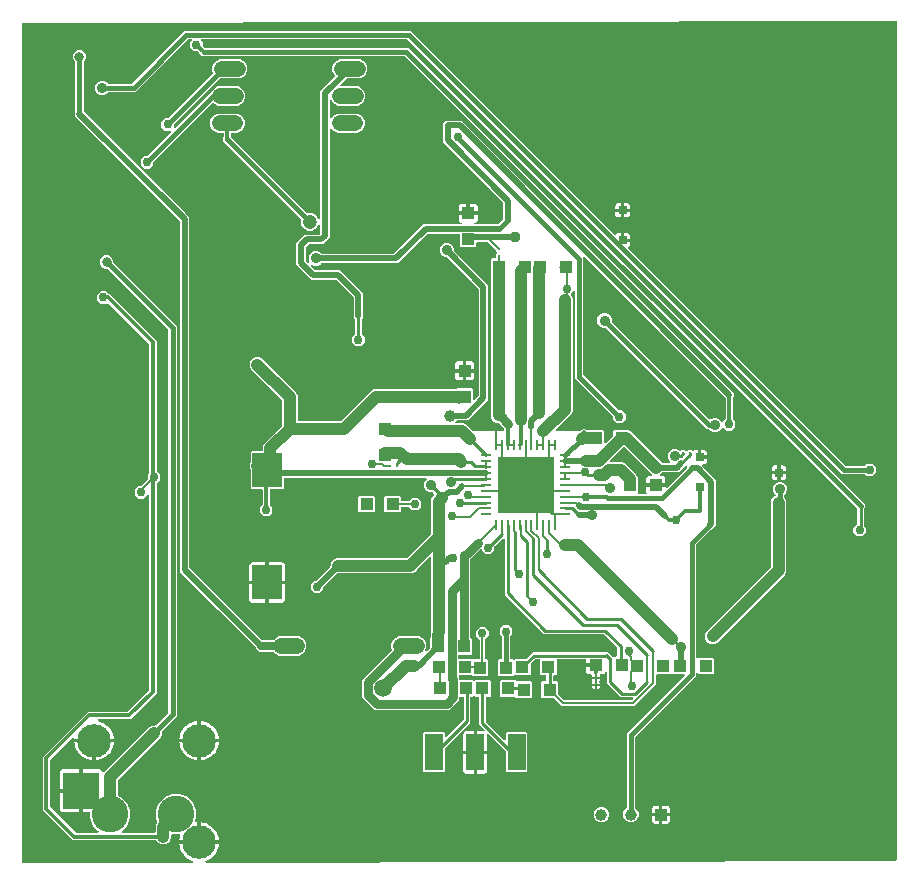
<source format=gbr>
G04 EAGLE Gerber RS-274X export*
G75*
%MOMM*%
%FSLAX34Y34*%
%LPD*%
%INBottom Copper*%
%IPPOS*%
%AMOC8*
5,1,8,0,0,1.08239X$1,22.5*%
G01*
%ADD10R,1.100000X1.100000*%
%ADD11R,2.500000X2.900000*%
%ADD12C,1.320800*%
%ADD13R,0.200000X0.200000*%
%ADD14R,1.500000X3.100000*%
%ADD15R,3.106000X3.106000*%
%ADD16C,3.106000*%
%ADD17C,2.850000*%
%ADD18R,0.700000X0.700000*%
%ADD19R,0.965200X0.254000*%
%ADD20R,0.254000X0.965200*%
%ADD21R,4.851400X4.851400*%
%ADD22C,0.127000*%
%ADD23R,1.008000X1.008000*%
%ADD24C,1.008000*%
%ADD25C,0.152400*%
%ADD26C,0.250000*%
%ADD27C,0.200000*%
%ADD28C,0.300000*%
%ADD29C,0.756400*%
%ADD30C,0.400000*%
%ADD31C,0.750000*%
%ADD32C,0.180000*%
%ADD33C,0.500000*%
%ADD34C,1.000000*%
%ADD35C,0.906400*%
%ADD36C,1.006400*%
%ADD37C,1.500000*%
%ADD38C,0.350000*%
%ADD39C,0.956400*%
%ADD40C,0.806400*%
%ADD41C,0.450000*%
%ADD42C,0.700000*%
%ADD43C,0.430000*%
%ADD44C,1.206400*%

G36*
X96678Y81239D02*
X96678Y81239D01*
X96679Y81239D01*
X221445Y81567D01*
X221540Y81582D01*
X221636Y81592D01*
X221661Y81603D01*
X221688Y81607D01*
X221773Y81652D01*
X221861Y81692D01*
X221881Y81710D01*
X221905Y81723D01*
X221971Y81793D01*
X222042Y81858D01*
X222055Y81882D01*
X222074Y81901D01*
X222114Y81989D01*
X222161Y82073D01*
X222165Y82100D01*
X222177Y82125D01*
X222187Y82220D01*
X222204Y82315D01*
X222200Y82342D01*
X222203Y82369D01*
X222182Y82463D01*
X222168Y82559D01*
X222156Y82583D01*
X222150Y82610D01*
X222101Y82692D01*
X222057Y82778D01*
X222038Y82797D01*
X222024Y82820D01*
X221950Y82883D01*
X221881Y82950D01*
X221852Y82967D01*
X221836Y82980D01*
X221806Y82992D01*
X221734Y83031D01*
X219858Y83809D01*
X217952Y84909D01*
X216205Y86249D01*
X214649Y87805D01*
X213309Y89552D01*
X212209Y91458D01*
X211366Y93491D01*
X210797Y95617D01*
X210565Y97377D01*
X226538Y97377D01*
X226558Y97380D01*
X226577Y97378D01*
X226679Y97400D01*
X226781Y97417D01*
X226798Y97426D01*
X226818Y97430D01*
X226907Y97483D01*
X226998Y97532D01*
X227012Y97546D01*
X227029Y97556D01*
X227096Y97635D01*
X227167Y97710D01*
X227176Y97728D01*
X227189Y97743D01*
X227227Y97839D01*
X227271Y97933D01*
X227273Y97953D01*
X227281Y97971D01*
X227299Y98138D01*
X227299Y98901D01*
X227301Y98901D01*
X227301Y98138D01*
X227304Y98118D01*
X227302Y98099D01*
X227324Y97997D01*
X227341Y97895D01*
X227350Y97878D01*
X227354Y97858D01*
X227407Y97769D01*
X227456Y97678D01*
X227470Y97664D01*
X227480Y97647D01*
X227559Y97580D01*
X227634Y97509D01*
X227652Y97500D01*
X227667Y97487D01*
X227763Y97448D01*
X227857Y97405D01*
X227877Y97403D01*
X227895Y97395D01*
X228062Y97377D01*
X244035Y97377D01*
X243803Y95617D01*
X243234Y93491D01*
X242391Y91458D01*
X241291Y89552D01*
X239951Y87805D01*
X238395Y86249D01*
X236648Y84909D01*
X234742Y83809D01*
X232940Y83062D01*
X232857Y83010D01*
X232770Y82964D01*
X232753Y82946D01*
X232731Y82933D01*
X232669Y82857D01*
X232601Y82785D01*
X232591Y82763D01*
X232575Y82743D01*
X232539Y82651D01*
X232498Y82562D01*
X232495Y82537D01*
X232486Y82513D01*
X232482Y82415D01*
X232472Y82317D01*
X232477Y82293D01*
X232476Y82268D01*
X232503Y82173D01*
X232525Y82077D01*
X232537Y82056D01*
X232544Y82032D01*
X232601Y81951D01*
X232651Y81866D01*
X232670Y81850D01*
X232685Y81829D01*
X232764Y81771D01*
X232839Y81707D01*
X232862Y81698D01*
X232882Y81683D01*
X232976Y81652D01*
X233067Y81616D01*
X233098Y81612D01*
X233116Y81606D01*
X233149Y81607D01*
X233234Y81598D01*
X817080Y83132D01*
X817099Y83135D01*
X817117Y83133D01*
X817220Y83155D01*
X817323Y83172D01*
X817339Y83181D01*
X817358Y83185D01*
X817447Y83239D01*
X817540Y83288D01*
X817553Y83302D01*
X817569Y83312D01*
X817637Y83391D01*
X817709Y83467D01*
X817717Y83484D01*
X817729Y83498D01*
X817768Y83596D01*
X817812Y83690D01*
X817814Y83709D01*
X817821Y83727D01*
X817839Y83893D01*
X817839Y793449D01*
X817836Y793470D01*
X817838Y793491D01*
X817816Y793591D01*
X817800Y793692D01*
X817790Y793711D01*
X817785Y793731D01*
X817732Y793819D01*
X817684Y793909D01*
X817669Y793924D01*
X817659Y793942D01*
X817580Y794008D01*
X817506Y794079D01*
X817487Y794088D01*
X817471Y794101D01*
X817376Y794139D01*
X817283Y794182D01*
X817262Y794185D01*
X817243Y794193D01*
X817076Y794211D01*
X77920Y792268D01*
X77901Y792265D01*
X77883Y792267D01*
X77780Y792245D01*
X77677Y792228D01*
X77661Y792219D01*
X77642Y792215D01*
X77553Y792161D01*
X77460Y792112D01*
X77447Y792098D01*
X77431Y792088D01*
X77363Y792009D01*
X77291Y791933D01*
X77283Y791916D01*
X77271Y791902D01*
X77232Y791804D01*
X77188Y791710D01*
X77186Y791691D01*
X77179Y791673D01*
X77161Y791507D01*
X77161Y82000D01*
X77164Y81980D01*
X77162Y81961D01*
X77184Y81859D01*
X77200Y81757D01*
X77210Y81740D01*
X77214Y81720D01*
X77267Y81631D01*
X77316Y81540D01*
X77330Y81526D01*
X77340Y81509D01*
X77419Y81442D01*
X77494Y81371D01*
X77512Y81362D01*
X77527Y81349D01*
X77623Y81310D01*
X77717Y81267D01*
X77737Y81265D01*
X77755Y81257D01*
X77922Y81239D01*
X96677Y81239D01*
X96678Y81239D01*
G37*
%LPC*%
G36*
X591494Y115535D02*
X591494Y115535D01*
X589081Y116535D01*
X587235Y118381D01*
X586235Y120794D01*
X586235Y123406D01*
X587235Y125819D01*
X589052Y127636D01*
X589105Y127710D01*
X589165Y127780D01*
X589177Y127810D01*
X589196Y127836D01*
X589223Y127923D01*
X589257Y128008D01*
X589261Y128049D01*
X589268Y128071D01*
X589267Y128103D01*
X589275Y128174D01*
X589275Y190832D01*
X591563Y193120D01*
X638119Y239676D01*
X638161Y239734D01*
X638210Y239786D01*
X638232Y239833D01*
X638263Y239875D01*
X638284Y239944D01*
X638314Y240009D01*
X638320Y240061D01*
X638335Y240111D01*
X638333Y240182D01*
X638341Y240253D01*
X638330Y240304D01*
X638329Y240356D01*
X638304Y240424D01*
X638289Y240494D01*
X638262Y240538D01*
X638244Y240587D01*
X638199Y240643D01*
X638163Y240705D01*
X638123Y240739D01*
X638090Y240779D01*
X638030Y240818D01*
X637976Y240865D01*
X637927Y240884D01*
X637884Y240912D01*
X637814Y240930D01*
X637748Y240957D01*
X637676Y240965D01*
X637645Y240973D01*
X637622Y240971D01*
X637581Y240975D01*
X627868Y240975D01*
X627538Y241305D01*
X627522Y241317D01*
X627510Y241333D01*
X627423Y241389D01*
X627339Y241449D01*
X627320Y241455D01*
X627303Y241466D01*
X627202Y241491D01*
X627103Y241521D01*
X627084Y241521D01*
X627064Y241526D01*
X626961Y241518D01*
X626858Y241515D01*
X626839Y241508D01*
X626819Y241507D01*
X626724Y241466D01*
X626627Y241431D01*
X626611Y241418D01*
X626593Y241410D01*
X626462Y241305D01*
X626132Y240975D01*
X615120Y240975D01*
X615100Y240972D01*
X615081Y240974D01*
X614979Y240952D01*
X614877Y240936D01*
X614860Y240926D01*
X614840Y240922D01*
X614751Y240869D01*
X614660Y240820D01*
X614646Y240806D01*
X614629Y240796D01*
X614562Y240717D01*
X614490Y240642D01*
X614482Y240624D01*
X614469Y240609D01*
X614430Y240513D01*
X614387Y240419D01*
X614385Y240399D01*
X614377Y240381D01*
X614359Y240214D01*
X614359Y232745D01*
X597505Y215891D01*
X595803Y214189D01*
X534240Y214189D01*
X532538Y215891D01*
X527677Y220752D01*
X527603Y220805D01*
X527534Y220865D01*
X527504Y220877D01*
X527477Y220896D01*
X527390Y220923D01*
X527306Y220957D01*
X527265Y220961D01*
X527242Y220968D01*
X527210Y220967D01*
X527139Y220975D01*
X517868Y220975D01*
X516975Y221868D01*
X516975Y234132D01*
X517868Y235025D01*
X520464Y235025D01*
X520484Y235028D01*
X520503Y235026D01*
X520605Y235048D01*
X520707Y235064D01*
X520724Y235074D01*
X520744Y235078D01*
X520833Y235131D01*
X520924Y235180D01*
X520938Y235194D01*
X520955Y235204D01*
X521022Y235283D01*
X521094Y235358D01*
X521102Y235376D01*
X521115Y235391D01*
X521154Y235487D01*
X521197Y235581D01*
X521199Y235601D01*
X521207Y235619D01*
X521225Y235786D01*
X521225Y239214D01*
X521222Y239234D01*
X521224Y239253D01*
X521202Y239355D01*
X521186Y239457D01*
X521176Y239474D01*
X521172Y239494D01*
X521119Y239583D01*
X521070Y239674D01*
X521056Y239688D01*
X521046Y239705D01*
X520967Y239772D01*
X520892Y239844D01*
X520874Y239852D01*
X520859Y239865D01*
X520763Y239904D01*
X520669Y239947D01*
X520649Y239949D01*
X520631Y239957D01*
X520464Y239975D01*
X516868Y239975D01*
X515975Y240868D01*
X515975Y253250D01*
X515972Y253270D01*
X515974Y253289D01*
X515952Y253391D01*
X515936Y253493D01*
X515926Y253510D01*
X515922Y253530D01*
X515869Y253619D01*
X515820Y253710D01*
X515806Y253724D01*
X515796Y253741D01*
X515717Y253808D01*
X515642Y253880D01*
X515624Y253888D01*
X515609Y253901D01*
X515513Y253940D01*
X515419Y253983D01*
X515399Y253985D01*
X515381Y253993D01*
X515214Y254011D01*
X512251Y254011D01*
X512161Y253997D01*
X512070Y253989D01*
X512040Y253977D01*
X512008Y253972D01*
X511927Y253929D01*
X511843Y253893D01*
X511811Y253867D01*
X511791Y253856D01*
X511768Y253833D01*
X511712Y253788D01*
X508248Y250324D01*
X508195Y250250D01*
X508135Y250180D01*
X508123Y250150D01*
X508104Y250124D01*
X508077Y250037D01*
X508043Y249952D01*
X508039Y249911D01*
X508032Y249889D01*
X508033Y249857D01*
X508025Y249785D01*
X508025Y240868D01*
X507132Y239975D01*
X494868Y239975D01*
X494738Y240105D01*
X494722Y240117D01*
X494710Y240133D01*
X494622Y240189D01*
X494539Y240249D01*
X494520Y240255D01*
X494503Y240266D01*
X494402Y240291D01*
X494304Y240321D01*
X494284Y240321D01*
X494264Y240326D01*
X494161Y240318D01*
X494058Y240315D01*
X494039Y240308D01*
X494019Y240307D01*
X493924Y240266D01*
X493827Y240231D01*
X493811Y240218D01*
X493793Y240210D01*
X493662Y240105D01*
X493132Y239575D01*
X480868Y239575D01*
X479975Y240468D01*
X479975Y252732D01*
X480868Y253625D01*
X482714Y253625D01*
X482734Y253628D01*
X482753Y253626D01*
X482855Y253648D01*
X482957Y253664D01*
X482974Y253674D01*
X482994Y253678D01*
X483083Y253731D01*
X483174Y253780D01*
X483188Y253794D01*
X483205Y253804D01*
X483272Y253883D01*
X483344Y253958D01*
X483352Y253976D01*
X483365Y253991D01*
X483404Y254087D01*
X483447Y254181D01*
X483449Y254201D01*
X483457Y254219D01*
X483475Y254386D01*
X483475Y272705D01*
X483461Y272795D01*
X483453Y272886D01*
X483441Y272915D01*
X483436Y272947D01*
X483393Y273028D01*
X483357Y273112D01*
X483331Y273144D01*
X483320Y273165D01*
X483297Y273187D01*
X483252Y273243D01*
X481693Y274802D01*
X481693Y279198D01*
X484802Y282307D01*
X489198Y282307D01*
X492307Y279198D01*
X492307Y274802D01*
X490748Y273243D01*
X490695Y273169D01*
X490635Y273099D01*
X490623Y273069D01*
X490604Y273043D01*
X490577Y272956D01*
X490543Y272871D01*
X490539Y272830D01*
X490532Y272808D01*
X490533Y272776D01*
X490525Y272705D01*
X490525Y254386D01*
X490528Y254366D01*
X490526Y254347D01*
X490548Y254245D01*
X490564Y254143D01*
X490574Y254126D01*
X490578Y254106D01*
X490631Y254017D01*
X490680Y253926D01*
X490694Y253912D01*
X490704Y253895D01*
X490783Y253828D01*
X490858Y253756D01*
X490876Y253748D01*
X490891Y253735D01*
X490987Y253696D01*
X491081Y253653D01*
X491101Y253651D01*
X491119Y253643D01*
X491286Y253625D01*
X493132Y253625D01*
X493262Y253495D01*
X493278Y253483D01*
X493290Y253467D01*
X493357Y253424D01*
X493395Y253392D01*
X493417Y253383D01*
X493461Y253351D01*
X493480Y253345D01*
X493497Y253334D01*
X493598Y253309D01*
X493609Y253306D01*
X493624Y253300D01*
X493631Y253299D01*
X493697Y253279D01*
X493716Y253279D01*
X493736Y253274D01*
X493839Y253282D01*
X493942Y253285D01*
X493961Y253292D01*
X493981Y253293D01*
X494042Y253319D01*
X494052Y253321D01*
X494078Y253335D01*
X494173Y253369D01*
X494189Y253382D01*
X494207Y253390D01*
X494256Y253429D01*
X494270Y253436D01*
X494284Y253451D01*
X494338Y253495D01*
X494868Y254025D01*
X503785Y254025D01*
X503875Y254039D01*
X503966Y254047D01*
X503996Y254059D01*
X504028Y254064D01*
X504109Y254107D01*
X504193Y254143D01*
X504225Y254169D01*
X504245Y254180D01*
X504261Y254196D01*
X504263Y254197D01*
X504271Y254206D01*
X504324Y254248D01*
X509637Y259561D01*
X570629Y259561D01*
X570719Y259575D01*
X570810Y259583D01*
X570839Y259595D01*
X570871Y259600D01*
X570952Y259643D01*
X571036Y259679D01*
X571068Y259705D01*
X571089Y259716D01*
X571111Y259739D01*
X571167Y259784D01*
X571194Y259811D01*
X573700Y259811D01*
X577639Y255872D01*
X577655Y255860D01*
X577667Y255844D01*
X577755Y255788D01*
X577839Y255728D01*
X577858Y255722D01*
X577874Y255711D01*
X577975Y255686D01*
X578074Y255656D01*
X578094Y255656D01*
X578113Y255651D01*
X578216Y255659D01*
X578320Y255662D01*
X578338Y255669D01*
X578358Y255671D01*
X578453Y255711D01*
X578551Y255747D01*
X578566Y255759D01*
X578584Y255767D01*
X578715Y255872D01*
X578868Y256025D01*
X580464Y256025D01*
X580484Y256028D01*
X580503Y256026D01*
X580605Y256048D01*
X580707Y256064D01*
X580724Y256074D01*
X580744Y256078D01*
X580833Y256131D01*
X580924Y256180D01*
X580938Y256194D01*
X580955Y256204D01*
X581022Y256283D01*
X581094Y256358D01*
X581102Y256376D01*
X581115Y256391D01*
X581154Y256487D01*
X581197Y256581D01*
X581199Y256601D01*
X581207Y256619D01*
X581225Y256786D01*
X581225Y263535D01*
X581211Y263625D01*
X581203Y263716D01*
X581191Y263746D01*
X581186Y263778D01*
X581143Y263859D01*
X581107Y263943D01*
X581081Y263975D01*
X581070Y263995D01*
X581047Y264018D01*
X581002Y264074D01*
X570074Y275002D01*
X570000Y275055D01*
X569930Y275115D01*
X569900Y275127D01*
X569874Y275146D01*
X569787Y275173D01*
X569702Y275207D01*
X569661Y275211D01*
X569639Y275218D01*
X569607Y275217D01*
X569535Y275225D01*
X518851Y275225D01*
X485825Y308251D01*
X485825Y354918D01*
X485822Y354938D01*
X485824Y354957D01*
X485802Y355059D01*
X485786Y355161D01*
X485776Y355178D01*
X485772Y355198D01*
X485719Y355287D01*
X485670Y355378D01*
X485656Y355392D01*
X485646Y355409D01*
X485567Y355476D01*
X485492Y355548D01*
X485474Y355556D01*
X485459Y355569D01*
X485363Y355608D01*
X485269Y355651D01*
X485249Y355653D01*
X485231Y355661D01*
X485064Y355679D01*
X483919Y355679D01*
X483829Y355665D01*
X483738Y355657D01*
X483708Y355645D01*
X483676Y355640D01*
X483595Y355597D01*
X483511Y355561D01*
X483479Y355535D01*
X483459Y355524D01*
X483436Y355501D01*
X483380Y355456D01*
X477530Y349606D01*
X477477Y349532D01*
X477417Y349462D01*
X477405Y349432D01*
X477386Y349406D01*
X477359Y349319D01*
X477325Y349234D01*
X477321Y349193D01*
X477314Y349171D01*
X477315Y349139D01*
X477307Y349067D01*
X477307Y345802D01*
X474198Y342693D01*
X469802Y342693D01*
X466693Y345802D01*
X466693Y346414D01*
X466682Y346485D01*
X466680Y346556D01*
X466662Y346605D01*
X466654Y346657D01*
X466620Y346720D01*
X466595Y346787D01*
X466563Y346828D01*
X466538Y346874D01*
X466486Y346923D01*
X466442Y346979D01*
X466398Y347008D01*
X466360Y347043D01*
X466295Y347074D01*
X466235Y347112D01*
X466184Y347125D01*
X466137Y347147D01*
X466066Y347155D01*
X465996Y347172D01*
X465944Y347168D01*
X465893Y347174D01*
X465822Y347159D01*
X465751Y347153D01*
X465703Y347133D01*
X465652Y347122D01*
X465591Y347085D01*
X465525Y347057D01*
X465469Y347012D01*
X465441Y346996D01*
X465426Y346978D01*
X465394Y346952D01*
X457098Y338656D01*
X457045Y338582D01*
X456985Y338513D01*
X456973Y338483D01*
X456954Y338456D01*
X456927Y338369D01*
X456893Y338285D01*
X456889Y338244D01*
X456882Y338221D01*
X456883Y338189D01*
X456875Y338118D01*
X456875Y272386D01*
X456878Y272366D01*
X456876Y272347D01*
X456898Y272245D01*
X456914Y272143D01*
X456924Y272126D01*
X456928Y272106D01*
X456981Y272017D01*
X457030Y271926D01*
X457044Y271912D01*
X457054Y271895D01*
X457133Y271828D01*
X457208Y271756D01*
X457226Y271748D01*
X457241Y271735D01*
X457337Y271696D01*
X457431Y271653D01*
X457451Y271651D01*
X457469Y271643D01*
X457636Y271625D01*
X457732Y271625D01*
X458625Y270732D01*
X458625Y258468D01*
X457732Y257575D01*
X447262Y257575D01*
X447242Y257572D01*
X447223Y257574D01*
X447121Y257552D01*
X447019Y257536D01*
X447002Y257526D01*
X446982Y257522D01*
X446893Y257469D01*
X446802Y257420D01*
X446788Y257406D01*
X446771Y257396D01*
X446704Y257317D01*
X446632Y257242D01*
X446624Y257224D01*
X446611Y257209D01*
X446572Y257113D01*
X446529Y257019D01*
X446527Y256999D01*
X446519Y256981D01*
X446501Y256814D01*
X446501Y254786D01*
X446503Y254773D01*
X446502Y254764D01*
X446503Y254758D01*
X446502Y254747D01*
X446524Y254645D01*
X446540Y254543D01*
X446550Y254526D01*
X446554Y254506D01*
X446607Y254417D01*
X446656Y254326D01*
X446670Y254312D01*
X446680Y254295D01*
X446759Y254228D01*
X446834Y254156D01*
X446852Y254148D01*
X446867Y254135D01*
X446963Y254096D01*
X447057Y254053D01*
X447077Y254051D01*
X447095Y254043D01*
X447262Y254025D01*
X458132Y254025D01*
X458309Y253848D01*
X458383Y253795D01*
X458452Y253735D01*
X458482Y253723D01*
X458508Y253704D01*
X458595Y253677D01*
X458680Y253643D01*
X458721Y253639D01*
X458743Y253632D01*
X458776Y253633D01*
X458847Y253625D01*
X463952Y253625D01*
X463972Y253628D01*
X463991Y253626D01*
X464093Y253648D01*
X464195Y253664D01*
X464212Y253674D01*
X464232Y253678D01*
X464321Y253731D01*
X464412Y253780D01*
X464426Y253794D01*
X464443Y253804D01*
X464510Y253883D01*
X464582Y253958D01*
X464590Y253976D01*
X464603Y253991D01*
X464642Y254087D01*
X464685Y254181D01*
X464687Y254201D01*
X464695Y254219D01*
X464713Y254386D01*
X464713Y269967D01*
X464699Y270057D01*
X464691Y270148D01*
X464679Y270177D01*
X464674Y270209D01*
X464631Y270290D01*
X464595Y270374D01*
X464569Y270406D01*
X464558Y270427D01*
X464535Y270449D01*
X464490Y270505D01*
X461693Y273302D01*
X461693Y277698D01*
X464802Y280807D01*
X469198Y280807D01*
X472307Y277698D01*
X472307Y273302D01*
X469510Y270505D01*
X469457Y270431D01*
X469397Y270361D01*
X469385Y270331D01*
X469366Y270305D01*
X469339Y270218D01*
X469305Y270133D01*
X469301Y270092D01*
X469294Y270070D01*
X469295Y270038D01*
X469287Y269967D01*
X469287Y254386D01*
X469290Y254366D01*
X469288Y254347D01*
X469310Y254245D01*
X469326Y254143D01*
X469336Y254126D01*
X469340Y254106D01*
X469393Y254017D01*
X469442Y253926D01*
X469456Y253912D01*
X469466Y253895D01*
X469545Y253828D01*
X469620Y253756D01*
X469638Y253748D01*
X469653Y253735D01*
X469749Y253696D01*
X469843Y253653D01*
X469863Y253651D01*
X469881Y253643D01*
X470048Y253625D01*
X471132Y253625D01*
X472025Y252732D01*
X472025Y240468D01*
X471132Y239575D01*
X458868Y239575D01*
X458691Y239752D01*
X458617Y239805D01*
X458548Y239865D01*
X458518Y239877D01*
X458492Y239896D01*
X458405Y239923D01*
X458320Y239957D01*
X458279Y239961D01*
X458257Y239968D01*
X458224Y239967D01*
X458153Y239975D01*
X447781Y239975D01*
X447710Y239964D01*
X447638Y239962D01*
X447589Y239944D01*
X447538Y239936D01*
X447474Y239902D01*
X447407Y239877D01*
X447366Y239845D01*
X447321Y239820D01*
X447271Y239768D01*
X447215Y239723D01*
X447187Y239680D01*
X447151Y239642D01*
X447121Y239577D01*
X447082Y239516D01*
X447069Y239466D01*
X447048Y239419D01*
X447040Y239348D01*
X447022Y239278D01*
X447026Y239226D01*
X447020Y239175D01*
X447036Y239104D01*
X447041Y239033D01*
X447049Y239015D01*
X447049Y236786D01*
X447052Y236766D01*
X447050Y236747D01*
X447072Y236645D01*
X447088Y236543D01*
X447098Y236526D01*
X447102Y236506D01*
X447155Y236417D01*
X447204Y236326D01*
X447218Y236312D01*
X447228Y236295D01*
X447307Y236228D01*
X447382Y236156D01*
X447400Y236148D01*
X447415Y236135D01*
X447511Y236096D01*
X447605Y236053D01*
X447625Y236051D01*
X447643Y236043D01*
X447810Y236025D01*
X459132Y236025D01*
X459462Y235695D01*
X459478Y235683D01*
X459490Y235667D01*
X459577Y235611D01*
X459661Y235551D01*
X459680Y235545D01*
X459697Y235534D01*
X459798Y235509D01*
X459897Y235479D01*
X459916Y235479D01*
X459936Y235474D01*
X460039Y235482D01*
X460142Y235485D01*
X460161Y235492D01*
X460181Y235493D01*
X460276Y235534D01*
X460373Y235569D01*
X460389Y235582D01*
X460407Y235590D01*
X460538Y235695D01*
X460868Y236025D01*
X473132Y236025D01*
X474025Y235132D01*
X474025Y222868D01*
X473132Y221975D01*
X470536Y221975D01*
X470516Y221972D01*
X470497Y221974D01*
X470395Y221952D01*
X470293Y221936D01*
X470276Y221926D01*
X470256Y221922D01*
X470167Y221869D01*
X470076Y221820D01*
X470062Y221806D01*
X470045Y221796D01*
X469978Y221717D01*
X469906Y221642D01*
X469898Y221624D01*
X469885Y221609D01*
X469846Y221513D01*
X469803Y221419D01*
X469801Y221399D01*
X469793Y221381D01*
X469775Y221214D01*
X469775Y201465D01*
X469789Y201375D01*
X469797Y201284D01*
X469809Y201254D01*
X469814Y201222D01*
X469857Y201141D01*
X469893Y201057D01*
X469919Y201025D01*
X469930Y201005D01*
X469953Y200982D01*
X469998Y200926D01*
X485776Y185148D01*
X485834Y185107D01*
X485886Y185057D01*
X485933Y185035D01*
X485975Y185005D01*
X486044Y184984D01*
X486109Y184953D01*
X486161Y184948D01*
X486211Y184932D01*
X486282Y184934D01*
X486353Y184926D01*
X486404Y184937D01*
X486456Y184939D01*
X486524Y184963D01*
X486594Y184979D01*
X486639Y185005D01*
X486687Y185023D01*
X486743Y185068D01*
X486805Y185105D01*
X486839Y185144D01*
X486879Y185177D01*
X486918Y185237D01*
X486965Y185292D01*
X486984Y185340D01*
X487012Y185384D01*
X487030Y185453D01*
X487057Y185520D01*
X487065Y185591D01*
X487073Y185622D01*
X487071Y185646D01*
X487075Y185687D01*
X487075Y191032D01*
X487968Y191925D01*
X504232Y191925D01*
X505125Y191032D01*
X505125Y158768D01*
X504232Y157875D01*
X487968Y157875D01*
X487075Y158768D01*
X487075Y175685D01*
X487061Y175775D01*
X487053Y175866D01*
X487041Y175896D01*
X487036Y175928D01*
X486993Y176009D01*
X486957Y176093D01*
X486931Y176125D01*
X486920Y176145D01*
X486897Y176168D01*
X486852Y176224D01*
X472440Y190636D01*
X472382Y190677D01*
X472330Y190727D01*
X472283Y190749D01*
X472241Y190779D01*
X472172Y190800D01*
X472107Y190831D01*
X472055Y190836D01*
X472005Y190852D01*
X471934Y190850D01*
X471863Y190858D01*
X471812Y190847D01*
X471760Y190845D01*
X471692Y190821D01*
X471622Y190805D01*
X471577Y190779D01*
X471529Y190761D01*
X471473Y190716D01*
X471411Y190679D01*
X471377Y190640D01*
X471337Y190607D01*
X471298Y190547D01*
X471251Y190492D01*
X471232Y190444D01*
X471204Y190400D01*
X471186Y190331D01*
X471159Y190264D01*
X471151Y190193D01*
X471143Y190162D01*
X471145Y190138D01*
X471141Y190097D01*
X471141Y176423D01*
X462623Y176423D01*
X462623Y192941D01*
X468297Y192941D01*
X468368Y192952D01*
X468440Y192954D01*
X468489Y192972D01*
X468540Y192980D01*
X468603Y193014D01*
X468671Y193039D01*
X468711Y193071D01*
X468758Y193096D01*
X468807Y193148D01*
X468863Y193192D01*
X468891Y193236D01*
X468927Y193274D01*
X468957Y193339D01*
X468996Y193399D01*
X469009Y193450D01*
X469031Y193497D01*
X469038Y193568D01*
X469056Y193638D01*
X469052Y193690D01*
X469058Y193741D01*
X469042Y193812D01*
X469037Y193883D01*
X469016Y193931D01*
X469005Y193982D01*
X468969Y194043D01*
X468940Y194109D01*
X468896Y194165D01*
X468879Y194193D01*
X468861Y194208D01*
X468836Y194240D01*
X464225Y198851D01*
X464225Y221214D01*
X464222Y221234D01*
X464224Y221253D01*
X464202Y221355D01*
X464186Y221457D01*
X464176Y221474D01*
X464172Y221494D01*
X464119Y221583D01*
X464070Y221674D01*
X464056Y221688D01*
X464046Y221705D01*
X463967Y221772D01*
X463892Y221844D01*
X463874Y221852D01*
X463859Y221865D01*
X463763Y221904D01*
X463669Y221947D01*
X463649Y221949D01*
X463631Y221957D01*
X463464Y221975D01*
X460868Y221975D01*
X460538Y222305D01*
X460522Y222317D01*
X460510Y222333D01*
X460423Y222389D01*
X460339Y222449D01*
X460320Y222455D01*
X460303Y222466D01*
X460202Y222491D01*
X460103Y222521D01*
X460084Y222521D01*
X460064Y222526D01*
X459961Y222518D01*
X459858Y222515D01*
X459839Y222508D01*
X459819Y222507D01*
X459724Y222466D01*
X459627Y222431D01*
X459611Y222418D01*
X459593Y222410D01*
X459462Y222305D01*
X459132Y221975D01*
X457536Y221975D01*
X457516Y221972D01*
X457497Y221974D01*
X457395Y221952D01*
X457293Y221936D01*
X457276Y221926D01*
X457256Y221922D01*
X457167Y221869D01*
X457076Y221820D01*
X457062Y221806D01*
X457045Y221796D01*
X456978Y221717D01*
X456906Y221642D01*
X456898Y221624D01*
X456885Y221609D01*
X456846Y221513D01*
X456803Y221419D01*
X456801Y221399D01*
X456793Y221381D01*
X456775Y221214D01*
X456775Y199851D01*
X454927Y198002D01*
X454926Y198002D01*
X435348Y178424D01*
X435301Y178358D01*
X435289Y178346D01*
X435286Y178339D01*
X435235Y178280D01*
X435223Y178250D01*
X435204Y178224D01*
X435177Y178137D01*
X435143Y178052D01*
X435139Y178011D01*
X435132Y177989D01*
X435133Y177957D01*
X435125Y177885D01*
X435125Y158768D01*
X434232Y157875D01*
X417968Y157875D01*
X417075Y158768D01*
X417075Y191032D01*
X417968Y191925D01*
X434232Y191925D01*
X435125Y191032D01*
X435125Y187887D01*
X435136Y187816D01*
X435138Y187744D01*
X435156Y187695D01*
X435164Y187644D01*
X435198Y187581D01*
X435223Y187513D01*
X435255Y187472D01*
X435280Y187426D01*
X435331Y187377D01*
X435376Y187321D01*
X435420Y187293D01*
X435458Y187257D01*
X435523Y187227D01*
X435583Y187188D01*
X435634Y187175D01*
X435681Y187153D01*
X435752Y187146D01*
X435822Y187128D01*
X435874Y187132D01*
X435925Y187126D01*
X435996Y187142D01*
X436067Y187147D01*
X436115Y187168D01*
X436166Y187179D01*
X436227Y187215D01*
X436293Y187244D01*
X436349Y187288D01*
X436377Y187305D01*
X436392Y187323D01*
X436424Y187348D01*
X451002Y201926D01*
X451055Y202000D01*
X451115Y202070D01*
X451127Y202100D01*
X451146Y202126D01*
X451173Y202213D01*
X451207Y202298D01*
X451211Y202339D01*
X451218Y202361D01*
X451217Y202393D01*
X451225Y202465D01*
X451225Y221214D01*
X451222Y221234D01*
X451224Y221253D01*
X451202Y221355D01*
X451186Y221457D01*
X451176Y221474D01*
X451172Y221494D01*
X451119Y221583D01*
X451070Y221674D01*
X451056Y221688D01*
X451046Y221705D01*
X450967Y221772D01*
X450892Y221844D01*
X450874Y221852D01*
X450859Y221865D01*
X450763Y221904D01*
X450669Y221947D01*
X450649Y221949D01*
X450631Y221957D01*
X450464Y221975D01*
X447810Y221975D01*
X447790Y221972D01*
X447771Y221974D01*
X447669Y221952D01*
X447567Y221936D01*
X447550Y221926D01*
X447530Y221922D01*
X447441Y221869D01*
X447350Y221820D01*
X447336Y221806D01*
X447319Y221796D01*
X447252Y221717D01*
X447180Y221642D01*
X447172Y221624D01*
X447159Y221609D01*
X447120Y221513D01*
X447077Y221419D01*
X447075Y221399D01*
X447067Y221381D01*
X447049Y221214D01*
X447049Y219131D01*
X438869Y210951D01*
X375524Y210951D01*
X364951Y221524D01*
X364951Y236476D01*
X390232Y261757D01*
X390300Y261851D01*
X390370Y261946D01*
X390372Y261952D01*
X390376Y261957D01*
X390410Y262068D01*
X390446Y262180D01*
X390446Y262186D01*
X390448Y262192D01*
X390445Y262309D01*
X390444Y262425D01*
X390442Y262433D01*
X390442Y262438D01*
X390435Y262455D01*
X390397Y262587D01*
X390067Y263383D01*
X390067Y266617D01*
X391305Y269605D01*
X393591Y271891D01*
X396579Y273129D01*
X413021Y273129D01*
X416009Y271891D01*
X418295Y269605D01*
X419533Y266617D01*
X419533Y263383D01*
X418764Y261527D01*
X418742Y261432D01*
X418713Y261339D01*
X418714Y261313D01*
X418708Y261287D01*
X418717Y261191D01*
X418719Y261093D01*
X418728Y261069D01*
X418731Y261042D01*
X418770Y260954D01*
X418804Y260862D01*
X418820Y260842D01*
X418831Y260818D01*
X418897Y260746D01*
X418957Y260670D01*
X418979Y260656D01*
X418997Y260637D01*
X419083Y260590D01*
X419164Y260537D01*
X419190Y260531D01*
X419213Y260518D01*
X419309Y260501D01*
X419403Y260477D01*
X419429Y260479D01*
X419455Y260474D01*
X419551Y260489D01*
X419648Y260496D01*
X419672Y260506D01*
X419698Y260510D01*
X419785Y260554D01*
X419874Y260592D01*
X419900Y260613D01*
X419917Y260622D01*
X419941Y260645D01*
X420005Y260697D01*
X422352Y263044D01*
X422405Y263118D01*
X422465Y263188D01*
X422477Y263218D01*
X422496Y263244D01*
X422523Y263331D01*
X422557Y263416D01*
X422561Y263457D01*
X422568Y263479D01*
X422567Y263511D01*
X422575Y263582D01*
X422575Y270732D01*
X422982Y271138D01*
X423031Y271207D01*
X423087Y271270D01*
X423103Y271306D01*
X423126Y271338D01*
X423150Y271419D01*
X423183Y271496D01*
X423190Y271547D01*
X423198Y271573D01*
X423197Y271603D01*
X423205Y271663D01*
X423475Y286253D01*
X423474Y286258D01*
X423475Y286267D01*
X423475Y339410D01*
X423464Y339481D01*
X423462Y339553D01*
X423444Y339602D01*
X423436Y339653D01*
X423402Y339716D01*
X423377Y339784D01*
X423345Y339824D01*
X423320Y339870D01*
X423269Y339920D01*
X423224Y339976D01*
X423180Y340004D01*
X423142Y340040D01*
X423077Y340070D01*
X423017Y340109D01*
X422966Y340121D01*
X422919Y340143D01*
X422848Y340151D01*
X422778Y340169D01*
X422726Y340165D01*
X422675Y340170D01*
X422604Y340155D01*
X422533Y340150D01*
X422485Y340129D01*
X422434Y340118D01*
X422373Y340081D01*
X422307Y340053D01*
X422251Y340008D01*
X422223Y339992D01*
X422208Y339974D01*
X422176Y339948D01*
X411638Y329411D01*
X409696Y327469D01*
X407298Y326475D01*
X344482Y326475D01*
X344392Y326461D01*
X344301Y326453D01*
X344272Y326441D01*
X344240Y326436D01*
X344159Y326393D01*
X344075Y326357D01*
X344043Y326331D01*
X344022Y326320D01*
X344000Y326297D01*
X343944Y326252D01*
X332530Y314838D01*
X332477Y314764D01*
X332417Y314694D01*
X332405Y314664D01*
X332386Y314638D01*
X332359Y314551D01*
X332325Y314466D01*
X332321Y314425D01*
X332314Y314403D01*
X332315Y314371D01*
X332307Y314300D01*
X332307Y312802D01*
X329198Y309693D01*
X324802Y309693D01*
X321693Y312802D01*
X321693Y317198D01*
X324802Y320307D01*
X326300Y320307D01*
X326390Y320321D01*
X326481Y320329D01*
X326510Y320341D01*
X326542Y320346D01*
X326623Y320389D01*
X326707Y320425D01*
X326739Y320451D01*
X326760Y320462D01*
X326782Y320485D01*
X326838Y320530D01*
X338252Y331944D01*
X338299Y332009D01*
X338312Y332023D01*
X338315Y332030D01*
X338365Y332088D01*
X338377Y332118D01*
X338396Y332144D01*
X338423Y332231D01*
X338457Y332316D01*
X338461Y332357D01*
X338468Y332379D01*
X338467Y332411D01*
X338475Y332482D01*
X338475Y334298D01*
X339469Y336696D01*
X341304Y338531D01*
X343702Y339525D01*
X402982Y339525D01*
X403072Y339539D01*
X403163Y339547D01*
X403193Y339559D01*
X403225Y339564D01*
X403305Y339607D01*
X403389Y339643D01*
X403421Y339669D01*
X403442Y339680D01*
X403464Y339703D01*
X403520Y339748D01*
X423252Y359480D01*
X423305Y359554D01*
X423365Y359623D01*
X423377Y359653D01*
X423396Y359679D01*
X423423Y359766D01*
X423457Y359851D01*
X423461Y359892D01*
X423468Y359914D01*
X423467Y359947D01*
X423475Y360018D01*
X423475Y388298D01*
X424469Y390696D01*
X426282Y392510D01*
X426294Y392526D01*
X426310Y392538D01*
X426366Y392626D01*
X426426Y392710D01*
X426432Y392729D01*
X426443Y392745D01*
X426468Y392846D01*
X426498Y392945D01*
X426498Y392965D01*
X426503Y392984D01*
X426495Y393087D01*
X426492Y393191D01*
X426485Y393209D01*
X426484Y393229D01*
X426443Y393324D01*
X426408Y393422D01*
X426395Y393437D01*
X426387Y393455D01*
X426282Y393586D01*
X425149Y394720D01*
X425075Y394773D01*
X425005Y394833D01*
X424975Y394845D01*
X424949Y394864D01*
X424862Y394891D01*
X424777Y394925D01*
X424736Y394929D01*
X424714Y394936D01*
X424682Y394935D01*
X424610Y394943D01*
X422295Y394943D01*
X420069Y395865D01*
X418365Y397569D01*
X417443Y399795D01*
X417443Y402205D01*
X418365Y404431D01*
X419610Y405676D01*
X419652Y405734D01*
X419701Y405786D01*
X419723Y405833D01*
X419754Y405875D01*
X419775Y405944D01*
X419805Y406009D01*
X419811Y406061D01*
X419826Y406111D01*
X419824Y406182D01*
X419832Y406253D01*
X419821Y406304D01*
X419820Y406356D01*
X419795Y406424D01*
X419780Y406494D01*
X419753Y406539D01*
X419735Y406587D01*
X419690Y406643D01*
X419654Y406705D01*
X419614Y406739D01*
X419582Y406779D01*
X419521Y406818D01*
X419467Y406865D01*
X419418Y406884D01*
X419375Y406912D01*
X419305Y406930D01*
X419239Y406957D01*
X419167Y406965D01*
X419136Y406973D01*
X419113Y406971D01*
X419072Y406975D01*
X299686Y406975D01*
X299666Y406972D01*
X299647Y406974D01*
X299545Y406952D01*
X299443Y406936D01*
X299426Y406926D01*
X299406Y406922D01*
X299317Y406869D01*
X299226Y406820D01*
X299212Y406806D01*
X299195Y406796D01*
X299128Y406717D01*
X299056Y406642D01*
X299048Y406624D01*
X299035Y406609D01*
X298996Y406513D01*
X298953Y406419D01*
X298951Y406399D01*
X298943Y406381D01*
X298925Y406214D01*
X298925Y398568D01*
X298032Y397675D01*
X287786Y397675D01*
X287766Y397672D01*
X287747Y397674D01*
X287645Y397652D01*
X287543Y397636D01*
X287526Y397626D01*
X287506Y397622D01*
X287417Y397569D01*
X287326Y397520D01*
X287312Y397506D01*
X287295Y397496D01*
X287228Y397417D01*
X287156Y397342D01*
X287148Y397324D01*
X287135Y397309D01*
X287096Y397213D01*
X287053Y397119D01*
X287051Y397099D01*
X287043Y397081D01*
X287025Y396914D01*
X287025Y384795D01*
X287039Y384705D01*
X287047Y384614D01*
X287059Y384585D01*
X287064Y384553D01*
X287107Y384472D01*
X287143Y384388D01*
X287169Y384356D01*
X287180Y384335D01*
X287203Y384313D01*
X287248Y384257D01*
X289307Y382198D01*
X289307Y377802D01*
X286198Y374693D01*
X281802Y374693D01*
X278693Y377802D01*
X278693Y382198D01*
X280752Y384257D01*
X280805Y384331D01*
X280865Y384401D01*
X280877Y384431D01*
X280896Y384457D01*
X280923Y384544D01*
X280957Y384629D01*
X280961Y384670D01*
X280968Y384692D01*
X280967Y384724D01*
X280975Y384795D01*
X280975Y396914D01*
X280972Y396934D01*
X280974Y396953D01*
X280952Y397055D01*
X280936Y397157D01*
X280926Y397174D01*
X280922Y397194D01*
X280869Y397283D01*
X280820Y397374D01*
X280806Y397388D01*
X280796Y397405D01*
X280717Y397472D01*
X280642Y397544D01*
X280624Y397552D01*
X280609Y397565D01*
X280513Y397604D01*
X280419Y397647D01*
X280399Y397649D01*
X280381Y397657D01*
X280214Y397675D01*
X271768Y397675D01*
X270875Y398568D01*
X270875Y413878D01*
X270865Y413943D01*
X270864Y414008D01*
X270841Y414088D01*
X270836Y414121D01*
X270826Y414138D01*
X270817Y414169D01*
X269975Y416202D01*
X269975Y418798D01*
X270817Y420831D01*
X270832Y420895D01*
X270857Y420955D01*
X270866Y421038D01*
X270873Y421070D01*
X270872Y421090D01*
X270875Y421122D01*
X270875Y428832D01*
X271768Y429725D01*
X280314Y429725D01*
X280334Y429728D01*
X280353Y429726D01*
X280455Y429748D01*
X280557Y429764D01*
X280574Y429774D01*
X280594Y429778D01*
X280683Y429831D01*
X280774Y429880D01*
X280788Y429894D01*
X280805Y429904D01*
X280872Y429983D01*
X280944Y430058D01*
X280952Y430076D01*
X280965Y430091D01*
X281004Y430187D01*
X281047Y430281D01*
X281049Y430301D01*
X281057Y430319D01*
X281075Y430486D01*
X281075Y433898D01*
X282069Y436296D01*
X297252Y451480D01*
X297305Y451554D01*
X297365Y451623D01*
X297377Y451653D01*
X297396Y451679D01*
X297423Y451766D01*
X297457Y451851D01*
X297461Y451892D01*
X297468Y451914D01*
X297467Y451947D01*
X297475Y452018D01*
X297475Y472482D01*
X297461Y472572D01*
X297453Y472663D01*
X297441Y472693D01*
X297436Y472725D01*
X297393Y472805D01*
X297357Y472889D01*
X297331Y472921D01*
X297320Y472942D01*
X297297Y472964D01*
X297252Y473020D01*
X270969Y499304D01*
X269975Y501702D01*
X269975Y504298D01*
X270969Y506696D01*
X272804Y508531D01*
X275202Y509525D01*
X277798Y509525D01*
X280196Y508531D01*
X309531Y479196D01*
X310525Y476798D01*
X310525Y456286D01*
X310528Y456266D01*
X310526Y456247D01*
X310548Y456145D01*
X310564Y456043D01*
X310574Y456026D01*
X310578Y456006D01*
X310631Y455917D01*
X310680Y455826D01*
X310694Y455812D01*
X310704Y455795D01*
X310783Y455728D01*
X310858Y455656D01*
X310876Y455648D01*
X310891Y455635D01*
X310987Y455596D01*
X311081Y455553D01*
X311101Y455551D01*
X311119Y455543D01*
X311286Y455525D01*
X346982Y455525D01*
X347072Y455539D01*
X347163Y455547D01*
X347193Y455559D01*
X347225Y455564D01*
X347305Y455607D01*
X347389Y455643D01*
X347421Y455669D01*
X347442Y455680D01*
X347464Y455703D01*
X347520Y455748D01*
X373304Y481531D01*
X375702Y482525D01*
X445053Y482525D01*
X445143Y482539D01*
X445234Y482547D01*
X445264Y482559D01*
X445296Y482564D01*
X445376Y482607D01*
X445460Y482643D01*
X445493Y482669D01*
X445513Y482680D01*
X445535Y482703D01*
X445591Y482748D01*
X445868Y483025D01*
X458132Y483025D01*
X459025Y482132D01*
X459025Y473554D01*
X459036Y473484D01*
X459038Y473412D01*
X459056Y473363D01*
X459064Y473312D01*
X459098Y473248D01*
X459123Y473181D01*
X459155Y473140D01*
X459180Y473094D01*
X459232Y473045D01*
X459276Y472989D01*
X459320Y472961D01*
X459358Y472925D01*
X459423Y472895D01*
X459483Y472856D01*
X459534Y472843D01*
X459581Y472821D01*
X459652Y472813D01*
X459722Y472796D01*
X459774Y472800D01*
X459825Y472794D01*
X459896Y472809D01*
X459967Y472815D01*
X460015Y472835D01*
X460066Y472846D01*
X460127Y472883D01*
X460193Y472911D01*
X460249Y472956D01*
X460277Y472973D01*
X460292Y472990D01*
X460324Y473016D01*
X463752Y476444D01*
X463805Y476518D01*
X463865Y476588D01*
X463877Y476618D01*
X463896Y476644D01*
X463923Y476731D01*
X463957Y476816D01*
X463961Y476857D01*
X463968Y476879D01*
X463967Y476911D01*
X463975Y476982D01*
X463975Y567018D01*
X463961Y567108D01*
X463953Y567199D01*
X463941Y567228D01*
X463936Y567260D01*
X463893Y567341D01*
X463857Y567425D01*
X463831Y567457D01*
X463820Y567478D01*
X463797Y567500D01*
X463752Y567556D01*
X437588Y593720D01*
X437514Y593773D01*
X437444Y593833D01*
X437414Y593845D01*
X437388Y593864D01*
X437301Y593891D01*
X437216Y593925D01*
X437175Y593929D01*
X437153Y593936D01*
X437121Y593935D01*
X437050Y593943D01*
X435795Y593943D01*
X433569Y594865D01*
X431865Y596569D01*
X430943Y598795D01*
X430943Y601205D01*
X431865Y603431D01*
X433569Y605135D01*
X435795Y606057D01*
X438205Y606057D01*
X440431Y605135D01*
X442135Y603431D01*
X443057Y601205D01*
X443057Y599950D01*
X443071Y599860D01*
X443079Y599769D01*
X443091Y599740D01*
X443096Y599708D01*
X443139Y599627D01*
X443175Y599543D01*
X443201Y599511D01*
X443212Y599490D01*
X443235Y599468D01*
X443280Y599412D01*
X472025Y570667D01*
X472025Y473333D01*
X454667Y455975D01*
X445563Y455975D01*
X445473Y455961D01*
X445382Y455953D01*
X445352Y455941D01*
X445320Y455936D01*
X445240Y455893D01*
X445156Y455857D01*
X445124Y455831D01*
X445103Y455820D01*
X445081Y455797D01*
X445025Y455752D01*
X444097Y454824D01*
X444055Y454766D01*
X444006Y454714D01*
X443984Y454667D01*
X443953Y454625D01*
X443932Y454556D01*
X443902Y454491D01*
X443896Y454439D01*
X443881Y454389D01*
X443883Y454318D01*
X443875Y454247D01*
X443886Y454196D01*
X443887Y454144D01*
X443912Y454076D01*
X443927Y454006D01*
X443954Y453961D01*
X443972Y453913D01*
X444017Y453857D01*
X444053Y453795D01*
X444093Y453761D01*
X444125Y453721D01*
X444186Y453682D01*
X444240Y453635D01*
X444289Y453616D01*
X444332Y453588D01*
X444402Y453570D01*
X444468Y453543D01*
X444540Y453535D01*
X444571Y453527D01*
X444594Y453529D01*
X444635Y453525D01*
X450798Y453525D01*
X453196Y452531D01*
X455031Y450696D01*
X455173Y450354D01*
X455207Y450299D01*
X455233Y450238D01*
X455285Y450173D01*
X455302Y450145D01*
X455317Y450133D01*
X455338Y450107D01*
X458102Y447344D01*
X458176Y447291D01*
X458245Y447231D01*
X458275Y447219D01*
X458301Y447200D01*
X458388Y447173D01*
X458473Y447139D01*
X458514Y447135D01*
X458536Y447128D01*
X458569Y447129D01*
X458640Y447121D01*
X484814Y447121D01*
X484834Y447124D01*
X484853Y447122D01*
X484955Y447144D01*
X485057Y447160D01*
X485074Y447170D01*
X485094Y447174D01*
X485183Y447227D01*
X485274Y447276D01*
X485288Y447290D01*
X485305Y447300D01*
X485372Y447379D01*
X485444Y447454D01*
X485452Y447472D01*
X485465Y447487D01*
X485504Y447583D01*
X485547Y447677D01*
X485549Y447697D01*
X485557Y447715D01*
X485575Y447882D01*
X485575Y448650D01*
X485561Y448740D01*
X485553Y448831D01*
X485541Y448861D01*
X485536Y448893D01*
X485493Y448973D01*
X485457Y449057D01*
X485431Y449089D01*
X485420Y449110D01*
X485397Y449132D01*
X485352Y449188D01*
X481088Y453452D01*
X481014Y453505D01*
X480945Y453565D01*
X480915Y453577D01*
X480888Y453596D01*
X480801Y453623D01*
X480717Y453657D01*
X480676Y453661D01*
X480653Y453668D01*
X480621Y453667D01*
X480550Y453675D01*
X479702Y453675D01*
X477304Y454669D01*
X475469Y456504D01*
X474475Y458902D01*
X474475Y579053D01*
X474461Y579143D01*
X474453Y579234D01*
X474441Y579264D01*
X474436Y579296D01*
X474393Y579376D01*
X474357Y579460D01*
X474331Y579493D01*
X474320Y579513D01*
X474297Y579535D01*
X474252Y579591D01*
X473975Y579868D01*
X473975Y592132D01*
X474868Y593025D01*
X477714Y593025D01*
X477734Y593028D01*
X477753Y593026D01*
X477855Y593048D01*
X477957Y593064D01*
X477974Y593074D01*
X477994Y593078D01*
X478083Y593131D01*
X478174Y593180D01*
X478188Y593194D01*
X478205Y593204D01*
X478272Y593283D01*
X478344Y593358D01*
X478352Y593376D01*
X478365Y593391D01*
X478404Y593487D01*
X478447Y593581D01*
X478449Y593601D01*
X478457Y593619D01*
X478475Y593786D01*
X478475Y596632D01*
X479305Y597462D01*
X479317Y597478D01*
X479333Y597490D01*
X479389Y597578D01*
X479449Y597661D01*
X479455Y597680D01*
X479466Y597697D01*
X479491Y597798D01*
X479521Y597897D01*
X479521Y597916D01*
X479526Y597936D01*
X479518Y598039D01*
X479515Y598142D01*
X479508Y598161D01*
X479507Y598181D01*
X479466Y598276D01*
X479431Y598373D01*
X479418Y598389D01*
X479410Y598407D01*
X479305Y598538D01*
X478475Y599368D01*
X478475Y599639D01*
X478461Y599729D01*
X478453Y599820D01*
X478441Y599850D01*
X478436Y599882D01*
X478411Y599927D01*
X478411Y599930D01*
X478403Y599942D01*
X478393Y599962D01*
X478357Y600046D01*
X478331Y600078D01*
X478320Y600099D01*
X478297Y600121D01*
X478295Y600124D01*
X478285Y600141D01*
X478274Y600150D01*
X478252Y600177D01*
X471677Y606752D01*
X471603Y606805D01*
X471534Y606865D01*
X471504Y606877D01*
X471477Y606896D01*
X471390Y606923D01*
X471306Y606957D01*
X471265Y606961D01*
X471242Y606968D01*
X471210Y606967D01*
X471139Y606975D01*
X462786Y606975D01*
X462766Y606972D01*
X462747Y606974D01*
X462645Y606952D01*
X462543Y606936D01*
X462526Y606926D01*
X462506Y606922D01*
X462417Y606869D01*
X462326Y606820D01*
X462312Y606806D01*
X462295Y606796D01*
X462228Y606717D01*
X462156Y606642D01*
X462148Y606624D01*
X462135Y606609D01*
X462096Y606513D01*
X462053Y606419D01*
X462051Y606399D01*
X462043Y606381D01*
X462025Y606214D01*
X462025Y603368D01*
X461132Y602475D01*
X448868Y602475D01*
X447975Y603368D01*
X447975Y613138D01*
X447972Y613158D01*
X447974Y613177D01*
X447952Y613279D01*
X447936Y613381D01*
X447926Y613398D01*
X447922Y613418D01*
X447869Y613507D01*
X447820Y613598D01*
X447806Y613612D01*
X447796Y613629D01*
X447717Y613696D01*
X447642Y613768D01*
X447624Y613776D01*
X447609Y613789D01*
X447513Y613828D01*
X447419Y613871D01*
X447399Y613873D01*
X447381Y613881D01*
X447214Y613899D01*
X420978Y613899D01*
X420888Y613885D01*
X420797Y613877D01*
X420768Y613865D01*
X420736Y613860D01*
X420655Y613817D01*
X420571Y613781D01*
X420539Y613755D01*
X420518Y613744D01*
X420496Y613721D01*
X420440Y613676D01*
X395739Y588975D01*
X330856Y588975D01*
X330766Y588961D01*
X330675Y588953D01*
X330645Y588941D01*
X330613Y588936D01*
X330533Y588893D01*
X330449Y588857D01*
X330417Y588831D01*
X330396Y588820D01*
X330374Y588797D01*
X330318Y588752D01*
X329431Y587865D01*
X327205Y586943D01*
X324795Y586943D01*
X323130Y587633D01*
X323035Y587655D01*
X322942Y587684D01*
X322916Y587683D01*
X322890Y587689D01*
X322794Y587680D01*
X322696Y587678D01*
X322672Y587669D01*
X322646Y587666D01*
X322557Y587627D01*
X322465Y587593D01*
X322445Y587577D01*
X322421Y587566D01*
X322349Y587500D01*
X322273Y587439D01*
X322259Y587417D01*
X322240Y587400D01*
X322193Y587314D01*
X322140Y587233D01*
X322134Y587207D01*
X322121Y587184D01*
X322104Y587088D01*
X322080Y586994D01*
X322082Y586968D01*
X322077Y586942D01*
X322092Y586846D01*
X322099Y586749D01*
X322109Y586725D01*
X322113Y586699D01*
X322157Y586612D01*
X322196Y586522D01*
X322216Y586497D01*
X322225Y586480D01*
X322248Y586456D01*
X322300Y586391D01*
X325444Y583248D01*
X325518Y583195D01*
X325588Y583135D01*
X325618Y583123D01*
X325644Y583104D01*
X325731Y583077D01*
X325816Y583043D01*
X325857Y583039D01*
X325879Y583032D01*
X325911Y583033D01*
X325982Y583025D01*
X346667Y583025D01*
X363444Y566248D01*
X366025Y563667D01*
X366025Y542333D01*
X364998Y541306D01*
X364945Y541232D01*
X364885Y541162D01*
X364873Y541132D01*
X364854Y541106D01*
X364827Y541019D01*
X364793Y540934D01*
X364789Y540893D01*
X364782Y540871D01*
X364783Y540839D01*
X364775Y540768D01*
X364775Y529045D01*
X364789Y528955D01*
X364797Y528864D01*
X364809Y528835D01*
X364814Y528803D01*
X364857Y528722D01*
X364893Y528638D01*
X364919Y528606D01*
X364930Y528585D01*
X364953Y528563D01*
X364998Y528507D01*
X367307Y526198D01*
X367307Y521802D01*
X364198Y518693D01*
X359802Y518693D01*
X356693Y521802D01*
X356693Y526198D01*
X359002Y528507D01*
X359055Y528581D01*
X359115Y528651D01*
X359127Y528681D01*
X359146Y528707D01*
X359173Y528794D01*
X359207Y528879D01*
X359211Y528920D01*
X359218Y528942D01*
X359217Y528974D01*
X359225Y529045D01*
X359225Y540768D01*
X359211Y540858D01*
X359203Y540949D01*
X359191Y540978D01*
X359186Y541010D01*
X359143Y541091D01*
X359107Y541175D01*
X359081Y541207D01*
X359070Y541228D01*
X359047Y541250D01*
X359002Y541306D01*
X357975Y542333D01*
X357975Y560018D01*
X357961Y560108D01*
X357953Y560199D01*
X357941Y560228D01*
X357936Y560260D01*
X357893Y560341D01*
X357857Y560425D01*
X357831Y560457D01*
X357820Y560478D01*
X357797Y560500D01*
X357752Y560556D01*
X343556Y574752D01*
X343482Y574805D01*
X343412Y574865D01*
X343382Y574877D01*
X343356Y574896D01*
X343269Y574923D01*
X343184Y574957D01*
X343143Y574961D01*
X343121Y574968D01*
X343089Y574967D01*
X343018Y574975D01*
X322333Y574975D01*
X312250Y585058D01*
X309669Y587639D01*
X309669Y605790D01*
X317110Y613231D01*
X328795Y613231D01*
X328885Y613245D01*
X328976Y613253D01*
X329006Y613265D01*
X329038Y613270D01*
X329119Y613313D01*
X329202Y613349D01*
X329235Y613375D01*
X329255Y613386D01*
X329277Y613409D01*
X329333Y613454D01*
X329752Y613873D01*
X329805Y613947D01*
X329865Y614016D01*
X329877Y614046D01*
X329896Y614072D01*
X329923Y614159D01*
X329957Y614244D01*
X329961Y614285D01*
X329968Y614307D01*
X329967Y614340D01*
X329975Y614411D01*
X329975Y622095D01*
X329960Y622191D01*
X329950Y622288D01*
X329940Y622311D01*
X329936Y622337D01*
X329890Y622423D01*
X329850Y622512D01*
X329833Y622532D01*
X329820Y622555D01*
X329750Y622622D01*
X329684Y622693D01*
X329661Y622706D01*
X329642Y622724D01*
X329554Y622765D01*
X329468Y622812D01*
X329443Y622817D01*
X329419Y622828D01*
X329322Y622838D01*
X329226Y622856D01*
X329200Y622852D01*
X329175Y622855D01*
X329079Y622834D01*
X328983Y622820D01*
X328960Y622808D01*
X328934Y622802D01*
X328851Y622753D01*
X328764Y622708D01*
X328745Y622690D01*
X328723Y622676D01*
X328660Y622602D01*
X328592Y622533D01*
X328576Y622504D01*
X328563Y622489D01*
X328551Y622459D01*
X328511Y622386D01*
X327406Y619719D01*
X325281Y617594D01*
X322503Y616443D01*
X319497Y616443D01*
X316719Y617594D01*
X314594Y619719D01*
X313443Y622497D01*
X313443Y625503D01*
X313562Y625789D01*
X313588Y625903D01*
X313617Y626016D01*
X313616Y626022D01*
X313618Y626028D01*
X313607Y626145D01*
X313598Y626261D01*
X313595Y626267D01*
X313595Y626273D01*
X313547Y626381D01*
X313501Y626488D01*
X313497Y626493D01*
X313495Y626498D01*
X313482Y626512D01*
X313397Y626619D01*
X247675Y692340D01*
X247675Y695260D01*
X247702Y695287D01*
X247755Y695361D01*
X247815Y695430D01*
X247827Y695461D01*
X247846Y695487D01*
X247873Y695574D01*
X247907Y695659D01*
X247911Y695700D01*
X247918Y695722D01*
X247917Y695754D01*
X247925Y695825D01*
X247925Y698710D01*
X247922Y698730D01*
X247924Y698749D01*
X247902Y698851D01*
X247886Y698953D01*
X247876Y698970D01*
X247872Y698990D01*
X247819Y699079D01*
X247770Y699170D01*
X247756Y699184D01*
X247746Y699201D01*
X247667Y699268D01*
X247592Y699340D01*
X247574Y699348D01*
X247559Y699361D01*
X247463Y699400D01*
X247369Y699443D01*
X247349Y699445D01*
X247331Y699453D01*
X247164Y699471D01*
X242979Y699471D01*
X239991Y700709D01*
X237705Y702995D01*
X236467Y705983D01*
X236467Y709217D01*
X237705Y712205D01*
X239991Y714491D01*
X242979Y715729D01*
X259421Y715729D01*
X262409Y714491D01*
X264695Y712205D01*
X265933Y709217D01*
X265933Y705983D01*
X264695Y702995D01*
X262409Y700709D01*
X259421Y699471D01*
X255236Y699471D01*
X255216Y699468D01*
X255197Y699470D01*
X255095Y699448D01*
X254993Y699432D01*
X254976Y699422D01*
X254956Y699418D01*
X254867Y699365D01*
X254776Y699316D01*
X254762Y699302D01*
X254745Y699292D01*
X254678Y699213D01*
X254606Y699138D01*
X254598Y699120D01*
X254585Y699105D01*
X254546Y699009D01*
X254503Y698915D01*
X254501Y698895D01*
X254493Y698877D01*
X254475Y698710D01*
X254475Y695825D01*
X254489Y695735D01*
X254497Y695644D01*
X254509Y695615D01*
X254514Y695583D01*
X254557Y695502D01*
X254593Y695418D01*
X254619Y695386D01*
X254630Y695365D01*
X254653Y695343D01*
X254698Y695287D01*
X318381Y631603D01*
X318476Y631535D01*
X318570Y631465D01*
X318576Y631463D01*
X318581Y631460D01*
X318693Y631425D01*
X318804Y631389D01*
X318810Y631389D01*
X318816Y631387D01*
X318933Y631390D01*
X319050Y631392D01*
X319057Y631394D01*
X319062Y631394D01*
X319079Y631400D01*
X319211Y631438D01*
X319497Y631557D01*
X322503Y631557D01*
X325281Y630406D01*
X327406Y628281D01*
X328511Y625614D01*
X328562Y625531D01*
X328608Y625445D01*
X328626Y625427D01*
X328640Y625405D01*
X328716Y625343D01*
X328786Y625276D01*
X328810Y625265D01*
X328830Y625248D01*
X328921Y625213D01*
X329009Y625172D01*
X329035Y625169D01*
X329059Y625160D01*
X329157Y625156D01*
X329253Y625145D01*
X329279Y625151D01*
X329305Y625150D01*
X329399Y625177D01*
X329494Y625198D01*
X329516Y625211D01*
X329541Y625218D01*
X329621Y625274D01*
X329705Y625324D01*
X329722Y625344D01*
X329743Y625358D01*
X329802Y625437D01*
X329865Y625511D01*
X329875Y625535D01*
X329890Y625556D01*
X329920Y625648D01*
X329957Y625739D01*
X329960Y625771D01*
X329966Y625790D01*
X329966Y625823D01*
X329975Y625905D01*
X329975Y734467D01*
X342366Y746858D01*
X342378Y746874D01*
X342393Y746886D01*
X342449Y746974D01*
X342509Y747058D01*
X342515Y747077D01*
X342526Y747093D01*
X342551Y747194D01*
X342582Y747293D01*
X342581Y747313D01*
X342586Y747332D01*
X342578Y747435D01*
X342575Y747538D01*
X342569Y747557D01*
X342567Y747577D01*
X342527Y747672D01*
X342491Y747769D01*
X342479Y747785D01*
X342471Y747803D01*
X342366Y747934D01*
X341305Y748995D01*
X340067Y751983D01*
X340067Y755217D01*
X341305Y758205D01*
X343591Y760491D01*
X346579Y761729D01*
X363021Y761729D01*
X366009Y760491D01*
X368295Y758205D01*
X369533Y755217D01*
X369533Y751983D01*
X368295Y748995D01*
X366009Y746709D01*
X363021Y745471D01*
X352678Y745471D01*
X352588Y745457D01*
X352497Y745449D01*
X352468Y745437D01*
X352436Y745432D01*
X352355Y745389D01*
X352271Y745353D01*
X352239Y745327D01*
X352218Y745316D01*
X352196Y745293D01*
X352140Y745248D01*
X346920Y740028D01*
X346878Y739970D01*
X346829Y739918D01*
X346807Y739871D01*
X346777Y739829D01*
X346755Y739760D01*
X346725Y739695D01*
X346720Y739643D01*
X346704Y739593D01*
X346706Y739522D01*
X346698Y739451D01*
X346709Y739400D01*
X346711Y739348D01*
X346735Y739280D01*
X346750Y739210D01*
X346777Y739165D01*
X346795Y739117D01*
X346840Y739061D01*
X346877Y738999D01*
X346916Y738965D01*
X346949Y738925D01*
X347009Y738886D01*
X347063Y738839D01*
X347112Y738820D01*
X347156Y738792D01*
X347225Y738774D01*
X347292Y738747D01*
X347363Y738739D01*
X347394Y738731D01*
X347417Y738733D01*
X347458Y738729D01*
X361521Y738729D01*
X364509Y737491D01*
X366795Y735205D01*
X368033Y732217D01*
X368033Y728983D01*
X366795Y725995D01*
X364509Y723709D01*
X361521Y722471D01*
X345079Y722471D01*
X342091Y723709D01*
X339805Y725995D01*
X339489Y726757D01*
X339438Y726840D01*
X339392Y726926D01*
X339374Y726944D01*
X339360Y726966D01*
X339284Y727028D01*
X339214Y727095D01*
X339190Y727106D01*
X339170Y727123D01*
X339079Y727158D01*
X338991Y727199D01*
X338965Y727202D01*
X338941Y727211D01*
X338843Y727215D01*
X338747Y727226D01*
X338721Y727221D01*
X338695Y727222D01*
X338601Y727194D01*
X338506Y727174D01*
X338484Y727160D01*
X338459Y727153D01*
X338379Y727098D01*
X338295Y727048D01*
X338278Y727028D01*
X338257Y727013D01*
X338198Y726935D01*
X338135Y726861D01*
X338125Y726836D01*
X338110Y726815D01*
X338080Y726723D01*
X338043Y726633D01*
X338040Y726600D01*
X338034Y726582D01*
X338034Y726549D01*
X338025Y726466D01*
X338025Y712762D01*
X338036Y712692D01*
X338038Y712620D01*
X338056Y712571D01*
X338064Y712520D01*
X338098Y712456D01*
X338123Y712389D01*
X338155Y712348D01*
X338180Y712302D01*
X338232Y712253D01*
X338276Y712197D01*
X338320Y712169D01*
X338358Y712133D01*
X338423Y712103D01*
X338483Y712064D01*
X338534Y712051D01*
X338581Y712029D01*
X338652Y712021D01*
X338722Y712004D01*
X338774Y712008D01*
X338825Y712002D01*
X338896Y712017D01*
X338967Y712023D01*
X339015Y712043D01*
X339066Y712054D01*
X339127Y712091D01*
X339193Y712119D01*
X339249Y712164D01*
X339277Y712181D01*
X339292Y712198D01*
X339324Y712224D01*
X341591Y714491D01*
X344579Y715729D01*
X361021Y715729D01*
X364009Y714491D01*
X366295Y712205D01*
X367533Y709217D01*
X367533Y705983D01*
X366295Y702995D01*
X364009Y700709D01*
X361021Y699471D01*
X344579Y699471D01*
X341591Y700709D01*
X339324Y702976D01*
X339266Y703018D01*
X339214Y703067D01*
X339167Y703089D01*
X339125Y703120D01*
X339056Y703141D01*
X338991Y703171D01*
X338939Y703177D01*
X338889Y703192D01*
X338818Y703190D01*
X338747Y703198D01*
X338696Y703187D01*
X338644Y703186D01*
X338576Y703161D01*
X338506Y703146D01*
X338461Y703119D01*
X338413Y703101D01*
X338357Y703056D01*
X338295Y703019D01*
X338261Y702980D01*
X338221Y702947D01*
X338182Y702887D01*
X338135Y702833D01*
X338116Y702784D01*
X338088Y702740D01*
X338070Y702671D01*
X338043Y702604D01*
X338035Y702533D01*
X338027Y702502D01*
X338029Y702479D01*
X338025Y702438D01*
X338025Y610761D01*
X332445Y605181D01*
X320760Y605181D01*
X320670Y605167D01*
X320579Y605159D01*
X320549Y605147D01*
X320517Y605142D01*
X320437Y605099D01*
X320353Y605063D01*
X320321Y605037D01*
X320300Y605026D01*
X320278Y605003D01*
X320222Y604958D01*
X317942Y602678D01*
X317889Y602604D01*
X317829Y602535D01*
X317817Y602505D01*
X317798Y602479D01*
X317771Y602392D01*
X317737Y602307D01*
X317733Y602266D01*
X317726Y602243D01*
X317727Y602211D01*
X317719Y602140D01*
X317719Y591288D01*
X317733Y591198D01*
X317741Y591107D01*
X317753Y591078D01*
X317758Y591046D01*
X317784Y590998D01*
X317784Y590996D01*
X317787Y590991D01*
X317801Y590965D01*
X317837Y590881D01*
X317863Y590849D01*
X317874Y590828D01*
X317897Y590806D01*
X317901Y590801D01*
X317910Y590785D01*
X317920Y590777D01*
X317942Y590750D01*
X319391Y589300D01*
X319470Y589244D01*
X319546Y589181D01*
X319570Y589172D01*
X319591Y589157D01*
X319684Y589128D01*
X319775Y589093D01*
X319801Y589092D01*
X319826Y589084D01*
X319924Y589087D01*
X320021Y589083D01*
X320046Y589090D01*
X320072Y589091D01*
X320164Y589124D01*
X320257Y589151D01*
X320279Y589166D01*
X320303Y589175D01*
X320379Y589236D01*
X320459Y589292D01*
X320475Y589313D01*
X320495Y589329D01*
X320548Y589411D01*
X320606Y589489D01*
X320614Y589514D01*
X320628Y589536D01*
X320652Y589630D01*
X320682Y589723D01*
X320682Y589749D01*
X320688Y589774D01*
X320681Y589871D01*
X320680Y589969D01*
X320671Y590000D01*
X320669Y590020D01*
X320656Y590050D01*
X320633Y590130D01*
X319943Y591795D01*
X319943Y594205D01*
X320865Y596431D01*
X322569Y598135D01*
X324795Y599057D01*
X327205Y599057D01*
X329431Y598135D01*
X330318Y597248D01*
X330392Y597195D01*
X330461Y597135D01*
X330491Y597123D01*
X330518Y597104D01*
X330605Y597077D01*
X330689Y597043D01*
X330730Y597039D01*
X330753Y597032D01*
X330785Y597033D01*
X330856Y597025D01*
X392090Y597025D01*
X392180Y597039D01*
X392271Y597047D01*
X392300Y597059D01*
X392332Y597064D01*
X392413Y597107D01*
X392497Y597143D01*
X392529Y597169D01*
X392550Y597180D01*
X392572Y597203D01*
X392628Y597248D01*
X417329Y621949D01*
X449021Y621949D01*
X449044Y621953D01*
X449068Y621950D01*
X449165Y621972D01*
X449263Y621988D01*
X449285Y622000D01*
X449308Y622005D01*
X449393Y622057D01*
X449481Y622104D01*
X449497Y622121D01*
X449518Y622134D01*
X449582Y622210D01*
X449650Y622282D01*
X449660Y622304D01*
X449676Y622322D01*
X449712Y622415D01*
X449754Y622505D01*
X449756Y622529D01*
X449765Y622551D01*
X449770Y622651D01*
X449781Y622749D01*
X449776Y622773D01*
X449777Y622797D01*
X449750Y622893D01*
X449729Y622990D01*
X449716Y623010D01*
X449710Y623034D01*
X449653Y623116D01*
X449602Y623201D01*
X449584Y623217D01*
X449571Y623236D01*
X449491Y623296D01*
X449416Y623361D01*
X449393Y623370D01*
X449374Y623384D01*
X449218Y623445D01*
X448519Y623632D01*
X447940Y623967D01*
X447467Y624440D01*
X447132Y625019D01*
X446959Y625666D01*
X446959Y629977D01*
X454238Y629977D01*
X454258Y629980D01*
X454277Y629978D01*
X454379Y630000D01*
X454481Y630017D01*
X454498Y630026D01*
X454518Y630030D01*
X454607Y630083D01*
X454698Y630132D01*
X454712Y630146D01*
X454729Y630156D01*
X454796Y630235D01*
X454867Y630310D01*
X454876Y630328D01*
X454889Y630343D01*
X454928Y630439D01*
X454971Y630533D01*
X454973Y630553D01*
X454981Y630571D01*
X454999Y630738D01*
X454999Y631501D01*
X455001Y631501D01*
X455001Y630738D01*
X455004Y630718D01*
X455002Y630699D01*
X455024Y630597D01*
X455041Y630495D01*
X455050Y630478D01*
X455054Y630458D01*
X455107Y630369D01*
X455156Y630278D01*
X455170Y630264D01*
X455180Y630247D01*
X455259Y630180D01*
X455334Y630109D01*
X455352Y630100D01*
X455367Y630087D01*
X455463Y630048D01*
X455557Y630005D01*
X455577Y630003D01*
X455595Y629995D01*
X455762Y629977D01*
X463041Y629977D01*
X463041Y625666D01*
X462868Y625019D01*
X462533Y624440D01*
X462060Y623967D01*
X461481Y623632D01*
X460782Y623445D01*
X460760Y623435D01*
X460737Y623431D01*
X460649Y623385D01*
X460558Y623344D01*
X460541Y623328D01*
X460519Y623316D01*
X460451Y623244D01*
X460378Y623177D01*
X460366Y623156D01*
X460350Y623138D01*
X460308Y623048D01*
X460260Y622961D01*
X460256Y622937D01*
X460246Y622915D01*
X460235Y622816D01*
X460218Y622718D01*
X460222Y622694D01*
X460219Y622671D01*
X460240Y622574D01*
X460255Y622475D01*
X460266Y622454D01*
X460271Y622430D01*
X460322Y622345D01*
X460368Y622256D01*
X460385Y622240D01*
X460398Y622219D01*
X460473Y622154D01*
X460544Y622085D01*
X460566Y622075D01*
X460584Y622059D01*
X460677Y622022D01*
X460766Y621979D01*
X460790Y621976D01*
X460813Y621967D01*
X460979Y621949D01*
X480077Y621949D01*
X480167Y621963D01*
X480258Y621971D01*
X480288Y621983D01*
X480319Y621988D01*
X480400Y622031D01*
X480484Y622067D01*
X480516Y622093D01*
X480537Y622104D01*
X480559Y622127D01*
X480615Y622172D01*
X484676Y626233D01*
X484729Y626307D01*
X484789Y626376D01*
X484801Y626407D01*
X484820Y626433D01*
X484847Y626520D01*
X484881Y626605D01*
X484885Y626645D01*
X484892Y626668D01*
X484891Y626700D01*
X484899Y626771D01*
X484899Y640094D01*
X484885Y640184D01*
X484877Y640275D01*
X484865Y640304D01*
X484860Y640336D01*
X484817Y640417D01*
X484781Y640501D01*
X484755Y640533D01*
X484744Y640554D01*
X484721Y640576D01*
X484676Y640632D01*
X433975Y691333D01*
X433975Y707444D01*
X436333Y709801D01*
X449667Y709801D01*
X680025Y479444D01*
X680025Y476110D01*
X679248Y475332D01*
X679204Y475272D01*
X679167Y475233D01*
X679161Y475219D01*
X679135Y475189D01*
X679123Y475159D01*
X679104Y475133D01*
X679077Y475046D01*
X679043Y474961D01*
X679039Y474920D01*
X679032Y474898D01*
X679033Y474865D01*
X679025Y474794D01*
X679025Y457295D01*
X679028Y457276D01*
X679026Y457257D01*
X679041Y457187D01*
X679047Y457114D01*
X679059Y457085D01*
X679064Y457053D01*
X679074Y457035D01*
X679078Y457016D01*
X679114Y456957D01*
X679143Y456888D01*
X679169Y456856D01*
X679180Y456835D01*
X679195Y456821D01*
X679204Y456805D01*
X679220Y456792D01*
X679248Y456757D01*
X681307Y454698D01*
X681307Y450302D01*
X678198Y447193D01*
X673802Y447193D01*
X670904Y450091D01*
X670867Y450118D01*
X670836Y450151D01*
X670768Y450189D01*
X670705Y450234D01*
X670661Y450248D01*
X670620Y450270D01*
X670544Y450284D01*
X670469Y450307D01*
X670424Y450306D01*
X670378Y450314D01*
X670301Y450302D01*
X670224Y450300D01*
X670180Y450285D01*
X670135Y450278D01*
X670066Y450243D01*
X669993Y450216D01*
X669957Y450187D01*
X669916Y450166D01*
X669861Y450111D01*
X669801Y450062D01*
X669776Y450024D01*
X669744Y449991D01*
X669678Y449871D01*
X669668Y449855D01*
X669666Y449851D01*
X669663Y449844D01*
X669135Y448569D01*
X667431Y446865D01*
X665205Y445943D01*
X662795Y445943D01*
X660569Y446865D01*
X659182Y448252D01*
X659108Y448305D01*
X659039Y448365D01*
X659009Y448377D01*
X658982Y448396D01*
X658895Y448423D01*
X658811Y448457D01*
X658770Y448461D01*
X658747Y448468D01*
X658715Y448467D01*
X658644Y448475D01*
X657540Y448475D01*
X571795Y534220D01*
X571721Y534273D01*
X571652Y534333D01*
X571621Y534345D01*
X571595Y534364D01*
X571508Y534391D01*
X571423Y534425D01*
X571382Y534429D01*
X571360Y534436D01*
X571328Y534435D01*
X571257Y534443D01*
X569295Y534443D01*
X567069Y535365D01*
X565365Y537069D01*
X564443Y539295D01*
X564443Y541705D01*
X565365Y543931D01*
X567069Y545635D01*
X569295Y546557D01*
X571705Y546557D01*
X573931Y545635D01*
X575635Y543931D01*
X576557Y541705D01*
X576557Y539743D01*
X576571Y539653D01*
X576579Y539562D01*
X576591Y539533D01*
X576596Y539501D01*
X576639Y539420D01*
X576675Y539336D01*
X576701Y539304D01*
X576712Y539283D01*
X576735Y539261D01*
X576780Y539205D01*
X659171Y456813D01*
X659187Y456802D01*
X659200Y456786D01*
X659287Y456730D01*
X659371Y456670D01*
X659390Y456664D01*
X659407Y456653D01*
X659507Y456628D01*
X659606Y456597D01*
X659626Y456598D01*
X659645Y456593D01*
X659748Y456601D01*
X659852Y456604D01*
X659871Y456611D01*
X659891Y456612D01*
X659986Y456653D01*
X660083Y456688D01*
X660099Y456701D01*
X660117Y456709D01*
X660248Y456813D01*
X660569Y457135D01*
X662795Y458057D01*
X665205Y458057D01*
X667431Y457135D01*
X669135Y455431D01*
X669370Y454863D01*
X669394Y454824D01*
X669410Y454781D01*
X669458Y454720D01*
X669499Y454654D01*
X669535Y454625D01*
X669563Y454589D01*
X669629Y454547D01*
X669689Y454497D01*
X669732Y454481D01*
X669770Y454456D01*
X669846Y454437D01*
X669918Y454409D01*
X669964Y454407D01*
X670009Y454396D01*
X670086Y454402D01*
X670164Y454399D01*
X670208Y454412D01*
X670254Y454415D01*
X670326Y454446D01*
X670400Y454467D01*
X670438Y454493D01*
X670480Y454511D01*
X670587Y454597D01*
X670603Y454608D01*
X670606Y454612D01*
X670611Y454616D01*
X672752Y456757D01*
X672797Y456819D01*
X672844Y456868D01*
X672851Y456884D01*
X672865Y456901D01*
X672877Y456931D01*
X672896Y456957D01*
X672918Y457028D01*
X672947Y457091D01*
X672949Y457110D01*
X672957Y457129D01*
X672961Y457170D01*
X672968Y457192D01*
X672967Y457224D01*
X672975Y457295D01*
X672975Y474794D01*
X672961Y474884D01*
X672953Y474975D01*
X672941Y475005D01*
X672936Y475037D01*
X672912Y475082D01*
X672911Y475085D01*
X672902Y475099D01*
X672893Y475118D01*
X672857Y475202D01*
X672831Y475234D01*
X672820Y475254D01*
X672797Y475277D01*
X672795Y475279D01*
X672785Y475296D01*
X672774Y475305D01*
X672752Y475332D01*
X553748Y594337D01*
X553690Y594378D01*
X553638Y594428D01*
X553591Y594450D01*
X553549Y594480D01*
X553480Y594501D01*
X553415Y594531D01*
X553363Y594537D01*
X553313Y594552D01*
X553242Y594551D01*
X553171Y594558D01*
X553120Y594547D01*
X553068Y594546D01*
X553000Y594521D01*
X552930Y594506D01*
X552886Y594480D01*
X552837Y594462D01*
X552781Y594417D01*
X552719Y594380D01*
X552685Y594340D01*
X552645Y594308D01*
X552606Y594248D01*
X552559Y594193D01*
X552540Y594145D01*
X552512Y594101D01*
X552494Y594032D01*
X552467Y593965D01*
X552459Y593894D01*
X552451Y593862D01*
X552453Y593839D01*
X552449Y593798D01*
X552449Y494851D01*
X552463Y494761D01*
X552471Y494670D01*
X552483Y494641D01*
X552488Y494609D01*
X552531Y494528D01*
X552567Y494444D01*
X552593Y494412D01*
X552604Y494391D01*
X552627Y494369D01*
X552672Y494313D01*
X582455Y464530D01*
X582529Y464477D01*
X582598Y464417D01*
X582629Y464405D01*
X582655Y464386D01*
X582742Y464359D01*
X582827Y464325D01*
X582868Y464321D01*
X582890Y464314D01*
X582922Y464315D01*
X582993Y464307D01*
X585198Y464307D01*
X588307Y461198D01*
X588307Y456802D01*
X585198Y453693D01*
X580802Y453693D01*
X577693Y456802D01*
X577693Y459007D01*
X577679Y459097D01*
X577671Y459188D01*
X577659Y459217D01*
X577654Y459249D01*
X577611Y459330D01*
X577575Y459414D01*
X577549Y459446D01*
X577538Y459467D01*
X577515Y459489D01*
X577470Y459545D01*
X545399Y491616D01*
X545399Y564557D01*
X545388Y564627D01*
X545386Y564699D01*
X545368Y564748D01*
X545360Y564799D01*
X545326Y564863D01*
X545301Y564930D01*
X545269Y564971D01*
X545244Y565017D01*
X545192Y565066D01*
X545148Y565122D01*
X545104Y565150D01*
X545066Y565186D01*
X545001Y565216D01*
X544941Y565255D01*
X544890Y565268D01*
X544843Y565290D01*
X544772Y565298D01*
X544702Y565315D01*
X544650Y565311D01*
X544599Y565317D01*
X544528Y565302D01*
X544457Y565296D01*
X544409Y565276D01*
X544358Y565265D01*
X544297Y565228D01*
X544231Y565200D01*
X544175Y565155D01*
X544147Y565138D01*
X544132Y565121D01*
X544100Y565095D01*
X541904Y562900D01*
X541893Y562883D01*
X541877Y562871D01*
X541821Y562784D01*
X541761Y562700D01*
X541755Y562681D01*
X541744Y562664D01*
X541719Y562564D01*
X541688Y562465D01*
X541689Y562445D01*
X541684Y562425D01*
X541692Y562322D01*
X541695Y562219D01*
X541702Y562200D01*
X541703Y562180D01*
X541744Y562085D01*
X541747Y562069D01*
X541754Y562058D01*
X541779Y561988D01*
X541792Y561972D01*
X541800Y561954D01*
X541864Y561873D01*
X541873Y561858D01*
X541883Y561849D01*
X541904Y561823D01*
X542531Y561196D01*
X543525Y558798D01*
X543525Y463702D01*
X542531Y461304D01*
X529648Y448420D01*
X529606Y448362D01*
X529556Y448310D01*
X529534Y448263D01*
X529504Y448221D01*
X529483Y448152D01*
X529453Y448087D01*
X529447Y448035D01*
X529432Y447985D01*
X529434Y447914D01*
X529426Y447843D01*
X529437Y447792D01*
X529438Y447740D01*
X529463Y447672D01*
X529478Y447602D01*
X529505Y447557D01*
X529523Y447509D01*
X529567Y447453D01*
X529604Y447391D01*
X529644Y447357D01*
X529676Y447317D01*
X529737Y447278D01*
X529791Y447231D01*
X529839Y447212D01*
X529883Y447184D01*
X529953Y447166D01*
X530019Y447139D01*
X530091Y447131D01*
X530122Y447123D01*
X530145Y447125D01*
X530186Y447121D01*
X548917Y447121D01*
X548947Y447098D01*
X548953Y447096D01*
X548958Y447092D01*
X549070Y447058D01*
X549181Y447022D01*
X549188Y447022D01*
X549194Y447020D01*
X549310Y447023D01*
X549427Y447024D01*
X549434Y447026D01*
X549439Y447026D01*
X549457Y447033D01*
X549588Y447071D01*
X550083Y447276D01*
X550161Y447324D01*
X550242Y447365D01*
X550265Y447388D01*
X550292Y447405D01*
X550350Y447476D01*
X550414Y447541D01*
X550434Y447577D01*
X550449Y447595D01*
X550460Y447625D01*
X550495Y447688D01*
X550617Y447983D01*
X553100Y449011D01*
X555631Y447963D01*
X555641Y447947D01*
X555676Y447918D01*
X555705Y447882D01*
X555770Y447840D01*
X555830Y447790D01*
X555873Y447774D01*
X555912Y447749D01*
X555987Y447730D01*
X556060Y447702D01*
X556106Y447700D01*
X556150Y447689D01*
X556228Y447695D01*
X556305Y447691D01*
X556350Y447704D01*
X556395Y447708D01*
X556467Y447738D01*
X556542Y447760D01*
X556579Y447786D01*
X556622Y447804D01*
X556728Y447889D01*
X556744Y447900D01*
X556747Y447904D01*
X556753Y447909D01*
X556868Y448025D01*
X569132Y448025D01*
X570025Y447132D01*
X570025Y437090D01*
X570036Y437019D01*
X570038Y436947D01*
X570056Y436898D01*
X570064Y436847D01*
X570098Y436784D01*
X570123Y436716D01*
X570155Y436676D01*
X570180Y436630D01*
X570232Y436580D01*
X570276Y436524D01*
X570320Y436496D01*
X570358Y436460D01*
X570423Y436430D01*
X570483Y436391D01*
X570534Y436379D01*
X570581Y436357D01*
X570652Y436349D01*
X570722Y436331D01*
X570774Y436335D01*
X570825Y436330D01*
X570896Y436345D01*
X570967Y436350D01*
X571015Y436371D01*
X571066Y436382D01*
X571127Y436419D01*
X571193Y436447D01*
X571249Y436492D01*
X571277Y436508D01*
X571292Y436526D01*
X571324Y436552D01*
X577752Y442980D01*
X577805Y443054D01*
X577865Y443123D01*
X577877Y443153D01*
X577896Y443179D01*
X577923Y443266D01*
X577957Y443351D01*
X577961Y443392D01*
X577968Y443414D01*
X577967Y443447D01*
X577975Y443518D01*
X577975Y447132D01*
X578868Y448025D01*
X591132Y448025D01*
X592059Y447097D01*
X592061Y447087D01*
X592063Y447081D01*
X592064Y447075D01*
X592120Y446971D01*
X592172Y446868D01*
X592177Y446864D01*
X592180Y446858D01*
X592265Y446777D01*
X592348Y446696D01*
X592354Y446692D01*
X592358Y446689D01*
X592375Y446681D01*
X592495Y446615D01*
X592696Y446531D01*
X618980Y420248D01*
X619054Y420195D01*
X619123Y420135D01*
X619153Y420123D01*
X619179Y420104D01*
X619266Y420077D01*
X619351Y420043D01*
X619392Y420039D01*
X619414Y420032D01*
X619447Y420033D01*
X619518Y420025D01*
X625572Y420025D01*
X625643Y420036D01*
X625714Y420038D01*
X625763Y420056D01*
X625815Y420064D01*
X625878Y420098D01*
X625945Y420123D01*
X625986Y420155D01*
X626032Y420180D01*
X626081Y420232D01*
X626137Y420276D01*
X626166Y420320D01*
X626201Y420358D01*
X626232Y420423D01*
X626270Y420483D01*
X626283Y420534D01*
X626305Y420581D01*
X626313Y420652D01*
X626330Y420722D01*
X626326Y420774D01*
X626332Y420825D01*
X626317Y420896D01*
X626311Y420967D01*
X626291Y421015D01*
X626280Y421066D01*
X626243Y421127D01*
X626215Y421193D01*
X626170Y421249D01*
X626154Y421277D01*
X626136Y421292D01*
X626110Y421324D01*
X624865Y422569D01*
X623943Y424795D01*
X623943Y427205D01*
X624865Y429431D01*
X626569Y431135D01*
X628795Y432057D01*
X631205Y432057D01*
X633431Y431135D01*
X634166Y430399D01*
X634182Y430388D01*
X634195Y430372D01*
X634282Y430316D01*
X634366Y430256D01*
X634385Y430250D01*
X634402Y430239D01*
X634502Y430214D01*
X634601Y430183D01*
X634621Y430184D01*
X634640Y430179D01*
X634743Y430187D01*
X634847Y430190D01*
X634866Y430196D01*
X634886Y430198D01*
X634981Y430238D01*
X635078Y430274D01*
X635094Y430287D01*
X635112Y430294D01*
X635243Y430399D01*
X635384Y430540D01*
X635466Y430547D01*
X635496Y430559D01*
X635528Y430564D01*
X635609Y430607D01*
X635693Y430643D01*
X635725Y430669D01*
X635745Y430680D01*
X635768Y430703D01*
X635824Y430748D01*
X635851Y430775D01*
X638149Y430775D01*
X638176Y430748D01*
X638250Y430695D01*
X638320Y430635D01*
X638350Y430623D01*
X638376Y430604D01*
X638463Y430577D01*
X638548Y430543D01*
X638589Y430539D01*
X638611Y430532D01*
X638624Y430532D01*
X639462Y429695D01*
X639478Y429683D01*
X639490Y429667D01*
X639578Y429611D01*
X639661Y429551D01*
X639680Y429545D01*
X639697Y429534D01*
X639798Y429509D01*
X639897Y429479D01*
X639916Y429479D01*
X639936Y429474D01*
X640039Y429482D01*
X640142Y429485D01*
X640161Y429492D01*
X640181Y429493D01*
X640276Y429534D01*
X640373Y429569D01*
X640389Y429582D01*
X640407Y429590D01*
X640538Y429695D01*
X641384Y430540D01*
X641466Y430547D01*
X641496Y430559D01*
X641528Y430564D01*
X641609Y430607D01*
X641693Y430643D01*
X641725Y430669D01*
X641745Y430680D01*
X641768Y430703D01*
X641824Y430748D01*
X641851Y430775D01*
X644149Y430775D01*
X644176Y430748D01*
X644250Y430695D01*
X644320Y430635D01*
X644350Y430623D01*
X644376Y430604D01*
X644463Y430577D01*
X644548Y430543D01*
X644589Y430539D01*
X644611Y430532D01*
X644624Y430532D01*
X644893Y430263D01*
X644910Y430251D01*
X644922Y430236D01*
X645009Y430180D01*
X645093Y430119D01*
X645112Y430114D01*
X645129Y430103D01*
X645229Y430078D01*
X645328Y430047D01*
X645348Y430048D01*
X645368Y430043D01*
X645471Y430051D01*
X645574Y430053D01*
X645593Y430060D01*
X645613Y430062D01*
X645708Y430102D01*
X645805Y430138D01*
X645821Y430150D01*
X645839Y430158D01*
X645913Y430218D01*
X646519Y430568D01*
X647166Y430741D01*
X649477Y430741D01*
X649477Y425462D01*
X649480Y425442D01*
X649478Y425423D01*
X649500Y425321D01*
X649517Y425219D01*
X649526Y425202D01*
X649530Y425182D01*
X649583Y425093D01*
X649632Y425002D01*
X649646Y424988D01*
X649656Y424971D01*
X649735Y424904D01*
X649810Y424833D01*
X649828Y424824D01*
X649843Y424811D01*
X649939Y424772D01*
X650033Y424729D01*
X650053Y424727D01*
X650071Y424719D01*
X650238Y424701D01*
X651001Y424701D01*
X651001Y423938D01*
X651004Y423918D01*
X651002Y423899D01*
X651024Y423797D01*
X651041Y423695D01*
X651050Y423678D01*
X651054Y423658D01*
X651107Y423569D01*
X651156Y423478D01*
X651170Y423464D01*
X651180Y423447D01*
X651259Y423380D01*
X651334Y423309D01*
X651352Y423300D01*
X651367Y423287D01*
X651463Y423248D01*
X651557Y423205D01*
X651577Y423203D01*
X651595Y423195D01*
X651762Y423177D01*
X657041Y423177D01*
X657041Y420866D01*
X656868Y420219D01*
X656533Y419640D01*
X656060Y419167D01*
X655481Y418832D01*
X654834Y418659D01*
X653870Y418659D01*
X653800Y418648D01*
X653728Y418646D01*
X653679Y418628D01*
X653628Y418620D01*
X653564Y418586D01*
X653497Y418561D01*
X653456Y418529D01*
X653410Y418504D01*
X653361Y418452D01*
X653305Y418408D01*
X653277Y418364D01*
X653241Y418326D01*
X653211Y418261D01*
X653172Y418201D01*
X653159Y418150D01*
X653137Y418103D01*
X653129Y418032D01*
X653112Y417962D01*
X653116Y417910D01*
X653110Y417859D01*
X653125Y417788D01*
X653131Y417717D01*
X653151Y417669D01*
X653162Y417618D01*
X653199Y417556D01*
X653227Y417491D01*
X653272Y417435D01*
X653289Y417407D01*
X653306Y417392D01*
X653332Y417360D01*
X662444Y408248D01*
X665025Y405667D01*
X665025Y367205D01*
X661231Y363411D01*
X660839Y363411D01*
X660749Y363396D01*
X660658Y363389D01*
X660629Y363377D01*
X660597Y363371D01*
X660516Y363329D01*
X660432Y363293D01*
X660400Y363267D01*
X660379Y363256D01*
X660357Y363233D01*
X660301Y363188D01*
X648172Y351059D01*
X648119Y350985D01*
X648059Y350915D01*
X648047Y350885D01*
X648028Y350859D01*
X648001Y350772D01*
X647967Y350687D01*
X647963Y350646D01*
X647956Y350624D01*
X647957Y350592D01*
X647949Y350521D01*
X647949Y254943D01*
X647960Y254872D01*
X647962Y254800D01*
X647980Y254751D01*
X647988Y254700D01*
X648022Y254637D01*
X648047Y254569D01*
X648079Y254529D01*
X648104Y254483D01*
X648156Y254433D01*
X648200Y254377D01*
X648244Y254349D01*
X648282Y254313D01*
X648347Y254283D01*
X648407Y254244D01*
X648458Y254232D01*
X648505Y254210D01*
X648576Y254202D01*
X648646Y254184D01*
X648698Y254188D01*
X648749Y254183D01*
X648820Y254198D01*
X648891Y254203D01*
X648939Y254224D01*
X648990Y254235D01*
X649051Y254272D01*
X649117Y254300D01*
X649173Y254345D01*
X649201Y254361D01*
X649216Y254379D01*
X649248Y254405D01*
X649868Y255025D01*
X662132Y255025D01*
X663025Y254132D01*
X663025Y241868D01*
X662132Y240975D01*
X649868Y240975D01*
X649248Y241595D01*
X649190Y241637D01*
X649138Y241687D01*
X649091Y241709D01*
X649049Y241739D01*
X648980Y241760D01*
X648915Y241790D01*
X648863Y241796D01*
X648813Y241811D01*
X648742Y241809D01*
X648671Y241817D01*
X648620Y241806D01*
X648568Y241805D01*
X648500Y241780D01*
X648430Y241765D01*
X648385Y241738D01*
X648337Y241721D01*
X648281Y241676D01*
X648219Y241639D01*
X648185Y241599D01*
X648145Y241567D01*
X648106Y241507D01*
X648059Y241452D01*
X648040Y241404D01*
X648012Y241360D01*
X647994Y241290D01*
X647967Y241224D01*
X647959Y241153D01*
X647951Y241121D01*
X647953Y241098D01*
X647949Y241057D01*
X647949Y239536D01*
X645661Y237248D01*
X596548Y188135D01*
X596495Y188061D01*
X596435Y187992D01*
X596423Y187961D01*
X596404Y187935D01*
X596377Y187848D01*
X596343Y187763D01*
X596339Y187722D01*
X596332Y187700D01*
X596333Y187668D01*
X596325Y187597D01*
X596325Y128174D01*
X596339Y128084D01*
X596347Y127993D01*
X596359Y127964D01*
X596364Y127932D01*
X596407Y127851D01*
X596443Y127767D01*
X596469Y127735D01*
X596480Y127714D01*
X596503Y127692D01*
X596548Y127636D01*
X598365Y125819D01*
X599365Y123406D01*
X599365Y120794D01*
X598365Y118381D01*
X596519Y116535D01*
X594106Y115535D01*
X591494Y115535D01*
G37*
%LPD*%
%LPC*%
G36*
X195702Y97071D02*
X195702Y97071D01*
X193304Y98065D01*
X191442Y99926D01*
X191427Y99951D01*
X191367Y100051D01*
X191363Y100055D01*
X191359Y100060D01*
X191269Y100135D01*
X191180Y100211D01*
X191175Y100213D01*
X191170Y100217D01*
X191062Y100259D01*
X190952Y100303D01*
X190945Y100304D01*
X190940Y100305D01*
X190922Y100306D01*
X190785Y100321D01*
X120118Y100321D01*
X94725Y125714D01*
X94725Y171356D01*
X132770Y209401D01*
X166454Y209401D01*
X166544Y209415D01*
X166635Y209423D01*
X166665Y209435D01*
X166697Y209440D01*
X166778Y209483D01*
X166862Y209519D01*
X166894Y209545D01*
X166914Y209556D01*
X166937Y209579D01*
X166993Y209624D01*
X184502Y227133D01*
X184555Y227207D01*
X184615Y227277D01*
X184627Y227307D01*
X184646Y227333D01*
X184673Y227420D01*
X184707Y227505D01*
X184711Y227546D01*
X184718Y227568D01*
X184717Y227600D01*
X184725Y227672D01*
X184725Y392383D01*
X184714Y392453D01*
X184712Y392525D01*
X184694Y392574D01*
X184686Y392625D01*
X184652Y392689D01*
X184627Y392756D01*
X184595Y392797D01*
X184570Y392843D01*
X184518Y392892D01*
X184474Y392948D01*
X184430Y392976D01*
X184392Y393012D01*
X184327Y393042D01*
X184267Y393081D01*
X184216Y393094D01*
X184169Y393116D01*
X184098Y393124D01*
X184028Y393141D01*
X183976Y393137D01*
X183925Y393143D01*
X183854Y393128D01*
X183783Y393122D01*
X183735Y393102D01*
X183684Y393091D01*
X183623Y393054D01*
X183557Y393026D01*
X183501Y392981D01*
X183473Y392964D01*
X183458Y392947D01*
X183426Y392921D01*
X180198Y389693D01*
X175802Y389693D01*
X172693Y392802D01*
X172693Y397198D01*
X175802Y400307D01*
X177757Y400307D01*
X177848Y400321D01*
X177938Y400329D01*
X177968Y400341D01*
X178000Y400346D01*
X178081Y400389D01*
X178165Y400425D01*
X178197Y400451D01*
X178218Y400462D01*
X178240Y400485D01*
X178296Y400530D01*
X183470Y405704D01*
X183523Y405778D01*
X183583Y405848D01*
X183595Y405878D01*
X183614Y405904D01*
X183641Y405991D01*
X183675Y406076D01*
X183679Y406117D01*
X183686Y406139D01*
X183685Y406171D01*
X183693Y406243D01*
X183693Y410198D01*
X184502Y411007D01*
X184555Y411081D01*
X184615Y411151D01*
X184627Y411181D01*
X184646Y411207D01*
X184673Y411294D01*
X184707Y411379D01*
X184711Y411420D01*
X184718Y411442D01*
X184717Y411474D01*
X184725Y411545D01*
X184725Y520328D01*
X184711Y520418D01*
X184703Y520509D01*
X184691Y520539D01*
X184686Y520571D01*
X184643Y520652D01*
X184607Y520736D01*
X184581Y520768D01*
X184570Y520788D01*
X184547Y520811D01*
X184502Y520867D01*
X149975Y555394D01*
X149959Y555405D01*
X149946Y555421D01*
X149859Y555477D01*
X149775Y555537D01*
X149756Y555543D01*
X149740Y555554D01*
X149639Y555579D01*
X149540Y555610D01*
X149520Y555609D01*
X149501Y555614D01*
X149398Y555606D01*
X149294Y555603D01*
X149276Y555596D01*
X149256Y555595D01*
X149161Y555554D01*
X149063Y555519D01*
X149048Y555506D01*
X149029Y555499D01*
X148899Y555394D01*
X148198Y554693D01*
X143802Y554693D01*
X140693Y557802D01*
X140693Y562198D01*
X143802Y565307D01*
X148198Y565307D01*
X150007Y563498D01*
X150081Y563445D01*
X150151Y563385D01*
X150181Y563373D01*
X150207Y563354D01*
X150294Y563327D01*
X150379Y563293D01*
X150420Y563289D01*
X150442Y563282D01*
X150474Y563283D01*
X150545Y563275D01*
X151356Y563275D01*
X191275Y523356D01*
X191275Y413545D01*
X191289Y413455D01*
X191297Y413364D01*
X191309Y413335D01*
X191314Y413303D01*
X191357Y413222D01*
X191393Y413138D01*
X191419Y413106D01*
X191430Y413085D01*
X191453Y413063D01*
X191498Y413007D01*
X194307Y410198D01*
X194307Y405802D01*
X191498Y402993D01*
X191451Y402928D01*
X191438Y402914D01*
X191435Y402908D01*
X191385Y402849D01*
X191373Y402819D01*
X191354Y402793D01*
X191327Y402706D01*
X191293Y402621D01*
X191289Y402580D01*
X191282Y402558D01*
X191283Y402526D01*
X191275Y402455D01*
X191275Y224644D01*
X169482Y202851D01*
X141962Y202851D01*
X141938Y202847D01*
X141914Y202850D01*
X141817Y202828D01*
X141719Y202812D01*
X141698Y202800D01*
X141674Y202795D01*
X141589Y202743D01*
X141501Y202696D01*
X141485Y202679D01*
X141464Y202666D01*
X141401Y202590D01*
X141332Y202518D01*
X141322Y202496D01*
X141307Y202478D01*
X141270Y202385D01*
X141228Y202295D01*
X141226Y202271D01*
X141217Y202249D01*
X141212Y202149D01*
X141201Y202051D01*
X141207Y202027D01*
X141205Y202003D01*
X141233Y201907D01*
X141254Y201810D01*
X141266Y201790D01*
X141273Y201766D01*
X141329Y201684D01*
X141380Y201599D01*
X141398Y201583D01*
X141412Y201564D01*
X141491Y201504D01*
X141567Y201439D01*
X141589Y201430D01*
X141608Y201416D01*
X141765Y201355D01*
X143709Y200834D01*
X145742Y199991D01*
X147648Y198891D01*
X149395Y197551D01*
X150951Y195995D01*
X152291Y194248D01*
X153391Y192342D01*
X154234Y190309D01*
X154803Y188183D01*
X155035Y186423D01*
X139062Y186423D01*
X139042Y186420D01*
X139023Y186422D01*
X138921Y186400D01*
X138819Y186383D01*
X138802Y186374D01*
X138782Y186370D01*
X138693Y186317D01*
X138602Y186268D01*
X138588Y186254D01*
X138571Y186244D01*
X138504Y186165D01*
X138433Y186090D01*
X138424Y186072D01*
X138411Y186057D01*
X138373Y185961D01*
X138329Y185867D01*
X138327Y185847D01*
X138319Y185829D01*
X138301Y185662D01*
X138301Y184899D01*
X138299Y184899D01*
X138299Y185662D01*
X138296Y185682D01*
X138298Y185701D01*
X138276Y185803D01*
X138259Y185905D01*
X138250Y185922D01*
X138246Y185942D01*
X138193Y186031D01*
X138144Y186122D01*
X138130Y186136D01*
X138120Y186153D01*
X138041Y186220D01*
X137966Y186291D01*
X137948Y186300D01*
X137933Y186313D01*
X137837Y186352D01*
X137743Y186395D01*
X137723Y186397D01*
X137705Y186405D01*
X137538Y186423D01*
X121565Y186423D01*
X121653Y187091D01*
X121649Y187213D01*
X121646Y187333D01*
X121645Y187335D01*
X121645Y187337D01*
X121604Y187448D01*
X121561Y187564D01*
X121560Y187565D01*
X121559Y187567D01*
X121485Y187659D01*
X121408Y187756D01*
X121406Y187757D01*
X121405Y187759D01*
X121302Y187824D01*
X121201Y187889D01*
X121199Y187889D01*
X121197Y187890D01*
X121079Y187920D01*
X120962Y187949D01*
X120960Y187949D01*
X120958Y187949D01*
X120835Y187939D01*
X120717Y187930D01*
X120715Y187929D01*
X120713Y187929D01*
X120597Y187879D01*
X120491Y187833D01*
X120489Y187832D01*
X120487Y187831D01*
X120481Y187826D01*
X120360Y187729D01*
X101498Y168867D01*
X101445Y168793D01*
X101385Y168723D01*
X101373Y168693D01*
X101354Y168667D01*
X101327Y168580D01*
X101293Y168495D01*
X101289Y168454D01*
X101282Y168432D01*
X101283Y168400D01*
X101275Y168328D01*
X101275Y128742D01*
X101289Y128652D01*
X101297Y128561D01*
X101309Y128531D01*
X101314Y128500D01*
X101357Y128419D01*
X101393Y128335D01*
X101419Y128303D01*
X101430Y128282D01*
X101453Y128260D01*
X101498Y128204D01*
X122608Y107094D01*
X122682Y107041D01*
X122751Y106981D01*
X122782Y106969D01*
X122808Y106950D01*
X122895Y106923D01*
X122980Y106889D01*
X123020Y106885D01*
X123043Y106878D01*
X123075Y106879D01*
X123146Y106871D01*
X141372Y106871D01*
X141443Y106882D01*
X141515Y106884D01*
X141564Y106902D01*
X141615Y106910D01*
X141679Y106944D01*
X141746Y106969D01*
X141787Y107001D01*
X141833Y107026D01*
X141882Y107078D01*
X141938Y107122D01*
X141966Y107166D01*
X142002Y107204D01*
X142032Y107269D01*
X142071Y107329D01*
X142084Y107380D01*
X142106Y107427D01*
X142113Y107498D01*
X142131Y107568D01*
X142127Y107620D01*
X142133Y107671D01*
X142117Y107742D01*
X142112Y107813D01*
X142091Y107861D01*
X142080Y107912D01*
X142044Y107973D01*
X142016Y108039D01*
X141971Y108095D01*
X141954Y108123D01*
X141936Y108138D01*
X141911Y108170D01*
X137342Y112739D01*
X134745Y119008D01*
X134745Y123568D01*
X134742Y123588D01*
X134744Y123607D01*
X134722Y123709D01*
X134706Y123811D01*
X134696Y123828D01*
X134692Y123848D01*
X134639Y123937D01*
X134590Y124028D01*
X134576Y124042D01*
X134566Y124059D01*
X134487Y124126D01*
X134412Y124198D01*
X134394Y124206D01*
X134379Y124219D01*
X134283Y124258D01*
X134189Y124301D01*
X134169Y124303D01*
X134151Y124311D01*
X133984Y124329D01*
X128823Y124329D01*
X128823Y141638D01*
X128820Y141658D01*
X128822Y141677D01*
X128800Y141779D01*
X128783Y141881D01*
X128774Y141898D01*
X128770Y141918D01*
X128717Y142007D01*
X128668Y142098D01*
X128654Y142112D01*
X128644Y142129D01*
X128565Y142196D01*
X128490Y142267D01*
X128472Y142276D01*
X128457Y142289D01*
X128361Y142327D01*
X128267Y142371D01*
X128247Y142373D01*
X128229Y142381D01*
X128062Y142399D01*
X127299Y142399D01*
X127299Y142401D01*
X128062Y142401D01*
X128082Y142404D01*
X128101Y142402D01*
X128203Y142424D01*
X128305Y142441D01*
X128322Y142450D01*
X128342Y142454D01*
X128431Y142507D01*
X128522Y142556D01*
X128536Y142570D01*
X128553Y142580D01*
X128620Y142659D01*
X128691Y142734D01*
X128700Y142752D01*
X128713Y142767D01*
X128752Y142863D01*
X128795Y142957D01*
X128797Y142977D01*
X128805Y142995D01*
X128823Y143162D01*
X128823Y160471D01*
X143164Y160471D01*
X143811Y160298D01*
X144390Y159963D01*
X144863Y159490D01*
X145198Y158911D01*
X145382Y158224D01*
X145421Y158137D01*
X145454Y158047D01*
X145471Y158025D01*
X145483Y158000D01*
X145548Y157930D01*
X145607Y157855D01*
X145631Y157840D01*
X145650Y157819D01*
X145734Y157774D01*
X145814Y157722D01*
X145842Y157715D01*
X145866Y157702D01*
X145960Y157686D01*
X146053Y157662D01*
X146081Y157665D01*
X146109Y157660D01*
X146203Y157674D01*
X146298Y157681D01*
X146324Y157692D01*
X146352Y157697D01*
X146437Y157741D01*
X146524Y157778D01*
X146552Y157800D01*
X146570Y157809D01*
X146593Y157833D01*
X146655Y157883D01*
X185304Y196531D01*
X187702Y197525D01*
X189871Y197525D01*
X189961Y197539D01*
X190052Y197547D01*
X190082Y197559D01*
X190114Y197564D01*
X190195Y197607D01*
X190278Y197643D01*
X190311Y197669D01*
X190331Y197680D01*
X190353Y197703D01*
X190409Y197748D01*
X201002Y208341D01*
X201055Y208415D01*
X201115Y208484D01*
X201127Y208514D01*
X201146Y208540D01*
X201173Y208627D01*
X201207Y208712D01*
X201211Y208753D01*
X201218Y208775D01*
X201217Y208808D01*
X201225Y208879D01*
X201225Y532475D01*
X201211Y532565D01*
X201203Y532656D01*
X201191Y532685D01*
X201186Y532717D01*
X201143Y532798D01*
X201107Y532882D01*
X201081Y532914D01*
X201070Y532935D01*
X201047Y532957D01*
X201002Y533013D01*
X149795Y584220D01*
X149721Y584273D01*
X149652Y584333D01*
X149621Y584345D01*
X149595Y584364D01*
X149508Y584391D01*
X149423Y584425D01*
X149382Y584429D01*
X149360Y584436D01*
X149328Y584435D01*
X149257Y584443D01*
X147895Y584443D01*
X145852Y585289D01*
X144289Y586852D01*
X143443Y588895D01*
X143443Y591105D01*
X144289Y593148D01*
X145852Y594711D01*
X147895Y595557D01*
X150105Y595557D01*
X152148Y594711D01*
X153711Y593148D01*
X154557Y591105D01*
X154557Y589743D01*
X154559Y589728D01*
X154558Y589714D01*
X154572Y589650D01*
X154579Y589562D01*
X154591Y589533D01*
X154596Y589501D01*
X154610Y589476D01*
X154610Y589474D01*
X154615Y589466D01*
X154639Y589420D01*
X154675Y589336D01*
X154701Y589304D01*
X154712Y589283D01*
X154735Y589261D01*
X154780Y589205D01*
X205987Y537998D01*
X206061Y537945D01*
X206130Y537885D01*
X206161Y537873D01*
X206187Y537854D01*
X206274Y537827D01*
X206359Y537793D01*
X206400Y537789D01*
X206422Y537782D01*
X206454Y537783D01*
X206525Y537775D01*
X206564Y537775D01*
X208775Y535564D01*
X208775Y205436D01*
X195748Y192409D01*
X195695Y192335D01*
X195635Y192266D01*
X195623Y192236D01*
X195604Y192210D01*
X195577Y192123D01*
X195543Y192038D01*
X195539Y191997D01*
X195532Y191975D01*
X195533Y191942D01*
X195525Y191871D01*
X195525Y189702D01*
X194531Y187304D01*
X158548Y151320D01*
X158495Y151246D01*
X158435Y151177D01*
X158423Y151147D01*
X158404Y151121D01*
X158377Y151034D01*
X158343Y150949D01*
X158339Y150908D01*
X158332Y150886D01*
X158333Y150853D01*
X158325Y150782D01*
X158325Y138666D01*
X158344Y138551D01*
X158361Y138435D01*
X158363Y138429D01*
X158364Y138423D01*
X158419Y138321D01*
X158472Y138216D01*
X158477Y138211D01*
X158480Y138206D01*
X158564Y138126D01*
X158648Y138043D01*
X158654Y138040D01*
X158658Y138036D01*
X158675Y138029D01*
X158795Y137963D01*
X161461Y136858D01*
X166258Y132061D01*
X168855Y125792D01*
X168855Y119008D01*
X166258Y112739D01*
X161689Y108170D01*
X161647Y108112D01*
X161598Y108060D01*
X161576Y108013D01*
X161546Y107971D01*
X161525Y107902D01*
X161494Y107837D01*
X161489Y107785D01*
X161473Y107735D01*
X161475Y107664D01*
X161467Y107593D01*
X161478Y107542D01*
X161480Y107490D01*
X161504Y107422D01*
X161520Y107352D01*
X161546Y107307D01*
X161564Y107259D01*
X161609Y107203D01*
X161646Y107141D01*
X161685Y107107D01*
X161718Y107067D01*
X161778Y107028D01*
X161833Y106981D01*
X161881Y106962D01*
X161925Y106934D01*
X161994Y106916D01*
X162061Y106889D01*
X162132Y106881D01*
X162163Y106873D01*
X162187Y106875D01*
X162228Y106871D01*
X189714Y106871D01*
X189734Y106874D01*
X189753Y106872D01*
X189855Y106894D01*
X189957Y106910D01*
X189974Y106920D01*
X189994Y106924D01*
X190083Y106977D01*
X190174Y107026D01*
X190188Y107040D01*
X190205Y107050D01*
X190272Y107129D01*
X190344Y107204D01*
X190352Y107222D01*
X190365Y107237D01*
X190404Y107333D01*
X190447Y107427D01*
X190449Y107447D01*
X190457Y107465D01*
X190475Y107632D01*
X190475Y112898D01*
X191469Y115296D01*
X191685Y115512D01*
X191752Y115605D01*
X191823Y115701D01*
X191824Y115707D01*
X191828Y115712D01*
X191862Y115823D01*
X191899Y115934D01*
X191899Y115941D01*
X191900Y115947D01*
X191897Y116063D01*
X191896Y116180D01*
X191894Y116188D01*
X191894Y116193D01*
X191888Y116210D01*
X191850Y116342D01*
X190745Y119008D01*
X190745Y125792D01*
X193342Y132061D01*
X198139Y136858D01*
X204408Y139455D01*
X211192Y139455D01*
X217461Y136858D01*
X222258Y132061D01*
X224855Y125792D01*
X224855Y119008D01*
X223829Y116530D01*
X223819Y116489D01*
X223806Y116461D01*
X223801Y116420D01*
X223778Y116347D01*
X223779Y116318D01*
X223772Y116291D01*
X223779Y116220D01*
X223779Y116217D01*
X223780Y116212D01*
X223781Y116196D01*
X223783Y116101D01*
X223793Y116074D01*
X223796Y116046D01*
X223834Y115959D01*
X223867Y115869D01*
X223884Y115847D01*
X223896Y115821D01*
X223960Y115751D01*
X224019Y115676D01*
X224043Y115661D01*
X224062Y115640D01*
X224146Y115594D01*
X224225Y115542D01*
X224253Y115535D01*
X224277Y115522D01*
X224371Y115505D01*
X224464Y115481D01*
X224499Y115482D01*
X224520Y115478D01*
X224552Y115483D01*
X224631Y115484D01*
X225777Y115635D01*
X225777Y100423D01*
X210565Y100423D01*
X210797Y102183D01*
X211379Y104357D01*
X211389Y104379D01*
X211398Y104456D01*
X211416Y104532D01*
X211411Y104578D01*
X211416Y104623D01*
X211400Y104699D01*
X211393Y104777D01*
X211374Y104819D01*
X211364Y104864D01*
X211324Y104931D01*
X211293Y105002D01*
X211262Y105035D01*
X211238Y105075D01*
X211179Y105125D01*
X211126Y105183D01*
X211086Y105205D01*
X211051Y105235D01*
X210979Y105264D01*
X210911Y105301D01*
X210866Y105310D01*
X210823Y105327D01*
X210688Y105342D01*
X210669Y105345D01*
X210664Y105344D01*
X210656Y105345D01*
X204286Y105345D01*
X204266Y105342D01*
X204247Y105344D01*
X204145Y105322D01*
X204043Y105306D01*
X204026Y105296D01*
X204006Y105292D01*
X203917Y105239D01*
X203826Y105190D01*
X203812Y105176D01*
X203795Y105166D01*
X203728Y105087D01*
X203656Y105012D01*
X203648Y104994D01*
X203635Y104979D01*
X203596Y104883D01*
X203553Y104789D01*
X203551Y104769D01*
X203543Y104751D01*
X203525Y104584D01*
X203525Y102298D01*
X202531Y99900D01*
X200696Y98065D01*
X198298Y97071D01*
X195702Y97071D01*
G37*
%LPD*%
%LPC*%
G36*
X784302Y357693D02*
X784302Y357693D01*
X781193Y360802D01*
X781193Y365198D01*
X784208Y368213D01*
X784261Y368287D01*
X784321Y368357D01*
X784333Y368387D01*
X784352Y368413D01*
X784379Y368500D01*
X784413Y368585D01*
X784417Y368626D01*
X784424Y368648D01*
X784423Y368680D01*
X784431Y368751D01*
X784431Y381045D01*
X784417Y381135D01*
X784409Y381226D01*
X784397Y381256D01*
X784392Y381288D01*
X784349Y381369D01*
X784313Y381453D01*
X784287Y381485D01*
X784276Y381505D01*
X784253Y381528D01*
X784208Y381584D01*
X401540Y764252D01*
X401466Y764305D01*
X401396Y764365D01*
X401366Y764377D01*
X401340Y764396D01*
X401253Y764423D01*
X401168Y764457D01*
X401127Y764461D01*
X401105Y764468D01*
X401073Y764467D01*
X401001Y764475D01*
X229540Y764475D01*
X227475Y766540D01*
X227475Y766932D01*
X227461Y767022D01*
X227453Y767113D01*
X227441Y767143D01*
X227436Y767175D01*
X227393Y767255D01*
X227357Y767339D01*
X227331Y767371D01*
X227320Y767392D01*
X227297Y767414D01*
X227252Y767470D01*
X226252Y768470D01*
X226178Y768523D01*
X226109Y768583D01*
X226079Y768595D01*
X226052Y768614D01*
X225965Y768641D01*
X225881Y768675D01*
X225840Y768679D01*
X225817Y768686D01*
X225785Y768685D01*
X225714Y768693D01*
X222802Y768693D01*
X219693Y771802D01*
X219693Y776198D01*
X220877Y777382D01*
X220919Y777440D01*
X220968Y777492D01*
X220990Y777539D01*
X221020Y777581D01*
X221042Y777650D01*
X221072Y777715D01*
X221077Y777767D01*
X221093Y777817D01*
X221091Y777888D01*
X221099Y777959D01*
X221088Y778010D01*
X221086Y778062D01*
X221062Y778130D01*
X221047Y778200D01*
X221020Y778245D01*
X221002Y778293D01*
X220957Y778349D01*
X220920Y778411D01*
X220881Y778445D01*
X220848Y778485D01*
X220788Y778524D01*
X220733Y778571D01*
X220685Y778590D01*
X220641Y778618D01*
X220572Y778636D01*
X220505Y778663D01*
X220434Y778671D01*
X220403Y778679D01*
X220380Y778677D01*
X220339Y778681D01*
X218205Y778681D01*
X218115Y778667D01*
X218024Y778659D01*
X217994Y778647D01*
X217962Y778642D01*
X217881Y778599D01*
X217797Y778563D01*
X217765Y778537D01*
X217745Y778526D01*
X217722Y778503D01*
X217666Y778458D01*
X173283Y734075D01*
X150656Y734075D01*
X150566Y734061D01*
X150475Y734053D01*
X150445Y734041D01*
X150413Y734036D01*
X150333Y733993D01*
X150249Y733957D01*
X150217Y733931D01*
X150196Y733920D01*
X150174Y733897D01*
X150118Y733852D01*
X148731Y732465D01*
X146505Y731543D01*
X144095Y731543D01*
X141869Y732465D01*
X140165Y734169D01*
X139243Y736395D01*
X139243Y738805D01*
X140165Y741031D01*
X141869Y742735D01*
X144095Y743657D01*
X146505Y743657D01*
X148731Y742735D01*
X150118Y741348D01*
X150192Y741295D01*
X150261Y741235D01*
X150291Y741223D01*
X150318Y741204D01*
X150405Y741177D01*
X150489Y741143D01*
X150530Y741139D01*
X150553Y741132D01*
X150585Y741133D01*
X150656Y741125D01*
X170048Y741125D01*
X170138Y741139D01*
X170229Y741147D01*
X170259Y741159D01*
X170291Y741164D01*
X170371Y741207D01*
X170455Y741243D01*
X170487Y741269D01*
X170508Y741280D01*
X170530Y741303D01*
X170586Y741348D01*
X214969Y785731D01*
X406254Y785731D01*
X578928Y613057D01*
X579023Y612989D01*
X579120Y612917D01*
X579124Y612916D01*
X579127Y612913D01*
X579239Y612879D01*
X579354Y612842D01*
X579359Y612842D01*
X579363Y612841D01*
X579481Y612844D01*
X579600Y612846D01*
X579604Y612847D01*
X579608Y612847D01*
X579721Y612889D01*
X579832Y612928D01*
X579835Y612930D01*
X579839Y612932D01*
X579933Y613007D01*
X580026Y613080D01*
X580029Y613084D01*
X580031Y613086D01*
X580039Y613097D01*
X580125Y613215D01*
X580267Y613460D01*
X580740Y613933D01*
X581319Y614268D01*
X581966Y614441D01*
X584277Y614441D01*
X584277Y609162D01*
X584280Y609142D01*
X584278Y609123D01*
X584300Y609021D01*
X584317Y608919D01*
X584326Y608902D01*
X584330Y608882D01*
X584383Y608793D01*
X584432Y608702D01*
X584446Y608688D01*
X584456Y608671D01*
X584535Y608604D01*
X584610Y608533D01*
X584628Y608524D01*
X584643Y608511D01*
X584739Y608472D01*
X584833Y608429D01*
X584853Y608427D01*
X584871Y608419D01*
X585038Y608401D01*
X585801Y608401D01*
X585801Y607638D01*
X585804Y607618D01*
X585802Y607599D01*
X585824Y607497D01*
X585841Y607395D01*
X585850Y607378D01*
X585854Y607358D01*
X585907Y607269D01*
X585956Y607178D01*
X585970Y607164D01*
X585980Y607147D01*
X586059Y607080D01*
X586134Y607009D01*
X586152Y607000D01*
X586167Y606987D01*
X586263Y606948D01*
X586357Y606905D01*
X586377Y606903D01*
X586395Y606895D01*
X586562Y606877D01*
X591841Y606877D01*
X591841Y604566D01*
X591668Y603919D01*
X591333Y603340D01*
X590860Y602867D01*
X590615Y602725D01*
X590521Y602649D01*
X590430Y602576D01*
X590428Y602572D01*
X590424Y602569D01*
X590361Y602468D01*
X590297Y602369D01*
X590296Y602365D01*
X590294Y602361D01*
X590265Y602243D01*
X590237Y602130D01*
X590237Y602126D01*
X590236Y602122D01*
X590247Y602003D01*
X590256Y601885D01*
X590258Y601881D01*
X590258Y601877D01*
X590306Y601767D01*
X590352Y601659D01*
X590355Y601655D01*
X590357Y601652D01*
X590366Y601641D01*
X590457Y601528D01*
X774237Y417748D01*
X774311Y417695D01*
X774380Y417635D01*
X774411Y417623D01*
X774437Y417604D01*
X774524Y417577D01*
X774609Y417543D01*
X774650Y417539D01*
X774672Y417532D01*
X774704Y417533D01*
X774775Y417525D01*
X790705Y417525D01*
X790795Y417539D01*
X790886Y417547D01*
X790915Y417559D01*
X790947Y417564D01*
X791028Y417607D01*
X791112Y417643D01*
X791144Y417669D01*
X791165Y417680D01*
X791187Y417703D01*
X791243Y417748D01*
X792802Y419307D01*
X797198Y419307D01*
X800307Y416198D01*
X800307Y411802D01*
X797198Y408693D01*
X792802Y408693D01*
X791243Y410252D01*
X791169Y410305D01*
X791099Y410365D01*
X791069Y410377D01*
X791043Y410396D01*
X790956Y410423D01*
X790871Y410457D01*
X790830Y410461D01*
X790808Y410468D01*
X790776Y410467D01*
X790705Y410475D01*
X771540Y410475D01*
X403557Y778458D01*
X403483Y778511D01*
X403414Y778571D01*
X403383Y778583D01*
X403357Y778602D01*
X403270Y778629D01*
X403185Y778663D01*
X403144Y778667D01*
X403122Y778674D01*
X403090Y778673D01*
X403019Y778681D01*
X229661Y778681D01*
X229591Y778670D01*
X229519Y778668D01*
X229470Y778650D01*
X229419Y778642D01*
X229355Y778608D01*
X229288Y778583D01*
X229247Y778551D01*
X229201Y778526D01*
X229152Y778474D01*
X229096Y778430D01*
X229068Y778386D01*
X229032Y778348D01*
X229002Y778283D01*
X228963Y778223D01*
X228950Y778172D01*
X228928Y778125D01*
X228920Y778054D01*
X228903Y777984D01*
X228907Y777932D01*
X228901Y777881D01*
X228916Y777810D01*
X228922Y777739D01*
X228942Y777691D01*
X228953Y777640D01*
X228990Y777579D01*
X229018Y777513D01*
X229063Y777457D01*
X229080Y777429D01*
X229097Y777414D01*
X229123Y777382D01*
X230307Y776198D01*
X230307Y773286D01*
X230321Y773196D01*
X230329Y773105D01*
X230341Y773075D01*
X230346Y773043D01*
X230389Y772963D01*
X230425Y772879D01*
X230451Y772847D01*
X230462Y772826D01*
X230485Y772804D01*
X230530Y772748D01*
X231530Y771748D01*
X231604Y771695D01*
X231673Y771635D01*
X231703Y771623D01*
X231730Y771604D01*
X231817Y771577D01*
X231901Y771543D01*
X231942Y771539D01*
X231965Y771532D01*
X231997Y771533D01*
X232068Y771525D01*
X404237Y771525D01*
X406524Y769237D01*
X790731Y385031D01*
X790731Y382111D01*
X790204Y381584D01*
X790151Y381510D01*
X790091Y381440D01*
X790079Y381410D01*
X790060Y381384D01*
X790033Y381297D01*
X789999Y381212D01*
X789995Y381171D01*
X789988Y381149D01*
X789989Y381117D01*
X789981Y381045D01*
X789981Y367339D01*
X789995Y367249D01*
X790003Y367158D01*
X790015Y367129D01*
X790020Y367097D01*
X790063Y367016D01*
X790099Y366932D01*
X790125Y366900D01*
X790136Y366879D01*
X790159Y366857D01*
X790204Y366801D01*
X791807Y365198D01*
X791807Y360802D01*
X788698Y357693D01*
X784302Y357693D01*
G37*
%LPD*%
%LPC*%
G36*
X294979Y256871D02*
X294979Y256871D01*
X291991Y258109D01*
X290348Y259752D01*
X290274Y259805D01*
X290205Y259865D01*
X290174Y259877D01*
X290148Y259896D01*
X290061Y259923D01*
X289976Y259957D01*
X289935Y259961D01*
X289913Y259968D01*
X289881Y259967D01*
X289810Y259975D01*
X277919Y259975D01*
X274975Y262919D01*
X274975Y264018D01*
X274961Y264108D01*
X274953Y264199D01*
X274941Y264228D01*
X274936Y264260D01*
X274893Y264341D01*
X274857Y264425D01*
X274831Y264457D01*
X274820Y264478D01*
X274797Y264500D01*
X274752Y264556D01*
X244191Y295117D01*
X244117Y295170D01*
X244048Y295229D01*
X244018Y295242D01*
X243991Y295260D01*
X243905Y295287D01*
X243820Y295321D01*
X243779Y295326D01*
X243756Y295333D01*
X243724Y295332D01*
X243653Y295340D01*
X243333Y295340D01*
X213532Y325141D01*
X210951Y327722D01*
X210951Y624542D01*
X210937Y624632D01*
X210929Y624723D01*
X210917Y624752D01*
X210912Y624784D01*
X210869Y624865D01*
X210833Y624949D01*
X210807Y624981D01*
X210796Y625002D01*
X210773Y625024D01*
X210728Y625080D01*
X121917Y713891D01*
X121917Y717225D01*
X122194Y717502D01*
X122248Y717576D01*
X122307Y717646D01*
X122319Y717676D01*
X122338Y717702D01*
X122365Y717789D01*
X122399Y717874D01*
X122403Y717915D01*
X122410Y717937D01*
X122409Y717969D01*
X122417Y718040D01*
X122417Y759351D01*
X122403Y759441D01*
X122395Y759532D01*
X122383Y759562D01*
X122378Y759594D01*
X122335Y759674D01*
X122299Y759758D01*
X122273Y759790D01*
X122262Y759811D01*
X122239Y759833D01*
X122194Y759889D01*
X121231Y760852D01*
X120385Y762895D01*
X120385Y765105D01*
X121231Y767148D01*
X122794Y768711D01*
X124837Y769557D01*
X127047Y769557D01*
X129090Y768711D01*
X130653Y767148D01*
X131499Y765105D01*
X131499Y762895D01*
X130653Y760852D01*
X129690Y759889D01*
X129637Y759815D01*
X129577Y759746D01*
X129565Y759716D01*
X129546Y759690D01*
X129519Y759603D01*
X129485Y759518D01*
X129481Y759477D01*
X129474Y759454D01*
X129475Y759422D01*
X129467Y759351D01*
X129467Y718040D01*
X129481Y717950D01*
X129489Y717859D01*
X129501Y717830D01*
X129506Y717798D01*
X129549Y717717D01*
X129585Y717633D01*
X129611Y717601D01*
X129622Y717580D01*
X129645Y717558D01*
X129690Y717502D01*
X216420Y630772D01*
X219001Y628191D01*
X219001Y331371D01*
X219015Y331281D01*
X219023Y331190D01*
X219035Y331160D01*
X219040Y331128D01*
X219083Y331048D01*
X219119Y330964D01*
X219145Y330932D01*
X219156Y330911D01*
X219179Y330889D01*
X219224Y330833D01*
X245809Y304248D01*
X245883Y304195D01*
X245952Y304135D01*
X245982Y304123D01*
X246008Y304104D01*
X246095Y304077D01*
X246180Y304043D01*
X246221Y304039D01*
X246244Y304032D01*
X246276Y304033D01*
X246347Y304025D01*
X246667Y304025D01*
X280444Y270248D01*
X280518Y270195D01*
X280588Y270135D01*
X280618Y270123D01*
X280644Y270104D01*
X280731Y270077D01*
X280816Y270043D01*
X280857Y270039D01*
X280879Y270032D01*
X280911Y270033D01*
X280982Y270025D01*
X289810Y270025D01*
X289900Y270039D01*
X289991Y270047D01*
X290020Y270059D01*
X290052Y270064D01*
X290133Y270107D01*
X290217Y270143D01*
X290249Y270169D01*
X290270Y270180D01*
X290273Y270183D01*
X290274Y270184D01*
X290293Y270204D01*
X290348Y270248D01*
X291991Y271891D01*
X294979Y273129D01*
X311421Y273129D01*
X314409Y271891D01*
X316695Y269605D01*
X317933Y266617D01*
X317933Y263383D01*
X316695Y260395D01*
X314409Y258109D01*
X311421Y256871D01*
X294979Y256871D01*
G37*
%LPD*%
%LPC*%
G36*
X660702Y266475D02*
X660702Y266475D01*
X658304Y267469D01*
X656469Y269304D01*
X655475Y271702D01*
X655475Y274298D01*
X656469Y276696D01*
X711252Y331480D01*
X711305Y331554D01*
X711365Y331623D01*
X711377Y331653D01*
X711396Y331679D01*
X711423Y331766D01*
X711457Y331851D01*
X711461Y331892D01*
X711468Y331914D01*
X711467Y331947D01*
X711475Y332018D01*
X711475Y387598D01*
X712469Y389996D01*
X714304Y391831D01*
X714877Y392069D01*
X714916Y392093D01*
X714959Y392109D01*
X715020Y392157D01*
X715086Y392198D01*
X715115Y392234D01*
X715151Y392262D01*
X715193Y392328D01*
X715243Y392388D01*
X715259Y392431D01*
X715284Y392469D01*
X715303Y392545D01*
X715331Y392617D01*
X715333Y392663D01*
X715344Y392708D01*
X715338Y392785D01*
X715342Y392863D01*
X715329Y392907D01*
X715325Y392953D01*
X715295Y393025D01*
X715273Y393099D01*
X715247Y393137D01*
X715229Y393179D01*
X715144Y393286D01*
X715133Y393302D01*
X715129Y393305D01*
X715124Y393310D01*
X713865Y394569D01*
X712943Y396795D01*
X712943Y399205D01*
X713865Y401431D01*
X715569Y403135D01*
X717795Y404057D01*
X720205Y404057D01*
X722431Y403135D01*
X724135Y401431D01*
X725057Y399205D01*
X725057Y396795D01*
X724135Y394569D01*
X722748Y393182D01*
X722695Y393108D01*
X722635Y393039D01*
X722623Y393009D01*
X722604Y392982D01*
X722577Y392895D01*
X722543Y392811D01*
X722539Y392770D01*
X722532Y392747D01*
X722533Y392715D01*
X722525Y392644D01*
X722525Y391318D01*
X722539Y391228D01*
X722547Y391137D01*
X722559Y391107D01*
X722564Y391075D01*
X722607Y390995D01*
X722643Y390911D01*
X722669Y390878D01*
X722680Y390858D01*
X722703Y390836D01*
X722748Y390780D01*
X723531Y389996D01*
X724525Y387598D01*
X724525Y327702D01*
X723531Y325304D01*
X665696Y267469D01*
X663298Y266475D01*
X660702Y266475D01*
G37*
%LPD*%
%LPC*%
G36*
X180802Y669193D02*
X180802Y669193D01*
X177693Y672302D01*
X177693Y676698D01*
X180802Y679807D01*
X182795Y679807D01*
X182885Y679821D01*
X182976Y679829D01*
X183005Y679841D01*
X183037Y679846D01*
X183118Y679889D01*
X183202Y679925D01*
X183234Y679951D01*
X183255Y679962D01*
X183277Y679985D01*
X183333Y680030D01*
X203197Y699894D01*
X203239Y699952D01*
X203288Y700004D01*
X203310Y700051D01*
X203340Y700093D01*
X203361Y700162D01*
X203392Y700227D01*
X203397Y700279D01*
X203413Y700329D01*
X203411Y700400D01*
X203419Y700471D01*
X203408Y700522D01*
X203406Y700574D01*
X203382Y700642D01*
X203367Y700712D01*
X203340Y700757D01*
X203322Y700805D01*
X203277Y700861D01*
X203240Y700923D01*
X203201Y700957D01*
X203168Y700997D01*
X203108Y701036D01*
X203053Y701083D01*
X203005Y701102D01*
X202961Y701130D01*
X202892Y701148D01*
X202825Y701175D01*
X202754Y701183D01*
X202723Y701191D01*
X202700Y701189D01*
X202659Y701193D01*
X198302Y701193D01*
X195193Y704302D01*
X195193Y708698D01*
X198302Y711807D01*
X200507Y711807D01*
X200597Y711821D01*
X200688Y711829D01*
X200717Y711841D01*
X200749Y711846D01*
X200830Y711889D01*
X200914Y711925D01*
X200946Y711951D01*
X200967Y711962D01*
X200989Y711985D01*
X201045Y712030D01*
X238849Y749834D01*
X238914Y749925D01*
X238938Y749949D01*
X238946Y749968D01*
X238987Y750022D01*
X238989Y750028D01*
X238992Y750033D01*
X239023Y750133D01*
X239041Y750173D01*
X239044Y750199D01*
X239063Y750256D01*
X239063Y750263D01*
X239065Y750268D01*
X239062Y750362D01*
X239069Y750417D01*
X239061Y750451D01*
X239061Y750502D01*
X239059Y750509D01*
X239058Y750514D01*
X239052Y750532D01*
X239018Y750649D01*
X239016Y750657D01*
X239015Y750659D01*
X239014Y750663D01*
X238467Y751983D01*
X238467Y755217D01*
X239705Y758205D01*
X241991Y760491D01*
X244979Y761729D01*
X261421Y761729D01*
X264409Y760491D01*
X266695Y758205D01*
X267933Y755217D01*
X267933Y751983D01*
X266695Y748995D01*
X264409Y746709D01*
X261421Y745471D01*
X244907Y745471D01*
X244852Y745485D01*
X244846Y745485D01*
X244840Y745486D01*
X244724Y745475D01*
X244607Y745466D01*
X244601Y745464D01*
X244595Y745463D01*
X244488Y745415D01*
X244381Y745370D01*
X244375Y745365D01*
X244370Y745363D01*
X244357Y745351D01*
X244250Y745265D01*
X206030Y707045D01*
X205977Y706971D01*
X205917Y706902D01*
X205905Y706871D01*
X205886Y706845D01*
X205859Y706758D01*
X205825Y706673D01*
X205821Y706632D01*
X205814Y706610D01*
X205815Y706578D01*
X205807Y706507D01*
X205807Y704341D01*
X205818Y704271D01*
X205820Y704199D01*
X205838Y704150D01*
X205846Y704099D01*
X205880Y704035D01*
X205905Y703968D01*
X205937Y703927D01*
X205962Y703881D01*
X206014Y703832D01*
X206058Y703776D01*
X206102Y703748D01*
X206140Y703712D01*
X206205Y703682D01*
X206265Y703643D01*
X206316Y703630D01*
X206363Y703608D01*
X206434Y703600D01*
X206504Y703583D01*
X206556Y703587D01*
X206607Y703581D01*
X206678Y703596D01*
X206749Y703602D01*
X206797Y703622D01*
X206848Y703633D01*
X206909Y703670D01*
X206975Y703698D01*
X207031Y703743D01*
X207059Y703760D01*
X207074Y703777D01*
X207106Y703803D01*
X237688Y734385D01*
X237761Y734422D01*
X237766Y734427D01*
X237771Y734430D01*
X237851Y734514D01*
X237933Y734598D01*
X237937Y734604D01*
X237940Y734608D01*
X237948Y734625D01*
X238014Y734745D01*
X238205Y735205D01*
X240491Y737491D01*
X243479Y738729D01*
X259921Y738729D01*
X262909Y737491D01*
X265195Y735205D01*
X266433Y732217D01*
X266433Y728983D01*
X265195Y725995D01*
X262909Y723709D01*
X259921Y722471D01*
X243479Y722471D01*
X240491Y723709D01*
X239487Y724713D01*
X239471Y724725D01*
X239458Y724741D01*
X239371Y724797D01*
X239287Y724857D01*
X239268Y724863D01*
X239251Y724874D01*
X239151Y724899D01*
X239052Y724929D01*
X239032Y724929D01*
X239013Y724934D01*
X238910Y724926D01*
X238806Y724923D01*
X238787Y724916D01*
X238768Y724915D01*
X238673Y724874D01*
X238575Y724839D01*
X238559Y724826D01*
X238541Y724818D01*
X238410Y724713D01*
X188530Y674833D01*
X188477Y674759D01*
X188417Y674689D01*
X188405Y674659D01*
X188386Y674633D01*
X188359Y674546D01*
X188325Y674461D01*
X188321Y674420D01*
X188314Y674398D01*
X188315Y674366D01*
X188307Y674295D01*
X188307Y672302D01*
X185198Y669193D01*
X180802Y669193D01*
G37*
%LPD*%
G36*
X593486Y219253D02*
X593486Y219253D01*
X593577Y219261D01*
X593607Y219273D01*
X593639Y219278D01*
X593720Y219321D01*
X593804Y219357D01*
X593836Y219383D01*
X593856Y219394D01*
X593879Y219417D01*
X593935Y219462D01*
X594613Y220140D01*
X594654Y220198D01*
X594704Y220250D01*
X594726Y220297D01*
X594756Y220339D01*
X594777Y220408D01*
X594808Y220473D01*
X594813Y220525D01*
X594829Y220575D01*
X594827Y220646D01*
X594835Y220717D01*
X594824Y220768D01*
X594822Y220820D01*
X594798Y220888D01*
X594782Y220958D01*
X594756Y221002D01*
X594738Y221051D01*
X594693Y221107D01*
X594656Y221169D01*
X594617Y221203D01*
X594584Y221243D01*
X594524Y221282D01*
X594469Y221329D01*
X594421Y221348D01*
X594377Y221376D01*
X594308Y221394D01*
X594241Y221421D01*
X594170Y221429D01*
X594139Y221437D01*
X594115Y221435D01*
X594074Y221439D01*
X584404Y221439D01*
X572439Y233404D01*
X572439Y242603D01*
X572435Y242626D01*
X572438Y242650D01*
X572416Y242747D01*
X572400Y242845D01*
X572388Y242867D01*
X572383Y242890D01*
X572331Y242975D01*
X572284Y243063D01*
X572267Y243079D01*
X572254Y243100D01*
X572178Y243164D01*
X572106Y243232D01*
X572084Y243242D01*
X572066Y243258D01*
X571973Y243294D01*
X571883Y243336D01*
X571859Y243338D01*
X571837Y243347D01*
X571737Y243352D01*
X571639Y243363D01*
X571615Y243358D01*
X571591Y243359D01*
X571496Y243332D01*
X571398Y243311D01*
X571377Y243298D01*
X571354Y243292D01*
X571273Y243236D01*
X571187Y243184D01*
X571171Y243166D01*
X571152Y243153D01*
X571092Y243073D01*
X571027Y242998D01*
X571018Y242975D01*
X571004Y242956D01*
X570943Y242800D01*
X570868Y242519D01*
X570533Y241940D01*
X570060Y241467D01*
X569481Y241132D01*
X568834Y240959D01*
X567097Y240959D01*
X566981Y240940D01*
X566863Y240922D01*
X566859Y240920D01*
X566855Y240920D01*
X566750Y240864D01*
X566644Y240809D01*
X566641Y240806D01*
X566637Y240804D01*
X566555Y240718D01*
X566473Y240633D01*
X566471Y240629D01*
X566468Y240626D01*
X566418Y240518D01*
X566367Y240411D01*
X566366Y240407D01*
X566364Y240403D01*
X566351Y240285D01*
X566337Y240167D01*
X566338Y240162D01*
X566337Y240159D01*
X566340Y240145D01*
X566362Y240001D01*
X566541Y239334D01*
X566541Y238761D01*
X563761Y238761D01*
X563761Y241541D01*
X563762Y241541D01*
X563782Y241544D01*
X563801Y241542D01*
X563903Y241564D01*
X564005Y241580D01*
X564022Y241590D01*
X564042Y241594D01*
X564131Y241647D01*
X564222Y241696D01*
X564236Y241710D01*
X564253Y241720D01*
X564320Y241799D01*
X564391Y241874D01*
X564400Y241892D01*
X564413Y241907D01*
X564452Y242003D01*
X564495Y242097D01*
X564497Y242117D01*
X564505Y242135D01*
X564523Y242302D01*
X564523Y248238D01*
X564520Y248258D01*
X564522Y248277D01*
X564500Y248379D01*
X564483Y248481D01*
X564474Y248498D01*
X564470Y248518D01*
X564417Y248607D01*
X564368Y248698D01*
X564354Y248712D01*
X564344Y248729D01*
X564265Y248796D01*
X564190Y248867D01*
X564172Y248876D01*
X564157Y248889D01*
X564061Y248928D01*
X563967Y248971D01*
X563947Y248973D01*
X563929Y248981D01*
X563762Y248999D01*
X562999Y248999D01*
X562999Y249762D01*
X562996Y249782D01*
X562998Y249801D01*
X562976Y249903D01*
X562959Y250005D01*
X562950Y250022D01*
X562946Y250042D01*
X562893Y250131D01*
X562844Y250222D01*
X562830Y250236D01*
X562820Y250253D01*
X562741Y250320D01*
X562666Y250391D01*
X562648Y250400D01*
X562633Y250413D01*
X562537Y250452D01*
X562443Y250495D01*
X562423Y250497D01*
X562405Y250505D01*
X562238Y250523D01*
X554959Y250523D01*
X554959Y253250D01*
X554956Y253270D01*
X554958Y253289D01*
X554936Y253391D01*
X554920Y253493D01*
X554910Y253510D01*
X554906Y253530D01*
X554853Y253619D01*
X554804Y253710D01*
X554790Y253724D01*
X554780Y253741D01*
X554701Y253808D01*
X554626Y253880D01*
X554608Y253888D01*
X554593Y253901D01*
X554497Y253940D01*
X554403Y253983D01*
X554383Y253985D01*
X554365Y253993D01*
X554198Y254011D01*
X530786Y254011D01*
X530766Y254008D01*
X530747Y254010D01*
X530645Y253988D01*
X530543Y253972D01*
X530526Y253962D01*
X530506Y253958D01*
X530417Y253905D01*
X530326Y253856D01*
X530312Y253842D01*
X530295Y253832D01*
X530228Y253753D01*
X530156Y253678D01*
X530148Y253660D01*
X530135Y253645D01*
X530096Y253549D01*
X530053Y253455D01*
X530051Y253435D01*
X530043Y253417D01*
X530025Y253250D01*
X530025Y240868D01*
X529132Y239975D01*
X527536Y239975D01*
X527516Y239972D01*
X527497Y239974D01*
X527395Y239952D01*
X527293Y239936D01*
X527276Y239926D01*
X527256Y239922D01*
X527167Y239869D01*
X527076Y239820D01*
X527062Y239806D01*
X527045Y239796D01*
X526978Y239717D01*
X526906Y239642D01*
X526898Y239624D01*
X526885Y239609D01*
X526846Y239513D01*
X526803Y239419D01*
X526801Y239399D01*
X526793Y239381D01*
X526775Y239214D01*
X526775Y235786D01*
X526778Y235766D01*
X526776Y235747D01*
X526798Y235645D01*
X526814Y235543D01*
X526824Y235526D01*
X526828Y235506D01*
X526881Y235417D01*
X526930Y235326D01*
X526944Y235312D01*
X526954Y235295D01*
X527033Y235228D01*
X527108Y235156D01*
X527126Y235148D01*
X527141Y235135D01*
X527237Y235096D01*
X527331Y235053D01*
X527351Y235051D01*
X527369Y235043D01*
X527536Y235025D01*
X530132Y235025D01*
X531025Y234132D01*
X531025Y224861D01*
X531039Y224771D01*
X531047Y224680D01*
X531059Y224650D01*
X531064Y224618D01*
X531107Y224538D01*
X531143Y224454D01*
X531169Y224422D01*
X531180Y224401D01*
X531203Y224379D01*
X531248Y224323D01*
X536109Y219462D01*
X536183Y219409D01*
X536252Y219349D01*
X536282Y219337D01*
X536309Y219318D01*
X536396Y219291D01*
X536480Y219257D01*
X536521Y219253D01*
X536544Y219246D01*
X536576Y219247D01*
X536647Y219239D01*
X593396Y219239D01*
X593486Y219253D01*
G37*
G36*
X605538Y393488D02*
X605538Y393488D01*
X605657Y393506D01*
X605660Y393508D01*
X605665Y393508D01*
X605769Y393564D01*
X605875Y393619D01*
X605878Y393622D01*
X605882Y393624D01*
X605963Y393709D01*
X606047Y393795D01*
X606048Y393799D01*
X606051Y393802D01*
X606101Y393909D01*
X606153Y394017D01*
X606153Y394021D01*
X606155Y394025D01*
X606168Y394143D01*
X606182Y394261D01*
X606182Y394266D01*
X606182Y394269D01*
X606179Y394283D01*
X606157Y394427D01*
X605959Y395166D01*
X605959Y399477D01*
X613238Y399477D01*
X613258Y399480D01*
X613277Y399478D01*
X613379Y399500D01*
X613481Y399517D01*
X613498Y399526D01*
X613518Y399530D01*
X613607Y399583D01*
X613698Y399632D01*
X613712Y399646D01*
X613729Y399656D01*
X613796Y399735D01*
X613867Y399810D01*
X613876Y399828D01*
X613889Y399843D01*
X613928Y399939D01*
X613971Y400033D01*
X613973Y400053D01*
X613981Y400071D01*
X613999Y400238D01*
X613999Y401762D01*
X613996Y401782D01*
X613998Y401801D01*
X613976Y401903D01*
X613959Y402005D01*
X613950Y402022D01*
X613946Y402042D01*
X613893Y402131D01*
X613844Y402222D01*
X613830Y402236D01*
X613820Y402253D01*
X613741Y402320D01*
X613666Y402391D01*
X613648Y402400D01*
X613633Y402413D01*
X613537Y402452D01*
X613443Y402495D01*
X613423Y402497D01*
X613405Y402505D01*
X613238Y402523D01*
X605959Y402523D01*
X605959Y406834D01*
X606132Y407481D01*
X606467Y408060D01*
X606940Y408533D01*
X607519Y408868D01*
X608166Y409041D01*
X609924Y409041D01*
X610020Y409056D01*
X610118Y409066D01*
X610141Y409076D01*
X610167Y409080D01*
X610253Y409126D01*
X610342Y409166D01*
X610361Y409183D01*
X610384Y409196D01*
X610451Y409266D01*
X610523Y409332D01*
X610536Y409355D01*
X610554Y409374D01*
X610595Y409462D01*
X610642Y409548D01*
X610646Y409573D01*
X610657Y409597D01*
X610668Y409694D01*
X610685Y409790D01*
X610682Y409816D01*
X610684Y409841D01*
X610664Y409937D01*
X610649Y410033D01*
X610638Y410056D01*
X610632Y410082D01*
X610582Y410165D01*
X610538Y410252D01*
X610519Y410271D01*
X610506Y410293D01*
X610432Y410356D01*
X610362Y410425D01*
X610334Y410440D01*
X610324Y410449D01*
X587538Y433234D01*
X587522Y433246D01*
X587510Y433262D01*
X587422Y433318D01*
X587339Y433378D01*
X587320Y433384D01*
X587303Y433395D01*
X587202Y433420D01*
X587103Y433450D01*
X587084Y433450D01*
X587064Y433455D01*
X586961Y433447D01*
X586858Y433444D01*
X586839Y433437D01*
X586819Y433435D01*
X586724Y433395D01*
X586627Y433359D01*
X586611Y433347D01*
X586593Y433339D01*
X586462Y433234D01*
X575052Y421824D01*
X575010Y421766D01*
X574960Y421714D01*
X574938Y421667D01*
X574908Y421625D01*
X574887Y421556D01*
X574857Y421491D01*
X574851Y421439D01*
X574836Y421389D01*
X574838Y421318D01*
X574830Y421247D01*
X574841Y421196D01*
X574842Y421144D01*
X574867Y421076D01*
X574882Y421006D01*
X574909Y420962D01*
X574927Y420913D01*
X574971Y420857D01*
X575008Y420795D01*
X575048Y420761D01*
X575080Y420721D01*
X575141Y420682D01*
X575195Y420635D01*
X575243Y420616D01*
X575287Y420588D01*
X575357Y420570D01*
X575423Y420543D01*
X575495Y420535D01*
X575526Y420527D01*
X575549Y420529D01*
X575590Y420525D01*
X585298Y420525D01*
X587696Y419531D01*
X597531Y409696D01*
X598231Y408007D01*
X598265Y407952D01*
X598291Y407891D01*
X598343Y407826D01*
X598360Y407798D01*
X598375Y407786D01*
X598396Y407760D01*
X599025Y407132D01*
X599025Y394868D01*
X598925Y394768D01*
X598883Y394710D01*
X598833Y394658D01*
X598811Y394611D01*
X598781Y394569D01*
X598760Y394500D01*
X598730Y394435D01*
X598724Y394383D01*
X598709Y394333D01*
X598711Y394262D01*
X598703Y394191D01*
X598714Y394140D01*
X598715Y394088D01*
X598740Y394020D01*
X598755Y393950D01*
X598782Y393905D01*
X598799Y393857D01*
X598844Y393801D01*
X598881Y393739D01*
X598921Y393705D01*
X598953Y393665D01*
X599013Y393626D01*
X599068Y393579D01*
X599116Y393560D01*
X599160Y393532D01*
X599229Y393514D01*
X599296Y393487D01*
X599367Y393479D01*
X599399Y393471D01*
X599422Y393473D01*
X599463Y393469D01*
X605422Y393469D01*
X605538Y393488D01*
G37*
%LPC*%
G36*
X495868Y220975D02*
X495868Y220975D01*
X495091Y221752D01*
X495017Y221805D01*
X494948Y221865D01*
X494918Y221877D01*
X494892Y221896D01*
X494805Y221923D01*
X494720Y221957D01*
X494679Y221961D01*
X494657Y221968D01*
X494624Y221967D01*
X494553Y221975D01*
X482868Y221975D01*
X481975Y222868D01*
X481975Y235132D01*
X482868Y236025D01*
X495132Y236025D01*
X495909Y235248D01*
X495983Y235195D01*
X496052Y235135D01*
X496082Y235123D01*
X496108Y235104D01*
X496195Y235077D01*
X496280Y235043D01*
X496321Y235039D01*
X496343Y235032D01*
X496376Y235033D01*
X496447Y235025D01*
X508132Y235025D01*
X509025Y234132D01*
X509025Y221868D01*
X508132Y220975D01*
X495868Y220975D01*
G37*
%LPD*%
%LPC*%
G36*
X384868Y377975D02*
X384868Y377975D01*
X383975Y378868D01*
X383975Y391132D01*
X384868Y392025D01*
X397132Y392025D01*
X398025Y391132D01*
X398025Y388048D01*
X398028Y388028D01*
X398026Y388009D01*
X398048Y387907D01*
X398064Y387805D01*
X398074Y387788D01*
X398078Y387768D01*
X398131Y387679D01*
X398180Y387588D01*
X398194Y387574D01*
X398204Y387557D01*
X398283Y387490D01*
X398358Y387418D01*
X398376Y387410D01*
X398391Y387397D01*
X398487Y387358D01*
X398581Y387315D01*
X398601Y387313D01*
X398619Y387305D01*
X398786Y387287D01*
X404467Y387287D01*
X404557Y387301D01*
X404648Y387309D01*
X404677Y387321D01*
X404709Y387326D01*
X404790Y387369D01*
X404874Y387405D01*
X404906Y387431D01*
X404927Y387442D01*
X404949Y387465D01*
X405005Y387510D01*
X407802Y390307D01*
X412198Y390307D01*
X415307Y387198D01*
X415307Y382802D01*
X412198Y379693D01*
X407802Y379693D01*
X405005Y382490D01*
X404931Y382543D01*
X404861Y382603D01*
X404831Y382615D01*
X404805Y382634D01*
X404718Y382661D01*
X404633Y382695D01*
X404592Y382699D01*
X404570Y382706D01*
X404538Y382705D01*
X404467Y382713D01*
X398786Y382713D01*
X398766Y382710D01*
X398747Y382712D01*
X398645Y382690D01*
X398543Y382674D01*
X398526Y382664D01*
X398506Y382660D01*
X398417Y382607D01*
X398326Y382558D01*
X398312Y382544D01*
X398295Y382534D01*
X398228Y382455D01*
X398156Y382380D01*
X398148Y382362D01*
X398135Y382347D01*
X398096Y382251D01*
X398053Y382157D01*
X398051Y382137D01*
X398043Y382119D01*
X398025Y381952D01*
X398025Y378868D01*
X397132Y377975D01*
X384868Y377975D01*
G37*
%LPD*%
%LPC*%
G36*
X109229Y143923D02*
X109229Y143923D01*
X109229Y158264D01*
X109402Y158911D01*
X109737Y159490D01*
X110210Y159963D01*
X110789Y160298D01*
X111436Y160471D01*
X125777Y160471D01*
X125777Y143923D01*
X109229Y143923D01*
G37*
%LPD*%
%LPC*%
G36*
X111436Y124329D02*
X111436Y124329D01*
X110789Y124502D01*
X110210Y124837D01*
X109737Y125310D01*
X109402Y125889D01*
X109229Y126536D01*
X109229Y140877D01*
X125777Y140877D01*
X125777Y124329D01*
X111436Y124329D01*
G37*
%LPD*%
%LPC*%
G36*
X286423Y320223D02*
X286423Y320223D01*
X286423Y335741D01*
X297734Y335741D01*
X298381Y335568D01*
X298960Y335233D01*
X299433Y334760D01*
X299768Y334181D01*
X299941Y333534D01*
X299941Y320223D01*
X286423Y320223D01*
G37*
%LPD*%
%LPC*%
G36*
X269859Y320223D02*
X269859Y320223D01*
X269859Y333534D01*
X270032Y334181D01*
X270367Y334760D01*
X270840Y335233D01*
X271419Y335568D01*
X272066Y335741D01*
X283377Y335741D01*
X283377Y320223D01*
X269859Y320223D01*
G37*
%LPD*%
%LPC*%
G36*
X286423Y301659D02*
X286423Y301659D01*
X286423Y317177D01*
X299941Y317177D01*
X299941Y303866D01*
X299768Y303219D01*
X299433Y302640D01*
X298960Y302167D01*
X298381Y301832D01*
X297734Y301659D01*
X286423Y301659D01*
G37*
%LPD*%
%LPC*%
G36*
X272066Y301659D02*
X272066Y301659D01*
X271419Y301832D01*
X270840Y302167D01*
X270367Y302640D01*
X270032Y303219D01*
X269859Y303866D01*
X269859Y317177D01*
X283377Y317177D01*
X283377Y301659D01*
X272066Y301659D01*
G37*
%LPD*%
%LPC*%
G36*
X362868Y377975D02*
X362868Y377975D01*
X361975Y378868D01*
X361975Y391132D01*
X362868Y392025D01*
X375132Y392025D01*
X376025Y391132D01*
X376025Y378868D01*
X375132Y377975D01*
X362868Y377975D01*
G37*
%LPD*%
%LPC*%
G36*
X228823Y100423D02*
X228823Y100423D01*
X228823Y115635D01*
X230583Y115403D01*
X232709Y114834D01*
X234742Y113991D01*
X236648Y112891D01*
X238395Y111551D01*
X239951Y109995D01*
X241291Y108248D01*
X242391Y106342D01*
X243234Y104309D01*
X243803Y102183D01*
X244035Y100423D01*
X228823Y100423D01*
G37*
%LPD*%
%LPC*%
G36*
X228823Y186423D02*
X228823Y186423D01*
X228823Y201635D01*
X230583Y201403D01*
X232709Y200834D01*
X234742Y199991D01*
X236648Y198891D01*
X238395Y197551D01*
X239951Y195995D01*
X241291Y194248D01*
X242391Y192342D01*
X243234Y190309D01*
X243803Y188183D01*
X244035Y186423D01*
X228823Y186423D01*
G37*
%LPD*%
%LPC*%
G36*
X228823Y183377D02*
X228823Y183377D01*
X244035Y183377D01*
X243803Y181617D01*
X243234Y179491D01*
X242391Y177458D01*
X241291Y175552D01*
X239951Y173805D01*
X238395Y172249D01*
X236648Y170909D01*
X234742Y169809D01*
X232709Y168966D01*
X230583Y168397D01*
X228823Y168165D01*
X228823Y183377D01*
G37*
%LPD*%
%LPC*%
G36*
X139823Y183377D02*
X139823Y183377D01*
X155035Y183377D01*
X154803Y181617D01*
X154234Y179491D01*
X153391Y177458D01*
X152291Y175552D01*
X150951Y173805D01*
X149395Y172249D01*
X147648Y170909D01*
X145742Y169809D01*
X143709Y168966D01*
X141583Y168397D01*
X139823Y168165D01*
X139823Y183377D01*
G37*
%LPD*%
%LPC*%
G36*
X210565Y186423D02*
X210565Y186423D01*
X210797Y188183D01*
X211366Y190309D01*
X212209Y192342D01*
X213309Y194248D01*
X214649Y195995D01*
X216205Y197551D01*
X217952Y198891D01*
X219858Y199991D01*
X221891Y200834D01*
X224017Y201403D01*
X225777Y201635D01*
X225777Y186423D01*
X210565Y186423D01*
G37*
%LPD*%
%LPC*%
G36*
X135017Y168397D02*
X135017Y168397D01*
X132891Y168966D01*
X130858Y169809D01*
X128952Y170909D01*
X127205Y172249D01*
X125649Y173805D01*
X124309Y175552D01*
X123209Y177458D01*
X122366Y179491D01*
X121797Y181617D01*
X121565Y183377D01*
X136777Y183377D01*
X136777Y168165D01*
X135017Y168397D01*
G37*
%LPD*%
%LPC*%
G36*
X224017Y168397D02*
X224017Y168397D01*
X221891Y168966D01*
X219858Y169809D01*
X217952Y170909D01*
X216205Y172249D01*
X214649Y173805D01*
X213309Y175552D01*
X212209Y177458D01*
X211366Y179491D01*
X210797Y181617D01*
X210565Y183377D01*
X225777Y183377D01*
X225777Y168165D01*
X224017Y168397D01*
G37*
%LPD*%
G36*
X622912Y398846D02*
X622912Y398846D01*
X622983Y398852D01*
X623031Y398872D01*
X623082Y398883D01*
X623143Y398920D01*
X623209Y398948D01*
X623265Y398993D01*
X623293Y399010D01*
X623308Y399027D01*
X623340Y399053D01*
X640248Y415961D01*
X640301Y416035D01*
X640361Y416104D01*
X640373Y416135D01*
X640392Y416161D01*
X640419Y416248D01*
X640453Y416333D01*
X640457Y416374D01*
X640464Y416396D01*
X640463Y416428D01*
X640471Y416499D01*
X640471Y416842D01*
X640460Y416912D01*
X640458Y416984D01*
X640440Y417033D01*
X640431Y417084D01*
X640398Y417148D01*
X640373Y417215D01*
X640341Y417256D01*
X640316Y417302D01*
X640264Y417351D01*
X640220Y417407D01*
X640176Y417435D01*
X640138Y417471D01*
X640073Y417501D01*
X640013Y417540D01*
X639962Y417553D01*
X639915Y417575D01*
X639844Y417583D01*
X639774Y417600D01*
X639722Y417596D01*
X639670Y417602D01*
X639600Y417586D01*
X639529Y417581D01*
X639481Y417561D01*
X639430Y417549D01*
X639368Y417513D01*
X639303Y417485D01*
X639247Y417440D01*
X639219Y417423D01*
X639204Y417406D01*
X639172Y417380D01*
X633767Y411975D01*
X619518Y411975D01*
X619428Y411961D01*
X619337Y411953D01*
X619307Y411941D01*
X619275Y411936D01*
X619195Y411893D01*
X619111Y411857D01*
X619079Y411831D01*
X619058Y411820D01*
X619036Y411797D01*
X618980Y411752D01*
X617658Y410431D01*
X617616Y410408D01*
X617598Y410390D01*
X617576Y410376D01*
X617513Y410301D01*
X617446Y410230D01*
X617435Y410207D01*
X617419Y410187D01*
X617384Y410095D01*
X617343Y410007D01*
X617340Y409981D01*
X617330Y409957D01*
X617326Y409859D01*
X617316Y409763D01*
X617321Y409737D01*
X617320Y409711D01*
X617347Y409618D01*
X617368Y409522D01*
X617381Y409500D01*
X617388Y409475D01*
X617444Y409395D01*
X617494Y409311D01*
X617514Y409294D01*
X617529Y409273D01*
X617607Y409215D01*
X617681Y409151D01*
X617705Y409141D01*
X617726Y409126D01*
X617818Y409096D01*
X617909Y409059D01*
X617941Y409056D01*
X617960Y409050D01*
X617993Y409050D01*
X618076Y409041D01*
X619834Y409041D01*
X620481Y408868D01*
X621060Y408533D01*
X621533Y408060D01*
X621868Y407481D01*
X622041Y406834D01*
X622041Y402523D01*
X614762Y402523D01*
X614742Y402520D01*
X614723Y402522D01*
X614621Y402500D01*
X614519Y402483D01*
X614502Y402474D01*
X614482Y402470D01*
X614393Y402417D01*
X614302Y402368D01*
X614288Y402354D01*
X614271Y402344D01*
X614204Y402265D01*
X614133Y402190D01*
X614124Y402172D01*
X614111Y402157D01*
X614072Y402061D01*
X614029Y401967D01*
X614027Y401947D01*
X614019Y401929D01*
X614001Y401762D01*
X614001Y400238D01*
X614004Y400218D01*
X614002Y400199D01*
X614024Y400097D01*
X614041Y399995D01*
X614050Y399978D01*
X614054Y399958D01*
X614107Y399869D01*
X614156Y399778D01*
X614170Y399764D01*
X614180Y399747D01*
X614259Y399680D01*
X614334Y399609D01*
X614352Y399600D01*
X614367Y399587D01*
X614463Y399548D01*
X614557Y399505D01*
X614577Y399503D01*
X614595Y399495D01*
X614762Y399477D01*
X622053Y399477D01*
X622054Y399449D01*
X622072Y399400D01*
X622080Y399349D01*
X622114Y399285D01*
X622139Y399218D01*
X622171Y399177D01*
X622196Y399131D01*
X622248Y399082D01*
X622292Y399026D01*
X622336Y398998D01*
X622374Y398962D01*
X622439Y398932D01*
X622499Y398893D01*
X622550Y398880D01*
X622597Y398858D01*
X622668Y398850D01*
X622738Y398833D01*
X622790Y398837D01*
X622841Y398831D01*
X622912Y398846D01*
G37*
%LPC*%
G36*
X462623Y156859D02*
X462623Y156859D01*
X462623Y173377D01*
X471141Y173377D01*
X471141Y159066D01*
X470968Y158419D01*
X470633Y157840D01*
X470160Y157367D01*
X469581Y157032D01*
X468934Y156859D01*
X462623Y156859D01*
G37*
%LPD*%
%LPC*%
G36*
X451059Y176423D02*
X451059Y176423D01*
X451059Y190734D01*
X451232Y191381D01*
X451567Y191960D01*
X452040Y192433D01*
X452619Y192768D01*
X453266Y192941D01*
X459577Y192941D01*
X459577Y176423D01*
X451059Y176423D01*
G37*
%LPD*%
%LPC*%
G36*
X453266Y156859D02*
X453266Y156859D01*
X452619Y157032D01*
X452040Y157367D01*
X451567Y157840D01*
X451232Y158419D01*
X451059Y159066D01*
X451059Y173377D01*
X459577Y173377D01*
X459577Y156859D01*
X453266Y156859D01*
G37*
%LPD*%
%LPC*%
G36*
X566494Y115535D02*
X566494Y115535D01*
X564081Y116535D01*
X562235Y118381D01*
X561235Y120794D01*
X561235Y123406D01*
X562235Y125819D01*
X564081Y127665D01*
X566494Y128665D01*
X569106Y128665D01*
X571519Y127665D01*
X573365Y125819D01*
X574365Y123406D01*
X574365Y120794D01*
X573365Y118381D01*
X571519Y116535D01*
X569106Y115535D01*
X566494Y115535D01*
G37*
%LPD*%
%LPC*%
G36*
X559459Y238761D02*
X559459Y238761D01*
X559459Y239334D01*
X559638Y240001D01*
X559650Y240118D01*
X559663Y240237D01*
X559662Y240242D01*
X559662Y240246D01*
X559636Y240360D01*
X559611Y240478D01*
X559608Y240481D01*
X559607Y240485D01*
X559546Y240586D01*
X559484Y240689D01*
X559481Y240692D01*
X559479Y240695D01*
X559389Y240771D01*
X559297Y240849D01*
X559294Y240850D01*
X559290Y240853D01*
X559180Y240896D01*
X559069Y240941D01*
X559064Y240941D01*
X559061Y240943D01*
X559048Y240943D01*
X558903Y240959D01*
X557166Y240959D01*
X556519Y241132D01*
X555940Y241467D01*
X555467Y241940D01*
X555132Y242519D01*
X554959Y243166D01*
X554959Y247477D01*
X561477Y247477D01*
X561477Y242302D01*
X561480Y242282D01*
X561478Y242263D01*
X561500Y242161D01*
X561517Y242059D01*
X561526Y242042D01*
X561530Y242022D01*
X561583Y241933D01*
X561632Y241842D01*
X561646Y241828D01*
X561656Y241811D01*
X561735Y241744D01*
X561810Y241672D01*
X561828Y241664D01*
X561843Y241651D01*
X561939Y241612D01*
X562033Y241569D01*
X562053Y241567D01*
X562071Y241559D01*
X562238Y241541D01*
X562239Y241541D01*
X562239Y238761D01*
X559459Y238761D01*
G37*
%LPD*%
%LPC*%
G36*
X456523Y633023D02*
X456523Y633023D01*
X456523Y639541D01*
X460834Y639541D01*
X461481Y639368D01*
X462060Y639033D01*
X462533Y638560D01*
X462868Y637981D01*
X463041Y637334D01*
X463041Y633023D01*
X456523Y633023D01*
G37*
%LPD*%
%LPC*%
G36*
X453523Y499523D02*
X453523Y499523D01*
X453523Y506041D01*
X457835Y506041D01*
X458481Y505868D01*
X459060Y505533D01*
X459533Y505060D01*
X459868Y504481D01*
X460041Y503834D01*
X460041Y499523D01*
X453523Y499523D01*
G37*
%LPD*%
%LPC*%
G36*
X453523Y489959D02*
X453523Y489959D01*
X453523Y496477D01*
X460041Y496477D01*
X460041Y492166D01*
X459868Y491519D01*
X459533Y490940D01*
X459060Y490467D01*
X458481Y490132D01*
X457834Y489959D01*
X453523Y489959D01*
G37*
%LPD*%
%LPC*%
G36*
X446959Y633023D02*
X446959Y633023D01*
X446959Y637334D01*
X447132Y637981D01*
X447467Y638560D01*
X447940Y639033D01*
X448519Y639368D01*
X449166Y639541D01*
X453477Y639541D01*
X453477Y633023D01*
X446959Y633023D01*
G37*
%LPD*%
%LPC*%
G36*
X443959Y499523D02*
X443959Y499523D01*
X443959Y503834D01*
X444132Y504481D01*
X444467Y505060D01*
X444940Y505533D01*
X445519Y505868D01*
X446166Y506041D01*
X450477Y506041D01*
X450477Y499523D01*
X443959Y499523D01*
G37*
%LPD*%
%LPC*%
G36*
X446166Y489959D02*
X446166Y489959D01*
X445519Y490132D01*
X444940Y490467D01*
X444467Y490940D01*
X444132Y491519D01*
X443959Y492166D01*
X443959Y496477D01*
X450477Y496477D01*
X450477Y489959D01*
X446166Y489959D01*
G37*
%LPD*%
%LPC*%
G36*
X619449Y123349D02*
X619449Y123349D01*
X619449Y129681D01*
X623574Y129681D01*
X624221Y129508D01*
X624800Y129173D01*
X625273Y128700D01*
X625608Y128121D01*
X625781Y127474D01*
X625781Y123349D01*
X619449Y123349D01*
G37*
%LPD*%
%LPC*%
G36*
X610619Y123349D02*
X610619Y123349D01*
X610619Y127474D01*
X610792Y128121D01*
X611127Y128700D01*
X611600Y129173D01*
X612179Y129508D01*
X612826Y129681D01*
X616951Y129681D01*
X616951Y123349D01*
X610619Y123349D01*
G37*
%LPD*%
%LPC*%
G36*
X619449Y114519D02*
X619449Y114519D01*
X619449Y120851D01*
X625781Y120851D01*
X625781Y116726D01*
X625608Y116079D01*
X625273Y115500D01*
X624800Y115027D01*
X624221Y114692D01*
X623574Y114519D01*
X619449Y114519D01*
G37*
%LPD*%
%LPC*%
G36*
X612826Y114519D02*
X612826Y114519D01*
X612179Y114692D01*
X611600Y115027D01*
X611127Y115500D01*
X610792Y116079D01*
X610619Y116726D01*
X610619Y120851D01*
X616951Y120851D01*
X616951Y114519D01*
X612826Y114519D01*
G37*
%LPD*%
%LPC*%
G36*
X587323Y635323D02*
X587323Y635323D01*
X587323Y639841D01*
X589634Y639841D01*
X590281Y639668D01*
X590860Y639333D01*
X591333Y638860D01*
X591668Y638281D01*
X591841Y637634D01*
X591841Y635323D01*
X587323Y635323D01*
G37*
%LPD*%
%LPC*%
G36*
X587323Y609923D02*
X587323Y609923D01*
X587323Y614441D01*
X589634Y614441D01*
X590281Y614268D01*
X590860Y613933D01*
X591333Y613460D01*
X591668Y612881D01*
X591841Y612234D01*
X591841Y609923D01*
X587323Y609923D01*
G37*
%LPD*%
%LPC*%
G36*
X652523Y426223D02*
X652523Y426223D01*
X652523Y430741D01*
X654834Y430741D01*
X655481Y430568D01*
X656060Y430233D01*
X656533Y429760D01*
X656868Y429181D01*
X657041Y428534D01*
X657041Y426223D01*
X652523Y426223D01*
G37*
%LPD*%
%LPC*%
G36*
X719523Y413223D02*
X719523Y413223D01*
X719523Y417741D01*
X721834Y417741D01*
X722481Y417568D01*
X723060Y417233D01*
X723533Y416760D01*
X723868Y416181D01*
X724041Y415534D01*
X724041Y413223D01*
X719523Y413223D01*
G37*
%LPD*%
%LPC*%
G36*
X719523Y405659D02*
X719523Y405659D01*
X719523Y410177D01*
X724041Y410177D01*
X724041Y407866D01*
X723868Y407219D01*
X723533Y406640D01*
X723060Y406167D01*
X722481Y405832D01*
X721834Y405659D01*
X719523Y405659D01*
G37*
%LPD*%
%LPC*%
G36*
X711959Y413223D02*
X711959Y413223D01*
X711959Y415534D01*
X712132Y416181D01*
X712467Y416760D01*
X712940Y417233D01*
X713519Y417568D01*
X714166Y417741D01*
X716477Y417741D01*
X716477Y413223D01*
X711959Y413223D01*
G37*
%LPD*%
%LPC*%
G36*
X579759Y635323D02*
X579759Y635323D01*
X579759Y637634D01*
X579932Y638281D01*
X580267Y638860D01*
X580740Y639333D01*
X581319Y639668D01*
X581966Y639841D01*
X584277Y639841D01*
X584277Y635323D01*
X579759Y635323D01*
G37*
%LPD*%
%LPC*%
G36*
X587323Y627759D02*
X587323Y627759D01*
X587323Y632277D01*
X591841Y632277D01*
X591841Y629966D01*
X591668Y629319D01*
X591333Y628740D01*
X590860Y628267D01*
X590281Y627932D01*
X589634Y627759D01*
X587323Y627759D01*
G37*
%LPD*%
%LPC*%
G36*
X714166Y405659D02*
X714166Y405659D01*
X713519Y405832D01*
X712940Y406167D01*
X712467Y406640D01*
X712132Y407219D01*
X711959Y407866D01*
X711959Y410177D01*
X716477Y410177D01*
X716477Y405659D01*
X714166Y405659D01*
G37*
%LPD*%
%LPC*%
G36*
X581966Y627759D02*
X581966Y627759D01*
X581319Y627932D01*
X580740Y628267D01*
X580267Y628740D01*
X579932Y629319D01*
X579759Y629966D01*
X579759Y632277D01*
X584277Y632277D01*
X584277Y627759D01*
X581966Y627759D01*
G37*
%LPD*%
%LPC*%
G36*
X563761Y232761D02*
X563761Y232761D01*
X563761Y237239D01*
X566541Y237239D01*
X566541Y236666D01*
X566368Y236019D01*
X565999Y235381D01*
X565975Y235317D01*
X565942Y235258D01*
X565936Y235226D01*
X565931Y235216D01*
X565929Y235197D01*
X565912Y235151D01*
X565909Y235083D01*
X565897Y235017D01*
X565905Y234961D01*
X565903Y234905D01*
X565922Y234840D01*
X565931Y234773D01*
X565963Y234700D01*
X565973Y234669D01*
X565985Y234652D01*
X565999Y234619D01*
X566368Y233981D01*
X566541Y233334D01*
X566541Y232761D01*
X563761Y232761D01*
G37*
%LPD*%
%LPC*%
G36*
X559459Y232761D02*
X559459Y232761D01*
X559459Y233334D01*
X559632Y233981D01*
X560001Y234619D01*
X560025Y234683D01*
X560058Y234742D01*
X560068Y234797D01*
X560088Y234849D01*
X560091Y234917D01*
X560103Y234983D01*
X560095Y235039D01*
X560096Y235050D01*
X560096Y235051D01*
X560097Y235095D01*
X560078Y235160D01*
X560069Y235227D01*
X560046Y235278D01*
X560043Y235291D01*
X560035Y235305D01*
X560027Y235331D01*
X560015Y235348D01*
X560001Y235381D01*
X559632Y236019D01*
X559459Y236666D01*
X559459Y237239D01*
X562239Y237239D01*
X562239Y232761D01*
X559459Y232761D01*
G37*
%LPD*%
%LPC*%
G36*
X563761Y228459D02*
X563761Y228459D01*
X563761Y231239D01*
X566541Y231239D01*
X566541Y230666D01*
X566368Y230019D01*
X566033Y229440D01*
X565560Y228967D01*
X564981Y228632D01*
X564334Y228459D01*
X563761Y228459D01*
G37*
%LPD*%
%LPC*%
G36*
X561666Y228459D02*
X561666Y228459D01*
X561019Y228632D01*
X560440Y228967D01*
X559967Y229440D01*
X559632Y230019D01*
X559459Y230666D01*
X559459Y231239D01*
X562239Y231239D01*
X562239Y228459D01*
X561666Y228459D01*
G37*
%LPD*%
%LPC*%
G36*
X227299Y184899D02*
X227299Y184899D01*
X227299Y184901D01*
X227301Y184901D01*
X227301Y184899D01*
X227299Y184899D01*
G37*
%LPD*%
%LPC*%
G36*
X461099Y174899D02*
X461099Y174899D01*
X461099Y174901D01*
X461101Y174901D01*
X461101Y174899D01*
X461099Y174899D01*
G37*
%LPD*%
%LPC*%
G36*
X717999Y411699D02*
X717999Y411699D01*
X717999Y411701D01*
X718001Y411701D01*
X718001Y411699D01*
X717999Y411699D01*
G37*
%LPD*%
%LPC*%
G36*
X284899Y318699D02*
X284899Y318699D01*
X284899Y318701D01*
X284901Y318701D01*
X284901Y318699D01*
X284899Y318699D01*
G37*
%LPD*%
%LPC*%
G36*
X585799Y633799D02*
X585799Y633799D01*
X585799Y633801D01*
X585801Y633801D01*
X585801Y633799D01*
X585799Y633799D01*
G37*
%LPD*%
%LPC*%
G36*
X451999Y497999D02*
X451999Y497999D01*
X451999Y498001D01*
X452001Y498001D01*
X452001Y497999D01*
X451999Y497999D01*
G37*
%LPD*%
D10*
X563000Y441000D03*
X585000Y441000D03*
D11*
X284900Y413700D03*
X284900Y318700D03*
D10*
X516000Y586000D03*
X538000Y586000D03*
X385000Y449000D03*
X385000Y427000D03*
X503000Y586000D03*
X481000Y586000D03*
X563000Y249000D03*
X585000Y249000D03*
X455000Y631500D03*
X455000Y609500D03*
D12*
X309804Y265000D02*
X296596Y265000D01*
X398196Y265000D02*
X411404Y265000D01*
X257804Y707600D02*
X244596Y707600D01*
X346196Y707600D02*
X359404Y707600D01*
X258304Y730600D02*
X245096Y730600D01*
X346696Y730600D02*
X359904Y730600D01*
X259804Y753600D02*
X246596Y753600D01*
X348196Y753600D02*
X361404Y753600D01*
D13*
X643000Y428000D03*
X637000Y428000D03*
X394500Y417500D03*
X388500Y417500D03*
X481000Y595000D03*
X481000Y601000D03*
X563000Y232000D03*
X563000Y238000D03*
D14*
X496100Y174900D03*
X461100Y174900D03*
X426100Y174900D03*
D15*
X127300Y142400D03*
D16*
X207800Y122400D03*
X151800Y122400D03*
D17*
X138300Y184900D03*
X227300Y184900D03*
X227300Y98900D03*
D10*
X523000Y247000D03*
X501000Y247000D03*
X465000Y246600D03*
X487000Y246600D03*
X502000Y228000D03*
X524000Y228000D03*
X430000Y247000D03*
X452000Y247000D03*
X391000Y385000D03*
X369000Y385000D03*
X451600Y264600D03*
X429600Y264600D03*
X634000Y248000D03*
X656000Y248000D03*
X598000Y248000D03*
X620000Y248000D03*
D18*
X718000Y386300D03*
X718000Y411700D03*
X651000Y399300D03*
X651000Y424700D03*
X585800Y608400D03*
X585800Y633800D03*
D10*
X467000Y229000D03*
X489000Y229000D03*
X453000Y229000D03*
X431000Y229000D03*
X452000Y476000D03*
X452000Y498000D03*
X592000Y401000D03*
X614000Y401000D03*
D19*
X537382Y426400D03*
X537382Y421400D03*
X537382Y416400D03*
X537382Y411400D03*
X537382Y406400D03*
X537382Y401400D03*
X537382Y396400D03*
X537382Y391400D03*
X537382Y386400D03*
X537382Y381400D03*
X537382Y376400D03*
D20*
X528600Y367618D03*
X523600Y367618D03*
X518600Y367618D03*
X513600Y367618D03*
X508600Y367618D03*
X503600Y367618D03*
X498600Y367618D03*
X493600Y367618D03*
X488600Y367618D03*
X483600Y367618D03*
X478600Y367618D03*
D19*
X469818Y376400D03*
X469818Y381400D03*
X469818Y386400D03*
X469818Y391400D03*
X469818Y396400D03*
X469818Y401400D03*
X469818Y406400D03*
X469818Y411400D03*
X469818Y416400D03*
X469818Y421400D03*
X469818Y426400D03*
D20*
X478600Y435182D03*
X483600Y435182D03*
X488600Y435182D03*
X493600Y435182D03*
X498600Y435182D03*
X503600Y435182D03*
X508600Y435182D03*
X513600Y435182D03*
X518600Y435182D03*
X523600Y435182D03*
X528600Y435182D03*
D21*
X503600Y401400D03*
D22*
X551686Y445500D02*
X551688Y445575D01*
X551694Y445649D01*
X551704Y445723D01*
X551717Y445796D01*
X551735Y445869D01*
X551756Y445940D01*
X551781Y446011D01*
X551810Y446080D01*
X551843Y446147D01*
X551879Y446212D01*
X551918Y446276D01*
X551960Y446337D01*
X552006Y446396D01*
X552055Y446453D01*
X552107Y446506D01*
X552161Y446557D01*
X552218Y446606D01*
X552278Y446650D01*
X552340Y446692D01*
X552404Y446731D01*
X552470Y446766D01*
X552537Y446797D01*
X552607Y446825D01*
X552677Y446849D01*
X552749Y446870D01*
X552822Y446886D01*
X552895Y446899D01*
X552970Y446908D01*
X553044Y446913D01*
X553119Y446914D01*
X553193Y446911D01*
X553268Y446904D01*
X553341Y446893D01*
X553415Y446879D01*
X553487Y446860D01*
X553558Y446838D01*
X553628Y446812D01*
X553697Y446782D01*
X553763Y446749D01*
X553828Y446712D01*
X553891Y446672D01*
X553952Y446628D01*
X554010Y446582D01*
X554066Y446532D01*
X554119Y446480D01*
X554170Y446425D01*
X554217Y446367D01*
X554261Y446307D01*
X554302Y446244D01*
X554340Y446180D01*
X554374Y446114D01*
X554405Y446045D01*
X554432Y445976D01*
X554455Y445905D01*
X554474Y445833D01*
X554490Y445760D01*
X554502Y445686D01*
X554510Y445612D01*
X554514Y445537D01*
X554514Y445463D01*
X554510Y445388D01*
X554502Y445314D01*
X554490Y445240D01*
X554474Y445167D01*
X554455Y445095D01*
X554432Y445024D01*
X554405Y444955D01*
X554374Y444886D01*
X554340Y444820D01*
X554302Y444756D01*
X554261Y444693D01*
X554217Y444633D01*
X554170Y444575D01*
X554119Y444520D01*
X554066Y444468D01*
X554010Y444418D01*
X553952Y444372D01*
X553891Y444328D01*
X553828Y444288D01*
X553763Y444251D01*
X553697Y444218D01*
X553628Y444188D01*
X553558Y444162D01*
X553487Y444140D01*
X553415Y444121D01*
X553341Y444107D01*
X553268Y444096D01*
X553193Y444089D01*
X553119Y444086D01*
X553044Y444087D01*
X552970Y444092D01*
X552895Y444101D01*
X552822Y444114D01*
X552749Y444130D01*
X552677Y444151D01*
X552607Y444175D01*
X552537Y444203D01*
X552470Y444234D01*
X552404Y444269D01*
X552340Y444308D01*
X552278Y444350D01*
X552218Y444394D01*
X552161Y444443D01*
X552107Y444494D01*
X552055Y444547D01*
X552006Y444604D01*
X551960Y444663D01*
X551918Y444724D01*
X551879Y444788D01*
X551843Y444853D01*
X551810Y444920D01*
X551781Y444989D01*
X551756Y445060D01*
X551735Y445131D01*
X551717Y445204D01*
X551704Y445277D01*
X551694Y445351D01*
X551688Y445425D01*
X551686Y445500D01*
D23*
X618200Y122100D03*
D24*
X592800Y122100D03*
X567800Y122100D03*
D25*
X483600Y435182D02*
X478600Y435182D01*
X483600Y435182D02*
X483600Y421400D01*
X503600Y401400D01*
X498600Y396400D02*
X469818Y396400D01*
X498600Y396400D02*
X502100Y399900D01*
X503600Y401400D01*
X523600Y435182D02*
X528600Y435182D01*
X523600Y435182D02*
X523600Y421400D01*
X505100Y402900D01*
X503600Y401400D01*
X503600Y404400D02*
X503600Y435182D01*
X503600Y404400D02*
X505100Y402900D01*
X505600Y396400D02*
X537382Y396400D01*
X505600Y396400D02*
X502100Y399900D01*
X529000Y376400D02*
X537382Y376400D01*
X529000Y376400D02*
X525600Y376400D01*
X515500Y386500D01*
X505600Y396400D01*
X528600Y376000D02*
X528600Y367618D01*
X528600Y376000D02*
X529000Y376400D01*
X513600Y384600D02*
X513600Y367618D01*
X513600Y384600D02*
X515500Y386500D01*
X478600Y435182D02*
X478600Y448600D01*
X480000Y450000D01*
X503600Y367618D02*
X503600Y362400D01*
D26*
X510000Y356000D02*
X510000Y325000D01*
D27*
X606786Y257447D02*
X606786Y234553D01*
D26*
X596447Y224214D01*
X575214Y234553D02*
X575214Y254019D01*
D28*
X572447Y256786D01*
D26*
X510786Y256786D01*
X501000Y247000D01*
X581185Y283048D02*
X606786Y257447D01*
X596447Y224214D02*
X585553Y224214D01*
X575214Y234553D01*
X551952Y283048D02*
X510000Y325000D01*
X551952Y283048D02*
X581185Y283048D01*
D25*
X510000Y356000D02*
X503600Y362400D01*
X508600Y362400D02*
X508600Y367618D01*
D26*
X584447Y288096D02*
X611834Y260709D01*
D27*
X611834Y233791D01*
X594757Y216714D01*
X535286Y216714D02*
X524000Y228000D01*
X535286Y216714D02*
X594757Y216714D01*
D25*
X515000Y356000D02*
X508600Y362400D01*
D27*
X515000Y356000D02*
X515000Y329000D01*
D26*
X555904Y288096D01*
X584447Y288096D01*
X524000Y246000D02*
X524000Y228000D01*
D25*
X524000Y246000D02*
X523000Y247000D01*
X500000Y366218D02*
X498600Y367618D01*
X500000Y366218D02*
X500000Y358000D01*
D26*
X505000Y353000D01*
D29*
X510000Y302000D03*
X487000Y277000D03*
D30*
X487000Y246600D01*
D26*
X505000Y307000D02*
X505000Y353000D01*
D27*
X505000Y307000D02*
X510000Y302000D01*
D25*
X495000Y361218D02*
X493600Y362618D01*
X493600Y367618D01*
D26*
X495000Y361218D02*
X495000Y329000D01*
X498000Y326000D01*
D29*
X498000Y326000D03*
X467000Y275500D03*
D25*
X467000Y248600D01*
X465000Y246600D01*
X464600Y247000D02*
X452000Y247000D01*
X464600Y247000D02*
X465000Y246600D01*
X431000Y246000D02*
X431000Y229000D01*
X431000Y246000D02*
X430000Y247000D01*
D26*
X489000Y229000D02*
X501000Y229000D01*
D25*
X502000Y228000D01*
X496100Y174900D02*
X494100Y172900D01*
D26*
X467000Y200000D02*
X467000Y229000D01*
X467000Y200000D02*
X494100Y172900D01*
X427900Y174900D02*
X426100Y174900D01*
X427900Y174900D02*
X454000Y201000D01*
X454000Y228000D01*
D25*
X453000Y229000D01*
X464318Y381400D02*
X469818Y381400D01*
D27*
X464318Y381400D02*
X456918Y374000D01*
X442000Y374000D01*
D25*
X441000Y375000D01*
D29*
X441000Y375000D03*
D27*
X462991Y352009D02*
X478600Y367618D01*
D31*
X462991Y352009D02*
X453982Y343000D01*
D25*
X453000Y343000D01*
X451600Y341600D01*
D31*
X451600Y322000D01*
X451600Y264600D01*
X441774Y236685D02*
X441774Y221315D01*
X377709Y216226D02*
X370226Y223709D01*
X370226Y234291D01*
X400935Y265000D01*
X404800Y265000D01*
X441774Y221315D02*
X436685Y216226D01*
X377709Y216226D01*
X441226Y311626D02*
X451600Y322000D01*
X441226Y311626D02*
X441226Y237233D01*
X441774Y236685D01*
D32*
X537382Y391400D02*
X554600Y391400D01*
X555000Y391000D01*
D29*
X555000Y391000D03*
X583000Y459000D03*
X446500Y696000D03*
D30*
X548924Y493076D02*
X583000Y459000D01*
X548924Y493076D02*
X548924Y592504D01*
D32*
X446500Y694928D02*
X446500Y696000D01*
D30*
X446500Y694928D02*
X548924Y592504D01*
D26*
X555086Y391086D02*
X555000Y391000D01*
D30*
X592800Y189372D02*
X592800Y122100D01*
X592800Y189372D02*
X644424Y240996D01*
X644424Y352296D01*
X659564Y367436D01*
D28*
X573370Y389944D02*
X572228Y391086D01*
X555086Y391086D01*
D30*
X619216Y389944D02*
X644496Y415224D01*
X619216Y389944D02*
X573370Y389944D01*
D33*
X644496Y415224D02*
X649776Y415224D01*
X661000Y404000D01*
X661000Y368872D01*
X659564Y367436D01*
D29*
X631000Y372000D03*
D27*
X546600Y386400D02*
X537382Y386400D01*
X546600Y386400D02*
X549000Y384000D01*
D28*
X631000Y372000D02*
X638452Y379452D01*
X651000Y379452D01*
X651000Y399300D01*
D33*
X550000Y383000D02*
X549000Y384000D01*
X614000Y383000D02*
X622000Y375000D01*
D28*
X625000Y372000D01*
X631000Y372000D01*
D33*
X614000Y383000D02*
X550000Y383000D01*
D26*
X469818Y386400D02*
X469318Y385900D01*
X455900Y385900D01*
D25*
X456000Y386000D01*
D26*
X448500Y386000D01*
D29*
X448500Y386000D03*
X410000Y385000D03*
D25*
X391000Y385000D01*
D29*
X362000Y524000D03*
D33*
X330778Y609206D02*
X334000Y612428D01*
X334000Y732800D02*
X354800Y753600D01*
X334000Y732800D02*
X334000Y612428D01*
X330778Y609206D02*
X318778Y609206D01*
X313694Y604122D01*
X313694Y589306D01*
X324000Y579000D02*
X345000Y579000D01*
X362000Y562000D01*
X362000Y544000D01*
D26*
X362000Y524000D01*
D33*
X324000Y579000D02*
X313694Y589306D01*
D25*
X518600Y367618D02*
X518600Y358400D01*
D26*
X522000Y355000D02*
X522000Y343000D01*
D29*
X522000Y343000D03*
X591068Y261000D03*
D25*
X592786Y255447D02*
X592786Y253214D01*
X598000Y248000D01*
X591068Y257165D02*
X591068Y261000D01*
X591068Y257165D02*
X592786Y255447D01*
X522000Y355000D02*
X518600Y358400D01*
D29*
X593500Y231000D03*
D32*
X592924Y242924D02*
X598000Y248000D01*
X592924Y242924D02*
X592924Y231576D01*
X593500Y231000D01*
D25*
X523600Y360400D02*
X523600Y367618D01*
X634000Y250000D02*
X634000Y248000D01*
D34*
X718000Y329000D02*
X718000Y386300D01*
X718000Y329000D02*
X662000Y273000D01*
D35*
X662000Y273000D03*
X635000Y264000D03*
D33*
X635000Y249000D01*
D32*
X634000Y248000D01*
D35*
X570500Y540500D03*
D30*
X659000Y452000D02*
X664000Y452000D01*
X659000Y452000D02*
X570500Y540500D01*
D35*
X664000Y452000D03*
X719000Y398000D03*
D30*
X719000Y387300D01*
D25*
X718000Y386300D01*
D26*
X628000Y271000D02*
X635000Y264000D01*
D34*
X628000Y271000D02*
X548320Y350680D01*
X537000Y350680D01*
D27*
X533320Y350680D02*
X523600Y360400D01*
X533320Y350680D02*
X537000Y350680D01*
D25*
X469818Y401400D02*
X468418Y400000D01*
X450000Y400000D01*
D34*
X433000Y390000D02*
X430000Y387000D01*
X430000Y286200D02*
X429600Y264600D01*
X430000Y357000D02*
X430000Y387000D01*
X430000Y357000D02*
X430000Y336000D01*
X430000Y286200D01*
D25*
X483600Y359600D02*
X483600Y367618D01*
D26*
X483600Y359600D02*
X472000Y348000D01*
D29*
X472000Y348000D03*
X442000Y339000D03*
D33*
X439000Y339000D01*
X436000Y336000D01*
X430000Y336000D01*
D26*
X537382Y381400D02*
X542600Y381400D01*
D33*
X548500Y375500D02*
X560000Y375500D01*
D26*
X548500Y375500D02*
X542600Y381400D01*
D32*
X537382Y401400D02*
X572600Y401400D01*
X575500Y398500D01*
D35*
X575500Y398500D03*
X560000Y375500D03*
D29*
X327000Y315000D03*
D33*
X430000Y390000D02*
X433000Y390000D01*
X425000Y401000D02*
X423500Y401000D01*
D35*
X423500Y401000D03*
D36*
X440000Y460000D03*
D33*
X468000Y569000D02*
X437000Y600000D01*
X468000Y569000D02*
X468000Y475000D01*
X453000Y460000D02*
X440000Y460000D01*
X453000Y460000D02*
X468000Y475000D01*
D35*
X437000Y600000D03*
D37*
X383000Y229000D03*
D34*
X402000Y248000D01*
X409000Y248000D01*
D33*
X413000Y248000D01*
X429600Y264600D01*
D38*
X430000Y394500D02*
X423500Y401000D01*
X430000Y394500D02*
X430000Y390000D01*
D34*
X430000Y357000D02*
X406000Y333000D01*
D33*
X345000Y333000D02*
X327000Y315000D01*
D34*
X345000Y333000D02*
X406000Y333000D01*
D33*
X438512Y395512D02*
X445512Y395512D01*
X438512Y395512D02*
X433000Y390000D01*
X445512Y395512D02*
X450000Y400000D01*
D25*
X469818Y406400D02*
X469818Y411400D01*
D32*
X537382Y411400D02*
X537382Y406400D01*
D33*
X469818Y411400D02*
X469418Y411000D01*
X287600Y411000D01*
D32*
X284900Y413700D01*
X537382Y411400D02*
X553400Y411400D01*
X554000Y412000D01*
D29*
X554000Y412000D03*
D35*
X440514Y404068D03*
D32*
X284900Y413700D02*
X284000Y412800D01*
D28*
X284000Y380000D01*
D29*
X284000Y380000D03*
D35*
X276500Y503000D03*
D32*
X447000Y471000D02*
X452000Y476000D01*
D26*
X442846Y406400D02*
X469818Y406400D01*
X442846Y406400D02*
X440514Y404068D01*
D34*
X452000Y476000D02*
X377000Y476000D01*
X350000Y449000D02*
X304000Y449000D01*
X287600Y432600D01*
X287600Y411000D01*
X350000Y449000D02*
X377000Y476000D01*
X282600Y411400D02*
X276500Y417500D01*
X304000Y475500D02*
X276500Y503000D01*
X304000Y475500D02*
X304000Y449000D01*
X592000Y406000D02*
X592000Y401000D01*
X592000Y406000D02*
X584000Y414000D01*
X574297Y414000D01*
X570173Y409876D01*
X566000Y409876D01*
D26*
X556124Y409876D01*
X554000Y412000D01*
D32*
X537382Y416400D02*
X537382Y421400D01*
D33*
X554400Y421400D01*
X555000Y422000D01*
D34*
X554400Y421400D02*
X565400Y421400D01*
X585000Y441000D01*
X589000Y441000D01*
X614000Y416000D01*
D33*
X632100Y416000D01*
X635550Y419450D01*
D26*
X643000Y426900D01*
X643000Y428000D01*
D30*
X550982Y440000D02*
X537382Y426400D01*
D34*
X550982Y440000D02*
X551982Y441000D01*
X563000Y441000D01*
D32*
X515000Y585000D02*
X516000Y586000D01*
D27*
X508600Y450600D02*
X508600Y435182D01*
D33*
X508600Y450600D02*
X508600Y455600D01*
X515000Y462000D01*
D34*
X515000Y577774D02*
X515024Y577798D01*
X515024Y585024D01*
X516000Y586000D01*
X515000Y577774D02*
X515000Y462000D01*
D32*
X513600Y435182D02*
X518600Y435182D01*
X533000Y586000D02*
X538000Y586000D01*
D29*
X539000Y567500D03*
D25*
X539000Y585000D02*
X538000Y586000D01*
X539000Y585000D02*
X539000Y567500D01*
D27*
X518600Y446600D02*
X518600Y435182D01*
X518600Y446600D02*
X518600Y449600D01*
X519000Y450000D01*
X539000Y559500D02*
X539000Y567500D01*
X539000Y559500D02*
X537000Y557500D01*
D34*
X537000Y465000D01*
X518600Y446600D01*
X449500Y447000D02*
X387000Y447000D01*
X385000Y449000D01*
D28*
X456218Y440000D02*
X469818Y426400D01*
D34*
X456218Y440000D02*
X449500Y446718D01*
X449500Y447000D01*
D25*
X389400Y431400D02*
X385000Y427000D01*
X394500Y419500D02*
X394500Y417500D01*
D27*
X469818Y416400D02*
X469818Y421400D01*
D34*
X449000Y421000D02*
X447000Y423000D01*
X403000Y423000D01*
D33*
X398000Y423000D01*
D34*
X403000Y423000D02*
X397524Y428476D01*
X385000Y428476D01*
X385000Y427000D01*
D26*
X457000Y421000D02*
X460500Y417500D01*
X457000Y421000D02*
X449000Y421000D01*
X468718Y417500D02*
X469818Y416400D01*
X468718Y417500D02*
X460500Y417500D01*
X398000Y423000D02*
X394500Y419500D01*
D28*
X498600Y435182D02*
X499600Y436182D01*
X499600Y456600D01*
X500000Y457000D01*
D34*
X499600Y456600D02*
X499600Y582600D01*
X503000Y586000D01*
D27*
X481000Y586000D02*
X481000Y595000D01*
D32*
X488600Y435182D02*
X493600Y435182D01*
D28*
X488600Y435182D02*
X488600Y452600D01*
X489000Y453000D01*
D34*
X481000Y460200D02*
X481000Y586000D01*
D31*
X481800Y460200D02*
X489000Y453000D01*
X481800Y460200D02*
X481000Y460200D01*
D25*
X469818Y391400D02*
X456100Y391400D01*
X454500Y393000D01*
D29*
X454500Y393000D03*
D26*
X488600Y367618D02*
X488600Y309400D01*
X520000Y278000D01*
X571000Y278000D01*
X584000Y265000D01*
X584000Y250000D01*
X585000Y249000D01*
D35*
X630000Y426000D03*
D29*
X189000Y408000D03*
D25*
X178000Y397000D01*
X178000Y395000D01*
D29*
X178000Y395000D03*
D26*
X635000Y426000D02*
X637000Y428000D01*
X635000Y426000D02*
X630000Y426000D01*
D25*
X388500Y417500D02*
X383500Y417500D01*
X382000Y419000D01*
X374000Y419000D01*
D29*
X374000Y419000D03*
D39*
X495000Y611000D03*
D33*
X456500Y611000D01*
X455000Y609500D01*
D27*
X472500Y609500D02*
X481000Y601000D01*
D25*
X472500Y609500D02*
X455000Y609500D01*
D29*
X676000Y452500D03*
D35*
X326000Y593000D03*
D33*
X488924Y625496D02*
X488924Y642076D01*
D30*
X488924Y625496D02*
X481352Y617924D01*
D33*
X418996Y617924D01*
D28*
X676000Y477777D02*
X676000Y452500D01*
D33*
X418996Y617924D02*
X394072Y593000D01*
X326000Y593000D01*
X448000Y705777D02*
X676000Y477777D01*
X438000Y693000D02*
X438000Y705777D01*
X448000Y705777D01*
X438000Y693000D02*
X488924Y642076D01*
D29*
X786500Y363000D03*
X225000Y774000D03*
D26*
X786500Y363000D02*
X787206Y363706D01*
X787206Y383571D01*
D30*
X402777Y768000D01*
D28*
X231000Y768000D02*
X225000Y774000D01*
D30*
X231000Y768000D02*
X402777Y768000D01*
D35*
X145300Y737600D03*
D30*
X216429Y782206D02*
X404794Y782206D01*
X171823Y737600D02*
X145300Y737600D01*
X171823Y737600D02*
X216429Y782206D01*
D29*
X795000Y414000D03*
D30*
X773000Y414000D01*
X404794Y782206D01*
D29*
X146000Y560000D03*
D38*
X121475Y103596D02*
X197000Y103596D01*
X199589Y103596D01*
X121475Y103596D02*
X98000Y127071D01*
X134126Y206126D02*
X168126Y206126D01*
X188000Y226000D02*
X188000Y522000D01*
X150000Y560000D01*
D27*
X146000Y560000D01*
D38*
X98000Y170000D02*
X98000Y127071D01*
X98000Y170000D02*
X134126Y206126D01*
X168126Y206126D02*
X188000Y226000D01*
D34*
X197000Y111600D02*
X197000Y103596D01*
X197000Y111600D02*
X207800Y122400D01*
D40*
X149000Y590000D03*
D30*
X205000Y534000D01*
D41*
X205000Y207000D01*
D34*
X189000Y191000D02*
X151800Y153800D01*
D41*
X189000Y191000D02*
X205000Y207000D01*
D34*
X151800Y153800D02*
X151800Y122400D01*
D26*
X303000Y265000D02*
X303200Y265000D01*
X303000Y265000D02*
X301700Y265000D01*
D30*
X125942Y715558D02*
X125942Y764000D01*
D40*
X125942Y764000D03*
D33*
X125942Y715558D02*
X214976Y626524D01*
X214976Y329389D02*
X245000Y299365D01*
D27*
X245000Y300000D01*
D33*
X280000Y265000D01*
D42*
X303000Y265000D01*
D33*
X214976Y329389D02*
X214976Y626524D01*
D29*
X200500Y706500D03*
D26*
X247600Y753600D02*
X253200Y753600D01*
D30*
X247600Y753600D02*
X200500Y706500D01*
D29*
X183000Y674500D03*
D26*
X239100Y730600D02*
X251700Y730600D01*
D43*
X239100Y730600D02*
X183000Y674500D01*
D44*
X321000Y624000D03*
D30*
X251200Y693800D01*
D38*
X251200Y707600D01*
M02*

</source>
